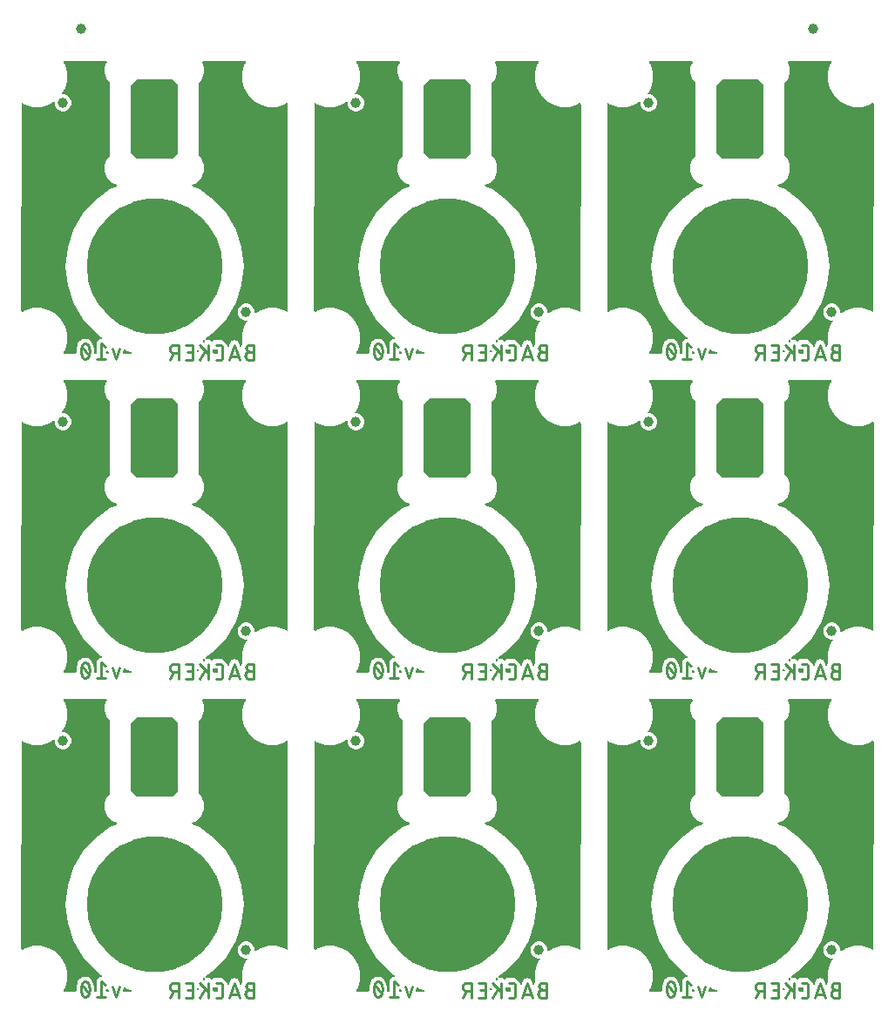
<source format=gbl>
G04 EAGLE Gerber RS-274X export*
G75*
%MOMM*%
%FSLAX34Y34*%
%LPD*%
%INBottom Copper*%
%IPPOS*%
%AMOC8*
5,1,8,0,0,1.08239X$1,22.5*%
G01*
%ADD10C,0.279400*%
%ADD11C,1.000000*%

G36*
X347193Y10169D02*
X347193Y10169D01*
X347251Y10167D01*
X347333Y10189D01*
X347417Y10201D01*
X347470Y10224D01*
X347527Y10239D01*
X347599Y10282D01*
X347676Y10317D01*
X347721Y10355D01*
X347771Y10384D01*
X347829Y10446D01*
X347893Y10500D01*
X347925Y10549D01*
X347965Y10592D01*
X348004Y10667D01*
X348051Y10737D01*
X348068Y10793D01*
X348095Y10845D01*
X348106Y10913D01*
X348136Y11008D01*
X348139Y11108D01*
X348150Y11176D01*
X348150Y14689D01*
X348189Y14790D01*
X348194Y14804D01*
X349011Y18340D01*
X349075Y18472D01*
X349077Y18478D01*
X349080Y18482D01*
X349091Y18521D01*
X349162Y18743D01*
X349164Y18778D01*
X349171Y18805D01*
X349213Y19184D01*
X349377Y19314D01*
X349415Y19355D01*
X349460Y19389D01*
X349501Y19446D01*
X349572Y19521D01*
X349616Y19607D01*
X349655Y19662D01*
X349701Y19756D01*
X349723Y19825D01*
X349749Y19872D01*
X350422Y21835D01*
X354347Y24639D01*
X359171Y24639D01*
X363096Y21835D01*
X363769Y19872D01*
X363801Y19808D01*
X363817Y19757D01*
X364507Y18340D01*
X365323Y14804D01*
X365365Y14697D01*
X365367Y14688D01*
X365367Y11176D01*
X365376Y11118D01*
X365374Y11060D01*
X365395Y10978D01*
X365407Y10894D01*
X365431Y10841D01*
X365446Y10785D01*
X365489Y10712D01*
X365523Y10635D01*
X365561Y10590D01*
X365591Y10540D01*
X365653Y10482D01*
X365707Y10418D01*
X365756Y10386D01*
X365798Y10346D01*
X365874Y10307D01*
X365944Y10260D01*
X366000Y10243D01*
X366052Y10216D01*
X366120Y10205D01*
X366215Y10175D01*
X366315Y10172D01*
X366383Y10161D01*
X366929Y10161D01*
X366987Y10169D01*
X367045Y10167D01*
X367127Y10189D01*
X367211Y10201D01*
X367264Y10224D01*
X367321Y10239D01*
X367393Y10282D01*
X367470Y10317D01*
X367515Y10355D01*
X367565Y10384D01*
X367623Y10446D01*
X367687Y10500D01*
X367719Y10549D01*
X367759Y10592D01*
X367798Y10667D01*
X367845Y10737D01*
X367862Y10793D01*
X367889Y10845D01*
X367900Y10913D01*
X367930Y11008D01*
X367933Y11108D01*
X367944Y11176D01*
X367944Y19891D01*
X367935Y19954D01*
X367938Y20003D01*
X367767Y21540D01*
X367810Y21623D01*
X367867Y21719D01*
X367875Y21750D01*
X367889Y21778D01*
X367902Y21855D01*
X367938Y21994D01*
X367937Y22027D01*
X369033Y23123D01*
X369071Y23174D01*
X369108Y23206D01*
X370074Y24414D01*
X370163Y24443D01*
X370271Y24471D01*
X370298Y24487D01*
X370328Y24496D01*
X370392Y24542D01*
X370516Y24615D01*
X370538Y24639D01*
X371943Y24639D01*
X372051Y24654D01*
X372159Y24662D01*
X372191Y24674D01*
X372224Y24679D01*
X372323Y24723D01*
X372425Y24761D01*
X372453Y24781D01*
X372484Y24795D01*
X372566Y24865D01*
X372654Y24930D01*
X372675Y24957D01*
X372701Y24978D01*
X372761Y25069D01*
X372827Y25155D01*
X372839Y25187D01*
X372858Y25215D01*
X372891Y25319D01*
X372931Y25420D01*
X372934Y25454D01*
X372944Y25486D01*
X372947Y25595D01*
X372957Y25703D01*
X372950Y25736D01*
X372951Y25770D01*
X372924Y25875D01*
X372903Y25982D01*
X372888Y26013D01*
X372879Y26045D01*
X372824Y26139D01*
X372775Y26236D01*
X372753Y26257D01*
X372734Y26290D01*
X372574Y26440D01*
X372539Y26475D01*
X366338Y30981D01*
X354240Y44417D01*
X345200Y60075D01*
X339613Y77269D01*
X337723Y95250D01*
X339613Y113231D01*
X345200Y130425D01*
X354240Y146083D01*
X366338Y159519D01*
X380964Y170146D01*
X387233Y172937D01*
X387247Y172945D01*
X387262Y172950D01*
X387367Y173021D01*
X387474Y173088D01*
X387485Y173100D01*
X387498Y173108D01*
X387579Y173205D01*
X387664Y173299D01*
X387671Y173314D01*
X387681Y173326D01*
X387732Y173442D01*
X387787Y173555D01*
X387790Y173571D01*
X387796Y173586D01*
X387814Y173711D01*
X387835Y173836D01*
X387833Y173852D01*
X387835Y173867D01*
X387817Y173993D01*
X387803Y174118D01*
X387797Y174133D01*
X387795Y174149D01*
X387743Y174264D01*
X387694Y174381D01*
X387684Y174393D01*
X387678Y174408D01*
X387595Y174504D01*
X387517Y174603D01*
X387504Y174612D01*
X387493Y174624D01*
X387434Y174661D01*
X387285Y174767D01*
X387240Y174782D01*
X387209Y174802D01*
X383103Y176503D01*
X378458Y181147D01*
X375945Y187216D01*
X375945Y193784D01*
X378458Y199853D01*
X380727Y202122D01*
X380780Y202191D01*
X380840Y202255D01*
X380865Y202305D01*
X380898Y202349D01*
X380929Y202431D01*
X380969Y202508D01*
X380977Y202556D01*
X380999Y202614D01*
X381012Y202762D01*
X381025Y202840D01*
X381025Y273410D01*
X381012Y273497D01*
X381010Y273585D01*
X380993Y273637D01*
X380985Y273692D01*
X380949Y273772D01*
X380922Y273855D01*
X380894Y273894D01*
X380869Y273951D01*
X380773Y274065D01*
X380727Y274128D01*
X378458Y276397D01*
X375945Y282466D01*
X375945Y289034D01*
X377685Y293235D01*
X377714Y293347D01*
X377748Y293456D01*
X377749Y293484D01*
X377756Y293511D01*
X377753Y293625D01*
X377756Y293740D01*
X377748Y293767D01*
X377748Y293795D01*
X377713Y293904D01*
X377684Y294015D01*
X377670Y294039D01*
X377661Y294066D01*
X377597Y294161D01*
X377538Y294260D01*
X377518Y294279D01*
X377503Y294302D01*
X377415Y294376D01*
X377331Y294454D01*
X377306Y294467D01*
X377285Y294485D01*
X377180Y294531D01*
X377078Y294584D01*
X377053Y294588D01*
X377025Y294600D01*
X376762Y294637D01*
X376747Y294639D01*
X336595Y294639D01*
X336556Y294634D01*
X336517Y294636D01*
X336416Y294614D01*
X336314Y294599D01*
X336278Y294583D01*
X336240Y294575D01*
X336149Y294526D01*
X336054Y294483D01*
X336024Y294458D01*
X335990Y294439D01*
X335916Y294367D01*
X335837Y294300D01*
X335816Y294267D01*
X335788Y294240D01*
X335737Y294149D01*
X335680Y294063D01*
X335668Y294026D01*
X335649Y293992D01*
X335625Y293891D01*
X335594Y293792D01*
X335593Y293753D01*
X335584Y293715D01*
X335589Y293611D01*
X335587Y293508D01*
X335596Y293470D01*
X335598Y293431D01*
X335626Y293358D01*
X335658Y293233D01*
X335696Y293169D01*
X335716Y293116D01*
X337125Y290675D01*
X339116Y283246D01*
X339116Y275554D01*
X337125Y268125D01*
X334497Y263572D01*
X334482Y263535D01*
X334460Y263503D01*
X334429Y263404D01*
X334390Y263308D01*
X334386Y263269D01*
X334374Y263232D01*
X334372Y263128D01*
X334361Y263025D01*
X334368Y262987D01*
X334367Y262948D01*
X334393Y262847D01*
X334412Y262745D01*
X334429Y262710D01*
X334439Y262673D01*
X334492Y262584D01*
X334538Y262491D01*
X334564Y262462D01*
X334584Y262428D01*
X334660Y262357D01*
X334730Y262281D01*
X334763Y262260D01*
X334792Y262234D01*
X334884Y262187D01*
X334972Y262132D01*
X335010Y262122D01*
X335045Y262104D01*
X335121Y262091D01*
X335246Y262057D01*
X335321Y262058D01*
X335376Y262049D01*
X336906Y262049D01*
X339865Y260823D01*
X342129Y258559D01*
X343354Y255601D01*
X343354Y252399D01*
X342129Y249441D01*
X339865Y247177D01*
X336906Y245951D01*
X333704Y245951D01*
X330746Y247177D01*
X328482Y249441D01*
X327257Y252399D01*
X327257Y253930D01*
X327251Y253968D01*
X327254Y254007D01*
X327231Y254109D01*
X327217Y254211D01*
X327201Y254247D01*
X327192Y254285D01*
X327143Y254376D01*
X327101Y254471D01*
X327075Y254500D01*
X327057Y254535D01*
X326984Y254608D01*
X326917Y254688D01*
X326884Y254709D01*
X326857Y254737D01*
X326767Y254788D01*
X326680Y254845D01*
X326643Y254857D01*
X326609Y254876D01*
X326508Y254900D01*
X326409Y254931D01*
X326370Y254932D01*
X326332Y254941D01*
X326229Y254936D01*
X326125Y254938D01*
X326087Y254928D01*
X326048Y254926D01*
X325975Y254899D01*
X325850Y254866D01*
X325786Y254828D01*
X325734Y254809D01*
X321180Y252180D01*
X313751Y250189D01*
X306060Y250189D01*
X298630Y252180D01*
X296271Y253542D01*
X296235Y253556D01*
X296203Y253578D01*
X296104Y253609D01*
X296008Y253648D01*
X295969Y253652D01*
X295932Y253664D01*
X295828Y253667D01*
X295725Y253677D01*
X295687Y253670D01*
X295648Y253671D01*
X295547Y253645D01*
X295445Y253627D01*
X295410Y253609D01*
X295373Y253600D01*
X295283Y253547D01*
X295190Y253501D01*
X295162Y253474D01*
X295128Y253454D01*
X295057Y253379D01*
X294980Y253309D01*
X294960Y253276D01*
X294934Y253247D01*
X294886Y253155D01*
X294832Y253066D01*
X294822Y253029D01*
X294804Y252994D01*
X294791Y252917D01*
X294757Y252792D01*
X294758Y252718D01*
X294748Y252663D01*
X294684Y52100D01*
X294689Y52061D01*
X294687Y52022D01*
X294709Y51921D01*
X294724Y51819D01*
X294740Y51783D01*
X294748Y51745D01*
X294797Y51654D01*
X294840Y51559D01*
X294865Y51529D01*
X294884Y51495D01*
X294956Y51421D01*
X295023Y51342D01*
X295056Y51320D01*
X295084Y51293D01*
X295174Y51242D01*
X295260Y51185D01*
X295297Y51173D01*
X295332Y51154D01*
X295432Y51130D01*
X295531Y51099D01*
X295570Y51098D01*
X295608Y51089D01*
X295712Y51094D01*
X295815Y51091D01*
X295853Y51101D01*
X295892Y51103D01*
X295965Y51130D01*
X296090Y51163D01*
X296154Y51201D01*
X296207Y51221D01*
X298630Y52620D01*
X306060Y54611D01*
X313751Y54611D01*
X321180Y52620D01*
X327841Y48774D01*
X333280Y43336D01*
X337125Y36675D01*
X339116Y29246D01*
X339116Y21554D01*
X337125Y14125D01*
X335716Y11684D01*
X335701Y11647D01*
X335680Y11615D01*
X335648Y11516D01*
X335610Y11420D01*
X335606Y11381D01*
X335594Y11344D01*
X335591Y11240D01*
X335581Y11137D01*
X335588Y11099D01*
X335587Y11060D01*
X335613Y10959D01*
X335631Y10857D01*
X335649Y10822D01*
X335658Y10785D01*
X335711Y10696D01*
X335757Y10603D01*
X335784Y10574D01*
X335804Y10540D01*
X335879Y10469D01*
X335949Y10393D01*
X335982Y10372D01*
X336011Y10346D01*
X336103Y10299D01*
X336192Y10244D01*
X336229Y10234D01*
X336264Y10216D01*
X336341Y10203D01*
X336466Y10169D01*
X336540Y10170D01*
X336595Y10161D01*
X347135Y10161D01*
X347193Y10169D01*
G37*
G36*
X631698Y629929D02*
X631698Y629929D01*
X631757Y629927D01*
X631839Y629949D01*
X631922Y629961D01*
X631975Y629984D01*
X632032Y629999D01*
X632104Y630042D01*
X632181Y630077D01*
X632226Y630115D01*
X632276Y630144D01*
X632334Y630206D01*
X632398Y630260D01*
X632431Y630309D01*
X632471Y630352D01*
X632509Y630427D01*
X632556Y630497D01*
X632574Y630553D01*
X632600Y630605D01*
X632612Y630673D01*
X632642Y630768D01*
X632644Y630868D01*
X632656Y630936D01*
X632656Y634449D01*
X632694Y634550D01*
X632700Y634564D01*
X633516Y638100D01*
X633580Y638232D01*
X633582Y638238D01*
X633585Y638242D01*
X633596Y638281D01*
X633668Y638503D01*
X633669Y638538D01*
X633677Y638565D01*
X633719Y638944D01*
X633882Y639075D01*
X633921Y639115D01*
X633966Y639149D01*
X634006Y639206D01*
X634077Y639281D01*
X634121Y639367D01*
X634160Y639422D01*
X634206Y639517D01*
X634228Y639585D01*
X634254Y639632D01*
X634927Y641595D01*
X638852Y644399D01*
X643676Y644399D01*
X647601Y641595D01*
X648274Y639632D01*
X648307Y639568D01*
X648322Y639517D01*
X649013Y638100D01*
X649829Y634564D01*
X649870Y634457D01*
X649873Y634448D01*
X649873Y630936D01*
X649881Y630878D01*
X649879Y630820D01*
X649901Y630738D01*
X649913Y630654D01*
X649937Y630601D01*
X649951Y630545D01*
X649994Y630472D01*
X650029Y630395D01*
X650067Y630350D01*
X650097Y630300D01*
X650158Y630242D01*
X650213Y630178D01*
X650261Y630146D01*
X650304Y630106D01*
X650379Y630067D01*
X650449Y630020D01*
X650505Y630003D01*
X650557Y629976D01*
X650625Y629965D01*
X650720Y629935D01*
X650820Y629932D01*
X650888Y629921D01*
X651435Y629921D01*
X651492Y629929D01*
X651551Y629927D01*
X651633Y629949D01*
X651716Y629961D01*
X651769Y629984D01*
X651826Y629999D01*
X651898Y630042D01*
X651975Y630077D01*
X652020Y630115D01*
X652070Y630144D01*
X652128Y630206D01*
X652192Y630260D01*
X652225Y630309D01*
X652265Y630352D01*
X652303Y630427D01*
X652350Y630497D01*
X652368Y630553D01*
X652394Y630605D01*
X652406Y630673D01*
X652436Y630768D01*
X652438Y630868D01*
X652450Y630936D01*
X652450Y639651D01*
X652441Y639714D01*
X652444Y639763D01*
X652273Y641300D01*
X652315Y641383D01*
X652372Y641479D01*
X652380Y641510D01*
X652394Y641538D01*
X652407Y641615D01*
X652443Y641754D01*
X652442Y641787D01*
X653538Y642883D01*
X653576Y642934D01*
X653613Y642966D01*
X654579Y644174D01*
X654668Y644203D01*
X654776Y644231D01*
X654803Y644247D01*
X654833Y644256D01*
X654897Y644302D01*
X655021Y644375D01*
X655044Y644399D01*
X656448Y644399D01*
X656556Y644414D01*
X656664Y644422D01*
X656696Y644434D01*
X656730Y644439D01*
X656829Y644483D01*
X656931Y644521D01*
X656958Y644541D01*
X656989Y644555D01*
X657072Y644625D01*
X657160Y644690D01*
X657180Y644717D01*
X657206Y644738D01*
X657266Y644829D01*
X657332Y644915D01*
X657345Y644947D01*
X657364Y644975D01*
X657396Y645079D01*
X657436Y645180D01*
X657439Y645214D01*
X657449Y645246D01*
X657452Y645355D01*
X657462Y645463D01*
X657456Y645496D01*
X657457Y645530D01*
X657429Y645635D01*
X657409Y645742D01*
X657393Y645773D01*
X657385Y645805D01*
X657329Y645899D01*
X657280Y645996D01*
X657259Y646017D01*
X657240Y646050D01*
X657080Y646200D01*
X657045Y646235D01*
X650843Y650741D01*
X638745Y664177D01*
X629705Y679834D01*
X624119Y697029D01*
X622229Y715010D01*
X624119Y732991D01*
X629705Y750186D01*
X638745Y765843D01*
X650843Y779279D01*
X665470Y789906D01*
X671738Y792697D01*
X671752Y792705D01*
X671767Y792710D01*
X671872Y792781D01*
X671979Y792848D01*
X671990Y792860D01*
X672003Y792868D01*
X672085Y792965D01*
X672169Y793059D01*
X672176Y793074D01*
X672186Y793086D01*
X672238Y793202D01*
X672293Y793315D01*
X672295Y793331D01*
X672302Y793346D01*
X672319Y793471D01*
X672340Y793596D01*
X672339Y793612D01*
X672341Y793627D01*
X672323Y793753D01*
X672309Y793878D01*
X672302Y793893D01*
X672300Y793909D01*
X672248Y794024D01*
X672200Y794141D01*
X672190Y794153D01*
X672183Y794168D01*
X672101Y794264D01*
X672022Y794363D01*
X672009Y794372D01*
X671999Y794384D01*
X671940Y794421D01*
X671790Y794527D01*
X671746Y794542D01*
X671714Y794562D01*
X667608Y796263D01*
X662964Y800907D01*
X660450Y806976D01*
X660450Y813544D01*
X662964Y819613D01*
X665233Y821882D01*
X665285Y821951D01*
X665345Y822015D01*
X665370Y822065D01*
X665404Y822109D01*
X665435Y822191D01*
X665475Y822268D01*
X665483Y822316D01*
X665505Y822374D01*
X665517Y822522D01*
X665530Y822599D01*
X665530Y893171D01*
X665518Y893257D01*
X665515Y893345D01*
X665498Y893397D01*
X665490Y893452D01*
X665454Y893532D01*
X665428Y893615D01*
X665400Y893654D01*
X665374Y893711D01*
X665278Y893825D01*
X665233Y893888D01*
X662964Y896157D01*
X660450Y902226D01*
X660450Y908794D01*
X662190Y912995D01*
X662219Y913107D01*
X662254Y913216D01*
X662254Y913244D01*
X662261Y913271D01*
X662258Y913385D01*
X662261Y913500D01*
X662254Y913527D01*
X662253Y913555D01*
X662218Y913664D01*
X662189Y913775D01*
X662175Y913799D01*
X662166Y913826D01*
X662102Y913921D01*
X662044Y914020D01*
X662024Y914039D01*
X662008Y914062D01*
X661920Y914136D01*
X661837Y914214D01*
X661812Y914227D01*
X661791Y914245D01*
X661686Y914291D01*
X661583Y914344D01*
X661559Y914348D01*
X661531Y914360D01*
X661267Y914397D01*
X661252Y914399D01*
X621101Y914399D01*
X621062Y914394D01*
X621023Y914396D01*
X620922Y914374D01*
X620819Y914359D01*
X620783Y914343D01*
X620745Y914335D01*
X620654Y914286D01*
X620560Y914243D01*
X620530Y914218D01*
X620495Y914199D01*
X620422Y914127D01*
X620343Y914060D01*
X620321Y914027D01*
X620293Y914000D01*
X620242Y913909D01*
X620185Y913823D01*
X620173Y913786D01*
X620154Y913752D01*
X620131Y913651D01*
X620099Y913552D01*
X620098Y913513D01*
X620089Y913475D01*
X620095Y913371D01*
X620092Y913268D01*
X620102Y913230D01*
X620104Y913191D01*
X620131Y913118D01*
X620164Y912993D01*
X620202Y912929D01*
X620221Y912876D01*
X621631Y910435D01*
X623622Y903006D01*
X623622Y895314D01*
X621631Y887885D01*
X619002Y883332D01*
X618987Y883295D01*
X618966Y883263D01*
X618934Y883164D01*
X618896Y883068D01*
X618892Y883029D01*
X618880Y882992D01*
X618877Y882888D01*
X618867Y882785D01*
X618874Y882747D01*
X618873Y882708D01*
X618899Y882607D01*
X618917Y882505D01*
X618935Y882470D01*
X618944Y882433D01*
X618997Y882344D01*
X619043Y882251D01*
X619070Y882222D01*
X619090Y882188D01*
X619165Y882117D01*
X619235Y882041D01*
X619268Y882020D01*
X619297Y881994D01*
X619389Y881947D01*
X619478Y881892D01*
X619515Y881882D01*
X619550Y881864D01*
X619627Y881851D01*
X619752Y881817D01*
X619826Y881818D01*
X619881Y881809D01*
X621412Y881809D01*
X624370Y880583D01*
X626634Y878319D01*
X627860Y875361D01*
X627860Y872159D01*
X626634Y869201D01*
X624370Y866937D01*
X621412Y865711D01*
X618210Y865711D01*
X615252Y866937D01*
X612987Y869201D01*
X611762Y872159D01*
X611762Y873690D01*
X611757Y873728D01*
X611759Y873767D01*
X611737Y873869D01*
X611722Y873971D01*
X611706Y874007D01*
X611698Y874045D01*
X611648Y874136D01*
X611606Y874231D01*
X611581Y874260D01*
X611562Y874295D01*
X611489Y874368D01*
X611422Y874448D01*
X611390Y874469D01*
X611362Y874497D01*
X611272Y874548D01*
X611186Y874605D01*
X611148Y874617D01*
X611114Y874636D01*
X611014Y874660D01*
X610915Y874691D01*
X610876Y874692D01*
X610838Y874701D01*
X610734Y874696D01*
X610630Y874698D01*
X610593Y874688D01*
X610554Y874686D01*
X610481Y874659D01*
X610355Y874626D01*
X610291Y874588D01*
X610239Y874569D01*
X605686Y871940D01*
X598256Y869949D01*
X590565Y869949D01*
X583136Y871940D01*
X580777Y873302D01*
X580741Y873316D01*
X580708Y873338D01*
X580609Y873369D01*
X580513Y873408D01*
X580474Y873412D01*
X580437Y873424D01*
X580333Y873427D01*
X580230Y873437D01*
X580192Y873430D01*
X580153Y873431D01*
X580053Y873405D01*
X579950Y873387D01*
X579916Y873369D01*
X579878Y873360D01*
X579789Y873307D01*
X579696Y873261D01*
X579667Y873234D01*
X579634Y873214D01*
X579563Y873139D01*
X579486Y873069D01*
X579466Y873036D01*
X579439Y873007D01*
X579392Y872915D01*
X579337Y872826D01*
X579327Y872789D01*
X579309Y872754D01*
X579297Y872677D01*
X579262Y872552D01*
X579263Y872478D01*
X579254Y872423D01*
X579189Y671860D01*
X579195Y671821D01*
X579192Y671782D01*
X579215Y671681D01*
X579229Y671579D01*
X579245Y671543D01*
X579253Y671505D01*
X579303Y671414D01*
X579345Y671319D01*
X579371Y671289D01*
X579389Y671255D01*
X579462Y671181D01*
X579529Y671102D01*
X579561Y671080D01*
X579589Y671053D01*
X579679Y671002D01*
X579765Y670945D01*
X579803Y670933D01*
X579837Y670914D01*
X579938Y670890D01*
X580036Y670859D01*
X580075Y670858D01*
X580114Y670849D01*
X580217Y670854D01*
X580321Y670851D01*
X580358Y670861D01*
X580398Y670863D01*
X580471Y670890D01*
X580596Y670923D01*
X580660Y670961D01*
X580712Y670981D01*
X583136Y672380D01*
X590565Y674371D01*
X598256Y674371D01*
X605686Y672380D01*
X612347Y668534D01*
X617785Y663096D01*
X621631Y656435D01*
X623622Y649006D01*
X623622Y641314D01*
X621631Y633885D01*
X620221Y631444D01*
X620207Y631407D01*
X620185Y631375D01*
X620154Y631276D01*
X620115Y631180D01*
X620111Y631141D01*
X620099Y631104D01*
X620097Y631000D01*
X620086Y630897D01*
X620093Y630859D01*
X620092Y630820D01*
X620118Y630719D01*
X620137Y630617D01*
X620154Y630582D01*
X620164Y630545D01*
X620217Y630456D01*
X620263Y630363D01*
X620289Y630334D01*
X620309Y630300D01*
X620385Y630229D01*
X620455Y630153D01*
X620488Y630132D01*
X620516Y630106D01*
X620608Y630059D01*
X620697Y630004D01*
X620735Y629994D01*
X620769Y629976D01*
X620846Y629963D01*
X620971Y629929D01*
X621046Y629930D01*
X621101Y629921D01*
X631641Y629921D01*
X631698Y629929D01*
G37*
G36*
X62688Y320049D02*
X62688Y320049D01*
X62746Y320047D01*
X62828Y320069D01*
X62911Y320081D01*
X62965Y320104D01*
X63021Y320119D01*
X63094Y320162D01*
X63171Y320197D01*
X63215Y320235D01*
X63266Y320264D01*
X63323Y320326D01*
X63388Y320380D01*
X63420Y320429D01*
X63460Y320472D01*
X63498Y320547D01*
X63545Y320617D01*
X63563Y320673D01*
X63589Y320725D01*
X63601Y320793D01*
X63631Y320888D01*
X63634Y320988D01*
X63645Y321056D01*
X63645Y324569D01*
X63683Y324670D01*
X63689Y324684D01*
X64505Y328220D01*
X64570Y328352D01*
X64571Y328358D01*
X64574Y328362D01*
X64585Y328401D01*
X64657Y328623D01*
X64658Y328658D01*
X64666Y328685D01*
X64708Y329064D01*
X64871Y329194D01*
X64910Y329235D01*
X64955Y329269D01*
X64995Y329326D01*
X65066Y329401D01*
X65110Y329487D01*
X65150Y329542D01*
X65196Y329636D01*
X65218Y329705D01*
X65243Y329752D01*
X65916Y331715D01*
X69842Y334519D01*
X74665Y334519D01*
X78591Y331715D01*
X79264Y329752D01*
X79296Y329688D01*
X79311Y329637D01*
X80002Y328220D01*
X80818Y324684D01*
X80859Y324577D01*
X80862Y324568D01*
X80862Y321056D01*
X80870Y320998D01*
X80869Y320940D01*
X80890Y320858D01*
X80902Y320774D01*
X80926Y320721D01*
X80940Y320665D01*
X80984Y320592D01*
X81018Y320515D01*
X81056Y320470D01*
X81086Y320420D01*
X81147Y320362D01*
X81202Y320298D01*
X81250Y320266D01*
X81293Y320226D01*
X81368Y320187D01*
X81438Y320140D01*
X81494Y320123D01*
X81546Y320096D01*
X81614Y320085D01*
X81709Y320055D01*
X81809Y320052D01*
X81877Y320041D01*
X82424Y320041D01*
X82482Y320049D01*
X82540Y320047D01*
X82622Y320069D01*
X82705Y320081D01*
X82759Y320104D01*
X82815Y320119D01*
X82888Y320162D01*
X82965Y320197D01*
X83009Y320235D01*
X83060Y320264D01*
X83117Y320326D01*
X83182Y320380D01*
X83214Y320429D01*
X83254Y320472D01*
X83292Y320547D01*
X83339Y320617D01*
X83357Y320673D01*
X83383Y320725D01*
X83395Y320793D01*
X83425Y320888D01*
X83428Y320988D01*
X83439Y321056D01*
X83439Y329771D01*
X83430Y329834D01*
X83433Y329883D01*
X83262Y331420D01*
X83305Y331503D01*
X83361Y331599D01*
X83369Y331630D01*
X83383Y331658D01*
X83396Y331735D01*
X83433Y331874D01*
X83432Y331907D01*
X84527Y333003D01*
X84566Y333054D01*
X84602Y333086D01*
X85568Y334294D01*
X85657Y334323D01*
X85765Y334351D01*
X85792Y334367D01*
X85822Y334376D01*
X85886Y334422D01*
X86010Y334495D01*
X86033Y334519D01*
X87437Y334519D01*
X87545Y334534D01*
X87653Y334542D01*
X87685Y334554D01*
X87719Y334559D01*
X87818Y334603D01*
X87920Y334641D01*
X87947Y334661D01*
X87978Y334675D01*
X88061Y334745D01*
X88149Y334810D01*
X88169Y334837D01*
X88195Y334858D01*
X88255Y334949D01*
X88322Y335035D01*
X88334Y335067D01*
X88353Y335095D01*
X88386Y335199D01*
X88425Y335300D01*
X88428Y335334D01*
X88439Y335366D01*
X88441Y335475D01*
X88451Y335583D01*
X88445Y335616D01*
X88446Y335650D01*
X88418Y335755D01*
X88398Y335862D01*
X88383Y335893D01*
X88374Y335925D01*
X88319Y336019D01*
X88269Y336116D01*
X88248Y336137D01*
X88229Y336170D01*
X88069Y336320D01*
X88034Y336355D01*
X81832Y340861D01*
X69735Y354297D01*
X60695Y369954D01*
X55108Y387149D01*
X53218Y405130D01*
X55108Y423111D01*
X60695Y440306D01*
X69735Y455963D01*
X81832Y469399D01*
X96459Y480026D01*
X102728Y482817D01*
X102741Y482825D01*
X102756Y482830D01*
X102862Y482901D01*
X102969Y482968D01*
X102979Y482980D01*
X102993Y482988D01*
X103074Y483085D01*
X103158Y483179D01*
X103165Y483194D01*
X103176Y483206D01*
X103227Y483322D01*
X103282Y483435D01*
X103285Y483451D01*
X103291Y483466D01*
X103308Y483591D01*
X103330Y483716D01*
X103328Y483732D01*
X103330Y483747D01*
X103312Y483873D01*
X103298Y483998D01*
X103292Y484013D01*
X103289Y484029D01*
X103237Y484144D01*
X103189Y484261D01*
X103179Y484273D01*
X103172Y484288D01*
X103090Y484384D01*
X103011Y484483D01*
X102998Y484492D01*
X102988Y484504D01*
X102929Y484541D01*
X102779Y484647D01*
X102735Y484662D01*
X102703Y484682D01*
X98597Y486383D01*
X93953Y491027D01*
X91439Y497096D01*
X91439Y503664D01*
X93953Y509733D01*
X96222Y512002D01*
X96274Y512071D01*
X96334Y512135D01*
X96360Y512185D01*
X96393Y512229D01*
X96424Y512311D01*
X96464Y512388D01*
X96472Y512436D01*
X96494Y512494D01*
X96506Y512642D01*
X96519Y512720D01*
X96519Y583290D01*
X96507Y583377D01*
X96504Y583465D01*
X96487Y583517D01*
X96479Y583572D01*
X96444Y583652D01*
X96417Y583735D01*
X96389Y583774D01*
X96363Y583831D01*
X96267Y583945D01*
X96222Y584008D01*
X93953Y586277D01*
X91439Y592346D01*
X91439Y598914D01*
X93180Y603115D01*
X93208Y603227D01*
X93243Y603336D01*
X93244Y603364D01*
X93250Y603391D01*
X93247Y603505D01*
X93250Y603620D01*
X93243Y603647D01*
X93242Y603675D01*
X93207Y603784D01*
X93178Y603895D01*
X93164Y603919D01*
X93156Y603946D01*
X93092Y604041D01*
X93033Y604140D01*
X93013Y604159D01*
X92997Y604182D01*
X92910Y604256D01*
X92826Y604334D01*
X92801Y604347D01*
X92780Y604365D01*
X92675Y604411D01*
X92573Y604464D01*
X92548Y604468D01*
X92520Y604480D01*
X92256Y604517D01*
X92242Y604519D01*
X52090Y604519D01*
X52051Y604514D01*
X52012Y604516D01*
X51911Y604494D01*
X51808Y604479D01*
X51773Y604463D01*
X51734Y604455D01*
X51643Y604406D01*
X51549Y604363D01*
X51519Y604338D01*
X51485Y604319D01*
X51411Y604247D01*
X51332Y604180D01*
X51310Y604147D01*
X51282Y604120D01*
X51232Y604029D01*
X51174Y603943D01*
X51162Y603906D01*
X51143Y603872D01*
X51120Y603771D01*
X51088Y603672D01*
X51087Y603633D01*
X51079Y603595D01*
X51084Y603491D01*
X51081Y603388D01*
X51091Y603350D01*
X51093Y603311D01*
X51120Y603238D01*
X51153Y603113D01*
X51191Y603049D01*
X51210Y602996D01*
X52620Y600555D01*
X54611Y593126D01*
X54611Y585434D01*
X52620Y578005D01*
X49991Y573452D01*
X49977Y573415D01*
X49955Y573383D01*
X49924Y573284D01*
X49885Y573188D01*
X49881Y573149D01*
X49869Y573112D01*
X49866Y573008D01*
X49856Y572905D01*
X49863Y572867D01*
X49862Y572828D01*
X49888Y572727D01*
X49906Y572625D01*
X49924Y572590D01*
X49934Y572553D01*
X49986Y572464D01*
X50032Y572371D01*
X50059Y572342D01*
X50079Y572308D01*
X50154Y572237D01*
X50224Y572161D01*
X50258Y572140D01*
X50286Y572114D01*
X50378Y572067D01*
X50467Y572012D01*
X50505Y572002D01*
X50539Y571984D01*
X50616Y571971D01*
X50741Y571937D01*
X50815Y571938D01*
X50870Y571929D01*
X52401Y571929D01*
X55359Y570703D01*
X57623Y568439D01*
X58849Y565481D01*
X58849Y562279D01*
X57623Y559321D01*
X55359Y557057D01*
X52401Y555831D01*
X49199Y555831D01*
X46241Y557057D01*
X43977Y559321D01*
X42751Y562279D01*
X42751Y563810D01*
X42746Y563848D01*
X42748Y563887D01*
X42726Y563989D01*
X42711Y564091D01*
X42695Y564127D01*
X42687Y564165D01*
X42638Y564256D01*
X42595Y564351D01*
X42570Y564380D01*
X42551Y564415D01*
X42479Y564488D01*
X42412Y564568D01*
X42379Y564589D01*
X42352Y564617D01*
X42261Y564668D01*
X42175Y564725D01*
X42138Y564737D01*
X42104Y564756D01*
X42003Y564780D01*
X41904Y564811D01*
X41865Y564812D01*
X41827Y564821D01*
X41723Y564816D01*
X41620Y564818D01*
X41582Y564808D01*
X41543Y564806D01*
X41470Y564779D01*
X41345Y564746D01*
X41281Y564708D01*
X41228Y564689D01*
X36675Y562060D01*
X29246Y560069D01*
X21554Y560069D01*
X14125Y562060D01*
X11766Y563422D01*
X11730Y563437D01*
X11697Y563458D01*
X11598Y563490D01*
X11502Y563528D01*
X11463Y563532D01*
X11426Y563544D01*
X11323Y563547D01*
X11219Y563557D01*
X11181Y563550D01*
X11142Y563551D01*
X11042Y563525D01*
X10940Y563507D01*
X10905Y563489D01*
X10867Y563480D01*
X10778Y563427D01*
X10685Y563381D01*
X10656Y563354D01*
X10623Y563335D01*
X10552Y563259D01*
X10475Y563189D01*
X10455Y563156D01*
X10428Y563127D01*
X10381Y563035D01*
X10327Y562946D01*
X10316Y562909D01*
X10299Y562874D01*
X10286Y562797D01*
X10251Y562672D01*
X10252Y562598D01*
X10243Y562543D01*
X10178Y361980D01*
X10184Y361941D01*
X10181Y361902D01*
X10204Y361801D01*
X10218Y361699D01*
X10234Y361663D01*
X10243Y361625D01*
X10292Y361534D01*
X10334Y361439D01*
X10360Y361409D01*
X10378Y361375D01*
X10451Y361301D01*
X10518Y361222D01*
X10551Y361200D01*
X10578Y361173D01*
X10668Y361122D01*
X10754Y361065D01*
X10792Y361053D01*
X10826Y361034D01*
X10927Y361010D01*
X11026Y360979D01*
X11065Y360978D01*
X11103Y360969D01*
X11206Y360974D01*
X11310Y360971D01*
X11348Y360981D01*
X11387Y360983D01*
X11460Y361010D01*
X11585Y361043D01*
X11649Y361081D01*
X11701Y361101D01*
X14125Y362500D01*
X21554Y364491D01*
X29246Y364491D01*
X36675Y362500D01*
X43336Y358654D01*
X48774Y353216D01*
X52620Y346555D01*
X54611Y339126D01*
X54611Y331434D01*
X52620Y324005D01*
X51210Y321564D01*
X51196Y321527D01*
X51174Y321495D01*
X51143Y321396D01*
X51104Y321300D01*
X51100Y321261D01*
X51088Y321224D01*
X51086Y321120D01*
X51075Y321017D01*
X51082Y320979D01*
X51081Y320940D01*
X51107Y320839D01*
X51126Y320737D01*
X51143Y320702D01*
X51153Y320665D01*
X51206Y320576D01*
X51252Y320483D01*
X51278Y320454D01*
X51298Y320420D01*
X51374Y320349D01*
X51444Y320273D01*
X51477Y320252D01*
X51506Y320226D01*
X51598Y320179D01*
X51686Y320124D01*
X51724Y320114D01*
X51759Y320096D01*
X51835Y320083D01*
X51960Y320049D01*
X52035Y320050D01*
X52090Y320041D01*
X62630Y320041D01*
X62688Y320049D01*
G37*
G36*
X347193Y629929D02*
X347193Y629929D01*
X347251Y629927D01*
X347333Y629949D01*
X347417Y629961D01*
X347470Y629984D01*
X347527Y629999D01*
X347599Y630042D01*
X347676Y630077D01*
X347721Y630115D01*
X347771Y630144D01*
X347829Y630206D01*
X347893Y630260D01*
X347925Y630309D01*
X347965Y630352D01*
X348004Y630427D01*
X348051Y630497D01*
X348068Y630553D01*
X348095Y630605D01*
X348106Y630673D01*
X348136Y630768D01*
X348139Y630868D01*
X348150Y630936D01*
X348150Y634449D01*
X348189Y634550D01*
X348194Y634564D01*
X349011Y638100D01*
X349075Y638232D01*
X349077Y638238D01*
X349080Y638242D01*
X349091Y638281D01*
X349162Y638503D01*
X349164Y638538D01*
X349171Y638565D01*
X349213Y638944D01*
X349377Y639075D01*
X349415Y639115D01*
X349460Y639149D01*
X349501Y639206D01*
X349572Y639281D01*
X349616Y639367D01*
X349655Y639422D01*
X349701Y639517D01*
X349723Y639585D01*
X349749Y639632D01*
X350422Y641595D01*
X354347Y644399D01*
X359171Y644399D01*
X363096Y641595D01*
X363769Y639632D01*
X363801Y639568D01*
X363817Y639517D01*
X364507Y638100D01*
X365323Y634564D01*
X365365Y634457D01*
X365367Y634448D01*
X365367Y630936D01*
X365376Y630878D01*
X365374Y630820D01*
X365395Y630738D01*
X365407Y630654D01*
X365431Y630601D01*
X365446Y630545D01*
X365489Y630472D01*
X365523Y630395D01*
X365561Y630350D01*
X365591Y630300D01*
X365653Y630242D01*
X365707Y630178D01*
X365756Y630146D01*
X365798Y630106D01*
X365874Y630067D01*
X365944Y630020D01*
X366000Y630003D01*
X366052Y629976D01*
X366120Y629965D01*
X366215Y629935D01*
X366315Y629932D01*
X366383Y629921D01*
X366929Y629921D01*
X366987Y629929D01*
X367045Y629927D01*
X367127Y629949D01*
X367211Y629961D01*
X367264Y629984D01*
X367321Y629999D01*
X367393Y630042D01*
X367470Y630077D01*
X367515Y630115D01*
X367565Y630144D01*
X367623Y630206D01*
X367687Y630260D01*
X367719Y630309D01*
X367759Y630352D01*
X367798Y630427D01*
X367845Y630497D01*
X367862Y630553D01*
X367889Y630605D01*
X367900Y630673D01*
X367930Y630768D01*
X367933Y630868D01*
X367944Y630936D01*
X367944Y639651D01*
X367935Y639714D01*
X367938Y639763D01*
X367767Y641300D01*
X367810Y641383D01*
X367867Y641479D01*
X367875Y641510D01*
X367889Y641538D01*
X367902Y641615D01*
X367938Y641754D01*
X367937Y641787D01*
X369033Y642883D01*
X369071Y642934D01*
X369108Y642966D01*
X370074Y644174D01*
X370163Y644203D01*
X370271Y644231D01*
X370298Y644247D01*
X370328Y644256D01*
X370392Y644302D01*
X370516Y644375D01*
X370538Y644399D01*
X371943Y644399D01*
X372051Y644414D01*
X372159Y644422D01*
X372191Y644434D01*
X372224Y644439D01*
X372323Y644483D01*
X372425Y644521D01*
X372453Y644541D01*
X372484Y644555D01*
X372566Y644625D01*
X372654Y644690D01*
X372675Y644717D01*
X372701Y644738D01*
X372761Y644829D01*
X372827Y644915D01*
X372839Y644947D01*
X372858Y644975D01*
X372891Y645079D01*
X372931Y645180D01*
X372934Y645214D01*
X372944Y645246D01*
X372947Y645355D01*
X372957Y645463D01*
X372950Y645496D01*
X372951Y645530D01*
X372924Y645635D01*
X372903Y645742D01*
X372888Y645773D01*
X372879Y645805D01*
X372824Y645899D01*
X372775Y645996D01*
X372753Y646017D01*
X372734Y646050D01*
X372574Y646200D01*
X372539Y646235D01*
X366338Y650741D01*
X354240Y664177D01*
X345200Y679834D01*
X339613Y697029D01*
X337723Y715010D01*
X339613Y732991D01*
X345200Y750186D01*
X354240Y765843D01*
X366338Y779279D01*
X380964Y789906D01*
X387233Y792697D01*
X387247Y792705D01*
X387262Y792710D01*
X387367Y792781D01*
X387474Y792848D01*
X387485Y792860D01*
X387498Y792868D01*
X387579Y792965D01*
X387664Y793059D01*
X387671Y793074D01*
X387681Y793086D01*
X387732Y793202D01*
X387787Y793315D01*
X387790Y793331D01*
X387796Y793346D01*
X387814Y793471D01*
X387835Y793596D01*
X387833Y793612D01*
X387835Y793627D01*
X387817Y793753D01*
X387803Y793878D01*
X387797Y793893D01*
X387795Y793909D01*
X387743Y794024D01*
X387694Y794141D01*
X387684Y794153D01*
X387678Y794168D01*
X387595Y794264D01*
X387517Y794363D01*
X387504Y794372D01*
X387493Y794384D01*
X387434Y794421D01*
X387285Y794527D01*
X387240Y794542D01*
X387209Y794562D01*
X383103Y796263D01*
X378458Y800907D01*
X375945Y806976D01*
X375945Y813544D01*
X378458Y819613D01*
X380727Y821882D01*
X380780Y821951D01*
X380840Y822015D01*
X380865Y822065D01*
X380898Y822109D01*
X380929Y822191D01*
X380969Y822268D01*
X380977Y822316D01*
X380999Y822374D01*
X381012Y822522D01*
X381025Y822600D01*
X381025Y893170D01*
X381012Y893257D01*
X381010Y893345D01*
X380993Y893397D01*
X380985Y893452D01*
X380949Y893532D01*
X380922Y893615D01*
X380894Y893654D01*
X380869Y893711D01*
X380773Y893825D01*
X380727Y893888D01*
X378458Y896157D01*
X375945Y902226D01*
X375945Y908794D01*
X377685Y912995D01*
X377714Y913107D01*
X377748Y913216D01*
X377749Y913244D01*
X377756Y913271D01*
X377753Y913385D01*
X377756Y913500D01*
X377748Y913527D01*
X377748Y913555D01*
X377713Y913664D01*
X377684Y913775D01*
X377670Y913799D01*
X377661Y913826D01*
X377597Y913921D01*
X377538Y914020D01*
X377518Y914039D01*
X377503Y914062D01*
X377415Y914136D01*
X377331Y914214D01*
X377306Y914227D01*
X377285Y914245D01*
X377180Y914291D01*
X377078Y914344D01*
X377053Y914348D01*
X377025Y914360D01*
X376762Y914397D01*
X376747Y914399D01*
X336595Y914399D01*
X336556Y914394D01*
X336517Y914396D01*
X336416Y914374D01*
X336314Y914359D01*
X336278Y914343D01*
X336240Y914335D01*
X336149Y914286D01*
X336054Y914243D01*
X336024Y914218D01*
X335990Y914199D01*
X335916Y914127D01*
X335837Y914060D01*
X335816Y914027D01*
X335788Y914000D01*
X335737Y913909D01*
X335680Y913823D01*
X335668Y913786D01*
X335649Y913752D01*
X335625Y913651D01*
X335594Y913552D01*
X335593Y913513D01*
X335584Y913475D01*
X335589Y913371D01*
X335587Y913268D01*
X335596Y913230D01*
X335598Y913191D01*
X335626Y913118D01*
X335658Y912993D01*
X335696Y912929D01*
X335716Y912876D01*
X337125Y910435D01*
X339116Y903006D01*
X339116Y895314D01*
X337125Y887885D01*
X334497Y883332D01*
X334482Y883295D01*
X334460Y883263D01*
X334429Y883164D01*
X334390Y883068D01*
X334386Y883029D01*
X334374Y882992D01*
X334372Y882888D01*
X334361Y882785D01*
X334368Y882747D01*
X334367Y882708D01*
X334393Y882607D01*
X334412Y882505D01*
X334429Y882470D01*
X334439Y882433D01*
X334492Y882344D01*
X334538Y882251D01*
X334564Y882222D01*
X334584Y882188D01*
X334660Y882117D01*
X334730Y882041D01*
X334763Y882020D01*
X334792Y881994D01*
X334884Y881947D01*
X334972Y881892D01*
X335010Y881882D01*
X335045Y881864D01*
X335121Y881851D01*
X335246Y881817D01*
X335321Y881818D01*
X335376Y881809D01*
X336906Y881809D01*
X339865Y880583D01*
X342129Y878319D01*
X343354Y875361D01*
X343354Y872159D01*
X342129Y869201D01*
X339865Y866937D01*
X336906Y865711D01*
X333704Y865711D01*
X330746Y866937D01*
X328482Y869201D01*
X327257Y872159D01*
X327257Y873690D01*
X327251Y873728D01*
X327254Y873767D01*
X327231Y873869D01*
X327217Y873971D01*
X327201Y874007D01*
X327192Y874045D01*
X327143Y874136D01*
X327101Y874231D01*
X327075Y874260D01*
X327057Y874295D01*
X326984Y874368D01*
X326917Y874448D01*
X326884Y874469D01*
X326857Y874497D01*
X326767Y874548D01*
X326680Y874605D01*
X326643Y874617D01*
X326609Y874636D01*
X326508Y874660D01*
X326409Y874691D01*
X326370Y874692D01*
X326332Y874701D01*
X326229Y874696D01*
X326125Y874698D01*
X326087Y874688D01*
X326048Y874686D01*
X325975Y874659D01*
X325850Y874626D01*
X325786Y874588D01*
X325734Y874569D01*
X321180Y871940D01*
X313751Y869949D01*
X306060Y869949D01*
X298630Y871940D01*
X296271Y873302D01*
X296235Y873316D01*
X296203Y873338D01*
X296104Y873369D01*
X296008Y873408D01*
X295969Y873412D01*
X295932Y873424D01*
X295828Y873427D01*
X295725Y873437D01*
X295687Y873430D01*
X295648Y873431D01*
X295547Y873405D01*
X295445Y873387D01*
X295410Y873369D01*
X295373Y873360D01*
X295283Y873307D01*
X295190Y873261D01*
X295162Y873234D01*
X295128Y873214D01*
X295057Y873139D01*
X294980Y873069D01*
X294960Y873036D01*
X294934Y873007D01*
X294886Y872915D01*
X294832Y872826D01*
X294822Y872789D01*
X294804Y872754D01*
X294791Y872677D01*
X294757Y872552D01*
X294758Y872478D01*
X294748Y872423D01*
X294684Y671860D01*
X294689Y671821D01*
X294687Y671782D01*
X294709Y671681D01*
X294724Y671579D01*
X294740Y671543D01*
X294748Y671505D01*
X294797Y671414D01*
X294840Y671319D01*
X294865Y671289D01*
X294884Y671255D01*
X294956Y671181D01*
X295023Y671102D01*
X295056Y671080D01*
X295084Y671053D01*
X295174Y671002D01*
X295260Y670945D01*
X295297Y670933D01*
X295332Y670914D01*
X295432Y670890D01*
X295531Y670859D01*
X295570Y670858D01*
X295608Y670849D01*
X295712Y670854D01*
X295815Y670851D01*
X295853Y670861D01*
X295892Y670863D01*
X295965Y670890D01*
X296090Y670923D01*
X296154Y670961D01*
X296207Y670981D01*
X298630Y672380D01*
X306060Y674371D01*
X313751Y674371D01*
X321180Y672380D01*
X327841Y668534D01*
X333280Y663096D01*
X337125Y656435D01*
X339116Y649006D01*
X339116Y641314D01*
X337125Y633885D01*
X335716Y631444D01*
X335701Y631407D01*
X335680Y631375D01*
X335648Y631276D01*
X335610Y631180D01*
X335606Y631141D01*
X335594Y631104D01*
X335591Y631000D01*
X335581Y630897D01*
X335588Y630859D01*
X335587Y630820D01*
X335613Y630719D01*
X335631Y630617D01*
X335649Y630582D01*
X335658Y630545D01*
X335711Y630456D01*
X335757Y630363D01*
X335784Y630334D01*
X335804Y630300D01*
X335879Y630229D01*
X335949Y630153D01*
X335982Y630132D01*
X336011Y630106D01*
X336103Y630059D01*
X336192Y630004D01*
X336229Y629994D01*
X336264Y629976D01*
X336341Y629963D01*
X336466Y629929D01*
X336540Y629930D01*
X336595Y629921D01*
X347135Y629921D01*
X347193Y629929D01*
G37*
G36*
X631698Y320049D02*
X631698Y320049D01*
X631757Y320047D01*
X631839Y320069D01*
X631922Y320081D01*
X631975Y320104D01*
X632032Y320119D01*
X632104Y320162D01*
X632181Y320197D01*
X632226Y320235D01*
X632276Y320264D01*
X632334Y320326D01*
X632398Y320380D01*
X632431Y320429D01*
X632471Y320472D01*
X632509Y320547D01*
X632556Y320617D01*
X632574Y320673D01*
X632600Y320725D01*
X632612Y320793D01*
X632642Y320888D01*
X632644Y320988D01*
X632656Y321056D01*
X632656Y324569D01*
X632694Y324670D01*
X632700Y324684D01*
X633516Y328220D01*
X633580Y328352D01*
X633582Y328358D01*
X633585Y328362D01*
X633596Y328401D01*
X633668Y328623D01*
X633669Y328658D01*
X633677Y328685D01*
X633719Y329064D01*
X633882Y329195D01*
X633921Y329235D01*
X633966Y329269D01*
X634006Y329326D01*
X634077Y329401D01*
X634121Y329487D01*
X634160Y329542D01*
X634206Y329637D01*
X634228Y329705D01*
X634254Y329752D01*
X634927Y331715D01*
X638852Y334519D01*
X643676Y334519D01*
X647601Y331715D01*
X648274Y329752D01*
X648307Y329688D01*
X648322Y329637D01*
X649013Y328220D01*
X649829Y324684D01*
X649870Y324577D01*
X649873Y324568D01*
X649873Y321056D01*
X649881Y320998D01*
X649879Y320940D01*
X649901Y320858D01*
X649913Y320774D01*
X649937Y320721D01*
X649951Y320665D01*
X649994Y320592D01*
X650029Y320515D01*
X650067Y320470D01*
X650097Y320420D01*
X650158Y320362D01*
X650213Y320298D01*
X650261Y320266D01*
X650304Y320226D01*
X650379Y320187D01*
X650449Y320140D01*
X650505Y320123D01*
X650557Y320096D01*
X650625Y320085D01*
X650720Y320055D01*
X650820Y320052D01*
X650888Y320041D01*
X651435Y320041D01*
X651492Y320049D01*
X651551Y320047D01*
X651633Y320069D01*
X651716Y320081D01*
X651769Y320104D01*
X651826Y320119D01*
X651898Y320162D01*
X651975Y320197D01*
X652020Y320235D01*
X652070Y320264D01*
X652128Y320326D01*
X652192Y320380D01*
X652225Y320429D01*
X652265Y320472D01*
X652303Y320547D01*
X652350Y320617D01*
X652368Y320673D01*
X652394Y320725D01*
X652406Y320793D01*
X652436Y320888D01*
X652438Y320988D01*
X652450Y321056D01*
X652450Y329771D01*
X652441Y329834D01*
X652444Y329883D01*
X652273Y331420D01*
X652315Y331503D01*
X652372Y331599D01*
X652380Y331630D01*
X652394Y331658D01*
X652407Y331735D01*
X652443Y331874D01*
X652442Y331907D01*
X653538Y333003D01*
X653576Y333054D01*
X653613Y333086D01*
X654579Y334294D01*
X654668Y334323D01*
X654776Y334351D01*
X654803Y334367D01*
X654833Y334376D01*
X654897Y334422D01*
X655021Y334495D01*
X655044Y334519D01*
X656448Y334519D01*
X656556Y334534D01*
X656664Y334542D01*
X656696Y334554D01*
X656730Y334559D01*
X656829Y334603D01*
X656931Y334641D01*
X656958Y334661D01*
X656989Y334675D01*
X657072Y334745D01*
X657160Y334810D01*
X657180Y334837D01*
X657206Y334858D01*
X657266Y334949D01*
X657332Y335035D01*
X657345Y335067D01*
X657364Y335095D01*
X657396Y335199D01*
X657436Y335300D01*
X657439Y335334D01*
X657449Y335366D01*
X657452Y335475D01*
X657462Y335583D01*
X657456Y335616D01*
X657457Y335650D01*
X657429Y335755D01*
X657409Y335862D01*
X657393Y335893D01*
X657385Y335925D01*
X657329Y336019D01*
X657280Y336116D01*
X657259Y336137D01*
X657240Y336170D01*
X657080Y336320D01*
X657045Y336355D01*
X650843Y340861D01*
X638745Y354297D01*
X629705Y369954D01*
X624119Y387149D01*
X622229Y405130D01*
X624119Y423111D01*
X629705Y440306D01*
X638745Y455963D01*
X650843Y469399D01*
X665470Y480026D01*
X671738Y482817D01*
X671752Y482825D01*
X671767Y482830D01*
X671872Y482901D01*
X671979Y482968D01*
X671990Y482980D01*
X672003Y482988D01*
X672085Y483085D01*
X672169Y483179D01*
X672176Y483194D01*
X672186Y483206D01*
X672238Y483322D01*
X672293Y483435D01*
X672295Y483451D01*
X672302Y483466D01*
X672319Y483591D01*
X672340Y483716D01*
X672339Y483732D01*
X672341Y483747D01*
X672323Y483873D01*
X672309Y483998D01*
X672302Y484013D01*
X672300Y484029D01*
X672248Y484144D01*
X672200Y484261D01*
X672190Y484273D01*
X672183Y484288D01*
X672101Y484384D01*
X672022Y484483D01*
X672009Y484492D01*
X671999Y484504D01*
X671940Y484541D01*
X671790Y484647D01*
X671746Y484662D01*
X671714Y484682D01*
X667608Y486383D01*
X662964Y491027D01*
X660450Y497096D01*
X660450Y503664D01*
X662964Y509733D01*
X665233Y512002D01*
X665285Y512071D01*
X665345Y512135D01*
X665370Y512185D01*
X665404Y512229D01*
X665435Y512311D01*
X665475Y512388D01*
X665483Y512436D01*
X665505Y512494D01*
X665517Y512642D01*
X665530Y512720D01*
X665530Y583290D01*
X665518Y583377D01*
X665515Y583465D01*
X665498Y583517D01*
X665490Y583572D01*
X665454Y583652D01*
X665428Y583735D01*
X665400Y583774D01*
X665374Y583831D01*
X665278Y583945D01*
X665233Y584008D01*
X662964Y586277D01*
X660450Y592346D01*
X660450Y598914D01*
X662190Y603115D01*
X662219Y603227D01*
X662254Y603336D01*
X662254Y603364D01*
X662261Y603391D01*
X662258Y603505D01*
X662261Y603620D01*
X662254Y603647D01*
X662253Y603675D01*
X662218Y603784D01*
X662189Y603895D01*
X662175Y603919D01*
X662166Y603946D01*
X662102Y604041D01*
X662044Y604140D01*
X662024Y604159D01*
X662008Y604182D01*
X661920Y604256D01*
X661837Y604334D01*
X661812Y604347D01*
X661791Y604365D01*
X661686Y604411D01*
X661583Y604464D01*
X661559Y604468D01*
X661531Y604480D01*
X661267Y604517D01*
X661252Y604519D01*
X621101Y604519D01*
X621062Y604514D01*
X621023Y604516D01*
X620922Y604494D01*
X620819Y604479D01*
X620783Y604463D01*
X620745Y604455D01*
X620654Y604406D01*
X620560Y604363D01*
X620530Y604338D01*
X620495Y604319D01*
X620422Y604247D01*
X620343Y604180D01*
X620321Y604147D01*
X620293Y604120D01*
X620242Y604029D01*
X620185Y603943D01*
X620173Y603906D01*
X620154Y603872D01*
X620131Y603771D01*
X620099Y603672D01*
X620098Y603633D01*
X620089Y603595D01*
X620095Y603491D01*
X620092Y603388D01*
X620102Y603350D01*
X620104Y603311D01*
X620131Y603238D01*
X620164Y603113D01*
X620202Y603049D01*
X620221Y602996D01*
X621631Y600555D01*
X623622Y593126D01*
X623622Y585434D01*
X621631Y578005D01*
X619002Y573452D01*
X618987Y573415D01*
X618966Y573383D01*
X618934Y573284D01*
X618896Y573188D01*
X618892Y573149D01*
X618880Y573112D01*
X618877Y573008D01*
X618867Y572905D01*
X618874Y572867D01*
X618873Y572828D01*
X618899Y572727D01*
X618917Y572625D01*
X618935Y572590D01*
X618944Y572553D01*
X618997Y572464D01*
X619043Y572371D01*
X619070Y572342D01*
X619090Y572308D01*
X619165Y572237D01*
X619235Y572161D01*
X619268Y572140D01*
X619297Y572114D01*
X619389Y572067D01*
X619478Y572012D01*
X619515Y572002D01*
X619550Y571984D01*
X619627Y571971D01*
X619752Y571937D01*
X619826Y571938D01*
X619881Y571929D01*
X621412Y571929D01*
X624370Y570703D01*
X626634Y568439D01*
X627860Y565481D01*
X627860Y562279D01*
X626634Y559321D01*
X624370Y557057D01*
X621412Y555831D01*
X618210Y555831D01*
X615252Y557057D01*
X612987Y559321D01*
X611762Y562279D01*
X611762Y563810D01*
X611757Y563848D01*
X611759Y563887D01*
X611737Y563989D01*
X611722Y564091D01*
X611706Y564127D01*
X611698Y564165D01*
X611648Y564256D01*
X611606Y564351D01*
X611581Y564380D01*
X611562Y564415D01*
X611489Y564488D01*
X611422Y564568D01*
X611390Y564589D01*
X611362Y564617D01*
X611272Y564668D01*
X611186Y564725D01*
X611148Y564737D01*
X611114Y564756D01*
X611014Y564780D01*
X610915Y564811D01*
X610876Y564812D01*
X610838Y564821D01*
X610734Y564816D01*
X610630Y564818D01*
X610593Y564808D01*
X610554Y564806D01*
X610481Y564779D01*
X610355Y564746D01*
X610291Y564708D01*
X610239Y564689D01*
X605686Y562060D01*
X598256Y560069D01*
X590565Y560069D01*
X583136Y562060D01*
X580777Y563422D01*
X580741Y563437D01*
X580708Y563458D01*
X580609Y563490D01*
X580513Y563528D01*
X580474Y563532D01*
X580437Y563544D01*
X580334Y563547D01*
X580230Y563557D01*
X580192Y563550D01*
X580153Y563551D01*
X580053Y563525D01*
X579950Y563507D01*
X579916Y563489D01*
X579878Y563480D01*
X579789Y563427D01*
X579696Y563381D01*
X579667Y563354D01*
X579634Y563335D01*
X579562Y563259D01*
X579486Y563189D01*
X579466Y563156D01*
X579439Y563127D01*
X579392Y563035D01*
X579337Y562946D01*
X579327Y562909D01*
X579309Y562874D01*
X579297Y562797D01*
X579262Y562672D01*
X579263Y562598D01*
X579254Y562543D01*
X579189Y361980D01*
X579195Y361941D01*
X579192Y361902D01*
X579215Y361801D01*
X579229Y361699D01*
X579245Y361663D01*
X579253Y361625D01*
X579303Y361534D01*
X579345Y361439D01*
X579371Y361409D01*
X579389Y361375D01*
X579462Y361301D01*
X579529Y361222D01*
X579561Y361200D01*
X579589Y361173D01*
X579679Y361122D01*
X579765Y361065D01*
X579803Y361053D01*
X579837Y361034D01*
X579938Y361010D01*
X580036Y360979D01*
X580075Y360978D01*
X580114Y360969D01*
X580217Y360974D01*
X580321Y360971D01*
X580358Y360981D01*
X580398Y360983D01*
X580471Y361010D01*
X580596Y361043D01*
X580660Y361081D01*
X580712Y361101D01*
X583136Y362500D01*
X590565Y364491D01*
X598256Y364491D01*
X605686Y362500D01*
X612347Y358654D01*
X617785Y353216D01*
X621631Y346555D01*
X623622Y339126D01*
X623622Y331434D01*
X621631Y324005D01*
X620221Y321564D01*
X620207Y321527D01*
X620185Y321495D01*
X620154Y321396D01*
X620115Y321300D01*
X620111Y321261D01*
X620099Y321224D01*
X620097Y321120D01*
X620086Y321017D01*
X620093Y320979D01*
X620092Y320940D01*
X620118Y320839D01*
X620137Y320737D01*
X620154Y320702D01*
X620164Y320665D01*
X620217Y320576D01*
X620263Y320483D01*
X620289Y320454D01*
X620309Y320420D01*
X620385Y320349D01*
X620455Y320273D01*
X620488Y320252D01*
X620516Y320226D01*
X620608Y320179D01*
X620697Y320124D01*
X620735Y320114D01*
X620769Y320096D01*
X620846Y320083D01*
X620971Y320049D01*
X621046Y320050D01*
X621101Y320041D01*
X631641Y320041D01*
X631698Y320049D01*
G37*
G36*
X347193Y320049D02*
X347193Y320049D01*
X347251Y320047D01*
X347333Y320069D01*
X347417Y320081D01*
X347470Y320104D01*
X347527Y320119D01*
X347599Y320162D01*
X347676Y320197D01*
X347721Y320235D01*
X347771Y320264D01*
X347829Y320326D01*
X347893Y320380D01*
X347925Y320429D01*
X347965Y320472D01*
X348004Y320547D01*
X348051Y320617D01*
X348068Y320673D01*
X348095Y320725D01*
X348106Y320793D01*
X348136Y320888D01*
X348139Y320988D01*
X348150Y321056D01*
X348150Y324569D01*
X348189Y324670D01*
X348194Y324684D01*
X349011Y328220D01*
X349075Y328352D01*
X349077Y328358D01*
X349080Y328362D01*
X349091Y328401D01*
X349162Y328623D01*
X349164Y328658D01*
X349171Y328685D01*
X349213Y329064D01*
X349377Y329194D01*
X349415Y329235D01*
X349460Y329269D01*
X349501Y329326D01*
X349572Y329401D01*
X349616Y329487D01*
X349655Y329542D01*
X349701Y329637D01*
X349723Y329705D01*
X349749Y329752D01*
X350422Y331715D01*
X354347Y334519D01*
X359171Y334519D01*
X363096Y331715D01*
X363769Y329752D01*
X363801Y329688D01*
X363817Y329637D01*
X364507Y328220D01*
X365323Y324684D01*
X365365Y324577D01*
X365367Y324568D01*
X365367Y321056D01*
X365376Y320998D01*
X365374Y320940D01*
X365395Y320858D01*
X365407Y320774D01*
X365431Y320721D01*
X365446Y320665D01*
X365489Y320592D01*
X365523Y320515D01*
X365561Y320470D01*
X365591Y320420D01*
X365653Y320362D01*
X365707Y320298D01*
X365756Y320266D01*
X365798Y320226D01*
X365874Y320187D01*
X365944Y320140D01*
X366000Y320123D01*
X366052Y320096D01*
X366120Y320085D01*
X366215Y320055D01*
X366315Y320052D01*
X366383Y320041D01*
X366929Y320041D01*
X366987Y320049D01*
X367045Y320047D01*
X367127Y320069D01*
X367211Y320081D01*
X367264Y320104D01*
X367321Y320119D01*
X367393Y320162D01*
X367470Y320197D01*
X367515Y320235D01*
X367565Y320264D01*
X367623Y320326D01*
X367687Y320380D01*
X367719Y320429D01*
X367759Y320472D01*
X367798Y320547D01*
X367845Y320617D01*
X367862Y320673D01*
X367889Y320725D01*
X367900Y320793D01*
X367930Y320888D01*
X367933Y320988D01*
X367944Y321056D01*
X367944Y329771D01*
X367935Y329834D01*
X367938Y329883D01*
X367767Y331420D01*
X367810Y331503D01*
X367867Y331599D01*
X367875Y331630D01*
X367889Y331658D01*
X367902Y331735D01*
X367938Y331874D01*
X367937Y331907D01*
X369033Y333003D01*
X369071Y333054D01*
X369108Y333086D01*
X370074Y334294D01*
X370163Y334323D01*
X370271Y334351D01*
X370298Y334367D01*
X370328Y334376D01*
X370392Y334422D01*
X370516Y334495D01*
X370538Y334519D01*
X371943Y334519D01*
X372051Y334534D01*
X372159Y334542D01*
X372191Y334554D01*
X372224Y334559D01*
X372323Y334603D01*
X372425Y334641D01*
X372453Y334661D01*
X372484Y334675D01*
X372566Y334745D01*
X372654Y334810D01*
X372675Y334837D01*
X372701Y334858D01*
X372761Y334949D01*
X372827Y335035D01*
X372839Y335067D01*
X372858Y335095D01*
X372891Y335199D01*
X372931Y335300D01*
X372934Y335334D01*
X372944Y335366D01*
X372947Y335475D01*
X372957Y335583D01*
X372950Y335616D01*
X372951Y335650D01*
X372924Y335755D01*
X372903Y335862D01*
X372888Y335893D01*
X372879Y335925D01*
X372824Y336019D01*
X372775Y336116D01*
X372753Y336137D01*
X372734Y336170D01*
X372574Y336320D01*
X372539Y336355D01*
X366338Y340861D01*
X354240Y354297D01*
X345200Y369954D01*
X339613Y387149D01*
X337723Y405130D01*
X339613Y423111D01*
X345200Y440306D01*
X354240Y455963D01*
X366338Y469399D01*
X380964Y480026D01*
X387233Y482817D01*
X387247Y482825D01*
X387262Y482830D01*
X387367Y482901D01*
X387474Y482968D01*
X387485Y482980D01*
X387498Y482988D01*
X387579Y483085D01*
X387664Y483179D01*
X387671Y483194D01*
X387681Y483206D01*
X387732Y483322D01*
X387787Y483435D01*
X387790Y483451D01*
X387796Y483466D01*
X387814Y483591D01*
X387835Y483716D01*
X387833Y483732D01*
X387835Y483747D01*
X387817Y483873D01*
X387803Y483998D01*
X387797Y484013D01*
X387795Y484029D01*
X387743Y484144D01*
X387694Y484261D01*
X387684Y484273D01*
X387678Y484288D01*
X387595Y484384D01*
X387517Y484483D01*
X387504Y484492D01*
X387493Y484504D01*
X387434Y484541D01*
X387285Y484647D01*
X387240Y484662D01*
X387209Y484682D01*
X383103Y486383D01*
X378458Y491027D01*
X375945Y497096D01*
X375945Y503664D01*
X378458Y509733D01*
X380727Y512002D01*
X380780Y512071D01*
X380840Y512135D01*
X380865Y512185D01*
X380898Y512229D01*
X380929Y512311D01*
X380969Y512388D01*
X380977Y512436D01*
X380999Y512494D01*
X381012Y512642D01*
X381025Y512720D01*
X381025Y583290D01*
X381012Y583377D01*
X381010Y583465D01*
X380993Y583517D01*
X380985Y583572D01*
X380949Y583652D01*
X380922Y583735D01*
X380894Y583774D01*
X380869Y583831D01*
X380773Y583945D01*
X380727Y584008D01*
X378458Y586277D01*
X375945Y592346D01*
X375945Y598914D01*
X377685Y603115D01*
X377714Y603227D01*
X377748Y603336D01*
X377749Y603364D01*
X377756Y603391D01*
X377753Y603505D01*
X377756Y603620D01*
X377748Y603647D01*
X377748Y603675D01*
X377713Y603784D01*
X377684Y603895D01*
X377670Y603919D01*
X377661Y603946D01*
X377597Y604041D01*
X377538Y604140D01*
X377518Y604159D01*
X377503Y604182D01*
X377415Y604256D01*
X377331Y604334D01*
X377306Y604347D01*
X377285Y604365D01*
X377180Y604411D01*
X377078Y604464D01*
X377053Y604468D01*
X377025Y604480D01*
X376762Y604517D01*
X376747Y604519D01*
X336595Y604519D01*
X336556Y604514D01*
X336517Y604516D01*
X336416Y604494D01*
X336314Y604479D01*
X336278Y604463D01*
X336240Y604455D01*
X336149Y604406D01*
X336054Y604363D01*
X336024Y604338D01*
X335990Y604319D01*
X335916Y604247D01*
X335837Y604180D01*
X335816Y604147D01*
X335788Y604120D01*
X335737Y604029D01*
X335680Y603943D01*
X335668Y603906D01*
X335649Y603872D01*
X335625Y603771D01*
X335594Y603672D01*
X335593Y603633D01*
X335584Y603595D01*
X335589Y603491D01*
X335587Y603388D01*
X335596Y603350D01*
X335598Y603311D01*
X335626Y603238D01*
X335658Y603113D01*
X335696Y603049D01*
X335716Y602996D01*
X337125Y600555D01*
X339116Y593126D01*
X339116Y585434D01*
X337125Y578005D01*
X334497Y573452D01*
X334482Y573415D01*
X334460Y573383D01*
X334429Y573284D01*
X334390Y573188D01*
X334386Y573149D01*
X334374Y573112D01*
X334372Y573008D01*
X334361Y572905D01*
X334368Y572867D01*
X334367Y572828D01*
X334393Y572727D01*
X334412Y572625D01*
X334429Y572590D01*
X334439Y572553D01*
X334492Y572464D01*
X334538Y572371D01*
X334564Y572342D01*
X334584Y572308D01*
X334660Y572237D01*
X334730Y572161D01*
X334763Y572140D01*
X334792Y572114D01*
X334884Y572067D01*
X334972Y572012D01*
X335010Y572002D01*
X335045Y571984D01*
X335121Y571971D01*
X335246Y571937D01*
X335321Y571938D01*
X335376Y571929D01*
X336906Y571929D01*
X339865Y570703D01*
X342129Y568439D01*
X343354Y565481D01*
X343354Y562279D01*
X342129Y559321D01*
X339865Y557057D01*
X336906Y555831D01*
X333704Y555831D01*
X330746Y557057D01*
X328482Y559321D01*
X327257Y562279D01*
X327257Y563810D01*
X327251Y563848D01*
X327254Y563887D01*
X327231Y563989D01*
X327217Y564091D01*
X327201Y564127D01*
X327192Y564165D01*
X327143Y564256D01*
X327101Y564351D01*
X327075Y564380D01*
X327057Y564415D01*
X326984Y564488D01*
X326917Y564568D01*
X326884Y564589D01*
X326857Y564617D01*
X326767Y564668D01*
X326680Y564725D01*
X326643Y564737D01*
X326609Y564756D01*
X326508Y564780D01*
X326409Y564811D01*
X326370Y564812D01*
X326332Y564821D01*
X326229Y564816D01*
X326125Y564818D01*
X326087Y564808D01*
X326048Y564806D01*
X325975Y564779D01*
X325850Y564746D01*
X325786Y564708D01*
X325734Y564689D01*
X321180Y562060D01*
X313751Y560069D01*
X306060Y560069D01*
X298630Y562060D01*
X296271Y563422D01*
X296235Y563437D01*
X296203Y563458D01*
X296104Y563490D01*
X296008Y563528D01*
X295969Y563532D01*
X295932Y563544D01*
X295828Y563547D01*
X295725Y563557D01*
X295687Y563550D01*
X295648Y563551D01*
X295547Y563525D01*
X295445Y563507D01*
X295410Y563489D01*
X295373Y563480D01*
X295283Y563427D01*
X295190Y563381D01*
X295162Y563354D01*
X295128Y563335D01*
X295057Y563259D01*
X294980Y563189D01*
X294960Y563156D01*
X294934Y563127D01*
X294886Y563035D01*
X294832Y562946D01*
X294822Y562909D01*
X294804Y562874D01*
X294791Y562797D01*
X294757Y562672D01*
X294758Y562598D01*
X294748Y562543D01*
X294684Y361980D01*
X294689Y361941D01*
X294687Y361902D01*
X294709Y361801D01*
X294724Y361699D01*
X294740Y361663D01*
X294748Y361625D01*
X294797Y361534D01*
X294840Y361439D01*
X294865Y361409D01*
X294884Y361375D01*
X294956Y361301D01*
X295023Y361222D01*
X295056Y361200D01*
X295084Y361173D01*
X295174Y361122D01*
X295260Y361065D01*
X295297Y361053D01*
X295332Y361034D01*
X295432Y361010D01*
X295531Y360979D01*
X295570Y360978D01*
X295608Y360969D01*
X295712Y360974D01*
X295815Y360971D01*
X295853Y360981D01*
X295892Y360983D01*
X295965Y361010D01*
X296090Y361043D01*
X296154Y361081D01*
X296207Y361101D01*
X298630Y362500D01*
X306060Y364491D01*
X313751Y364491D01*
X321180Y362500D01*
X327841Y358654D01*
X333280Y353216D01*
X337125Y346555D01*
X339116Y339126D01*
X339116Y331434D01*
X337125Y324005D01*
X335716Y321564D01*
X335701Y321527D01*
X335680Y321495D01*
X335648Y321396D01*
X335610Y321300D01*
X335606Y321261D01*
X335594Y321224D01*
X335591Y321120D01*
X335581Y321017D01*
X335588Y320979D01*
X335587Y320940D01*
X335613Y320839D01*
X335631Y320737D01*
X335649Y320702D01*
X335658Y320665D01*
X335711Y320576D01*
X335757Y320483D01*
X335784Y320454D01*
X335804Y320420D01*
X335879Y320349D01*
X335949Y320273D01*
X335982Y320252D01*
X336011Y320226D01*
X336103Y320179D01*
X336192Y320124D01*
X336229Y320114D01*
X336264Y320096D01*
X336341Y320083D01*
X336466Y320049D01*
X336540Y320050D01*
X336595Y320041D01*
X347135Y320041D01*
X347193Y320049D01*
G37*
G36*
X62688Y10169D02*
X62688Y10169D01*
X62746Y10167D01*
X62828Y10189D01*
X62911Y10201D01*
X62965Y10224D01*
X63021Y10239D01*
X63094Y10282D01*
X63171Y10317D01*
X63215Y10355D01*
X63266Y10384D01*
X63323Y10446D01*
X63388Y10500D01*
X63420Y10549D01*
X63460Y10592D01*
X63498Y10667D01*
X63545Y10737D01*
X63563Y10793D01*
X63589Y10845D01*
X63601Y10913D01*
X63631Y11008D01*
X63634Y11108D01*
X63645Y11176D01*
X63645Y14689D01*
X63683Y14790D01*
X63689Y14804D01*
X64505Y18340D01*
X64570Y18472D01*
X64571Y18478D01*
X64574Y18482D01*
X64585Y18521D01*
X64657Y18743D01*
X64658Y18778D01*
X64666Y18805D01*
X64708Y19184D01*
X64871Y19314D01*
X64910Y19355D01*
X64955Y19389D01*
X64995Y19446D01*
X65066Y19521D01*
X65110Y19607D01*
X65150Y19662D01*
X65196Y19756D01*
X65218Y19825D01*
X65243Y19872D01*
X65916Y21835D01*
X69842Y24639D01*
X74665Y24639D01*
X78591Y21835D01*
X79264Y19872D01*
X79296Y19808D01*
X79311Y19757D01*
X80002Y18340D01*
X80818Y14804D01*
X80859Y14697D01*
X80862Y14688D01*
X80862Y11176D01*
X80870Y11118D01*
X80869Y11060D01*
X80890Y10978D01*
X80902Y10894D01*
X80926Y10841D01*
X80940Y10785D01*
X80984Y10712D01*
X81018Y10635D01*
X81056Y10590D01*
X81086Y10540D01*
X81147Y10482D01*
X81202Y10418D01*
X81250Y10386D01*
X81293Y10346D01*
X81368Y10307D01*
X81438Y10260D01*
X81494Y10243D01*
X81546Y10216D01*
X81614Y10205D01*
X81709Y10175D01*
X81809Y10172D01*
X81877Y10161D01*
X82424Y10161D01*
X82482Y10169D01*
X82540Y10167D01*
X82622Y10189D01*
X82705Y10201D01*
X82759Y10224D01*
X82815Y10239D01*
X82888Y10282D01*
X82965Y10317D01*
X83009Y10355D01*
X83060Y10384D01*
X83117Y10446D01*
X83182Y10500D01*
X83214Y10549D01*
X83254Y10592D01*
X83292Y10667D01*
X83339Y10737D01*
X83357Y10793D01*
X83383Y10845D01*
X83395Y10913D01*
X83425Y11008D01*
X83428Y11108D01*
X83439Y11176D01*
X83439Y19891D01*
X83430Y19954D01*
X83433Y20003D01*
X83262Y21540D01*
X83305Y21623D01*
X83361Y21719D01*
X83369Y21750D01*
X83383Y21778D01*
X83396Y21855D01*
X83433Y21994D01*
X83432Y22027D01*
X84527Y23123D01*
X84566Y23174D01*
X84602Y23206D01*
X85568Y24414D01*
X85657Y24443D01*
X85765Y24471D01*
X85792Y24487D01*
X85822Y24496D01*
X85886Y24542D01*
X86010Y24615D01*
X86033Y24639D01*
X87437Y24639D01*
X87545Y24654D01*
X87653Y24662D01*
X87685Y24674D01*
X87719Y24679D01*
X87818Y24723D01*
X87920Y24761D01*
X87947Y24781D01*
X87978Y24795D01*
X88061Y24865D01*
X88149Y24930D01*
X88169Y24957D01*
X88195Y24978D01*
X88255Y25069D01*
X88322Y25155D01*
X88334Y25187D01*
X88353Y25215D01*
X88386Y25319D01*
X88425Y25420D01*
X88428Y25454D01*
X88439Y25486D01*
X88441Y25595D01*
X88451Y25703D01*
X88445Y25736D01*
X88446Y25770D01*
X88418Y25875D01*
X88398Y25982D01*
X88383Y26013D01*
X88374Y26045D01*
X88319Y26139D01*
X88269Y26236D01*
X88248Y26257D01*
X88229Y26290D01*
X88069Y26440D01*
X88034Y26475D01*
X81832Y30981D01*
X69735Y44417D01*
X60695Y60074D01*
X55108Y77269D01*
X53218Y95250D01*
X55108Y113231D01*
X60695Y130425D01*
X69734Y146083D01*
X81832Y159519D01*
X96459Y170146D01*
X102728Y172937D01*
X102741Y172945D01*
X102756Y172950D01*
X102862Y173021D01*
X102969Y173088D01*
X102979Y173100D01*
X102993Y173108D01*
X103074Y173205D01*
X103158Y173299D01*
X103165Y173314D01*
X103176Y173326D01*
X103227Y173442D01*
X103282Y173555D01*
X103285Y173571D01*
X103291Y173586D01*
X103308Y173711D01*
X103330Y173836D01*
X103328Y173852D01*
X103330Y173867D01*
X103312Y173993D01*
X103298Y174118D01*
X103292Y174133D01*
X103289Y174149D01*
X103237Y174264D01*
X103189Y174381D01*
X103179Y174393D01*
X103172Y174408D01*
X103090Y174504D01*
X103011Y174603D01*
X102998Y174612D01*
X102988Y174624D01*
X102929Y174661D01*
X102779Y174767D01*
X102735Y174782D01*
X102703Y174802D01*
X98597Y176503D01*
X93953Y181147D01*
X91439Y187216D01*
X91439Y193784D01*
X93953Y199853D01*
X96222Y202122D01*
X96274Y202191D01*
X96334Y202255D01*
X96360Y202305D01*
X96393Y202349D01*
X96424Y202431D01*
X96464Y202508D01*
X96472Y202556D01*
X96494Y202614D01*
X96506Y202762D01*
X96519Y202840D01*
X96519Y273410D01*
X96507Y273497D01*
X96504Y273585D01*
X96487Y273637D01*
X96479Y273692D01*
X96444Y273772D01*
X96417Y273855D01*
X96389Y273894D01*
X96363Y273951D01*
X96267Y274065D01*
X96222Y274128D01*
X93953Y276397D01*
X91439Y282466D01*
X91439Y289034D01*
X93180Y293235D01*
X93208Y293347D01*
X93243Y293456D01*
X93244Y293484D01*
X93250Y293511D01*
X93247Y293625D01*
X93250Y293740D01*
X93243Y293767D01*
X93242Y293795D01*
X93207Y293904D01*
X93178Y294015D01*
X93164Y294039D01*
X93156Y294066D01*
X93092Y294161D01*
X93033Y294260D01*
X93013Y294279D01*
X92997Y294302D01*
X92910Y294376D01*
X92826Y294454D01*
X92801Y294467D01*
X92780Y294485D01*
X92675Y294531D01*
X92573Y294584D01*
X92548Y294588D01*
X92520Y294600D01*
X92256Y294637D01*
X92242Y294639D01*
X52090Y294639D01*
X52051Y294634D01*
X52012Y294636D01*
X51911Y294614D01*
X51808Y294599D01*
X51773Y294583D01*
X51734Y294575D01*
X51643Y294526D01*
X51549Y294483D01*
X51519Y294458D01*
X51485Y294439D01*
X51411Y294367D01*
X51332Y294300D01*
X51310Y294267D01*
X51282Y294240D01*
X51232Y294149D01*
X51174Y294063D01*
X51162Y294026D01*
X51143Y293992D01*
X51120Y293891D01*
X51088Y293792D01*
X51087Y293753D01*
X51079Y293715D01*
X51084Y293611D01*
X51081Y293508D01*
X51091Y293470D01*
X51093Y293431D01*
X51120Y293358D01*
X51153Y293233D01*
X51191Y293169D01*
X51210Y293116D01*
X52620Y290675D01*
X54611Y283246D01*
X54611Y275554D01*
X52620Y268125D01*
X49991Y263572D01*
X49977Y263535D01*
X49955Y263503D01*
X49924Y263404D01*
X49885Y263308D01*
X49881Y263269D01*
X49869Y263232D01*
X49866Y263128D01*
X49856Y263025D01*
X49863Y262987D01*
X49862Y262948D01*
X49888Y262847D01*
X49906Y262745D01*
X49924Y262710D01*
X49934Y262673D01*
X49986Y262584D01*
X50033Y262491D01*
X50059Y262462D01*
X50079Y262428D01*
X50154Y262357D01*
X50224Y262281D01*
X50258Y262260D01*
X50286Y262234D01*
X50378Y262187D01*
X50467Y262132D01*
X50505Y262122D01*
X50539Y262104D01*
X50616Y262091D01*
X50741Y262057D01*
X50815Y262058D01*
X50870Y262049D01*
X52401Y262049D01*
X55359Y260823D01*
X57623Y258559D01*
X58849Y255601D01*
X58849Y252399D01*
X57623Y249441D01*
X55359Y247177D01*
X52401Y245951D01*
X49199Y245951D01*
X46241Y247177D01*
X43977Y249441D01*
X42751Y252399D01*
X42751Y253930D01*
X42746Y253968D01*
X42748Y254007D01*
X42726Y254109D01*
X42711Y254211D01*
X42695Y254247D01*
X42687Y254285D01*
X42638Y254376D01*
X42595Y254471D01*
X42570Y254500D01*
X42551Y254535D01*
X42478Y254609D01*
X42412Y254688D01*
X42379Y254709D01*
X42352Y254737D01*
X42261Y254788D01*
X42175Y254845D01*
X42138Y254857D01*
X42104Y254876D01*
X42003Y254900D01*
X41904Y254931D01*
X41865Y254932D01*
X41827Y254941D01*
X41723Y254936D01*
X41620Y254938D01*
X41582Y254928D01*
X41543Y254926D01*
X41470Y254899D01*
X41345Y254866D01*
X41281Y254828D01*
X41228Y254809D01*
X36675Y252180D01*
X29246Y250189D01*
X21554Y250189D01*
X14125Y252180D01*
X11766Y253542D01*
X11730Y253556D01*
X11697Y253578D01*
X11598Y253609D01*
X11502Y253648D01*
X11464Y253652D01*
X11426Y253664D01*
X11323Y253667D01*
X11219Y253677D01*
X11181Y253670D01*
X11142Y253671D01*
X11042Y253645D01*
X10940Y253627D01*
X10905Y253609D01*
X10867Y253600D01*
X10778Y253547D01*
X10685Y253501D01*
X10656Y253474D01*
X10623Y253454D01*
X10552Y253379D01*
X10475Y253309D01*
X10455Y253276D01*
X10428Y253247D01*
X10381Y253155D01*
X10327Y253066D01*
X10316Y253029D01*
X10299Y252994D01*
X10286Y252917D01*
X10251Y252792D01*
X10252Y252718D01*
X10243Y252663D01*
X10178Y52100D01*
X10184Y52061D01*
X10181Y52022D01*
X10204Y51921D01*
X10218Y51819D01*
X10234Y51783D01*
X10243Y51745D01*
X10292Y51654D01*
X10334Y51559D01*
X10360Y51529D01*
X10378Y51495D01*
X10451Y51421D01*
X10518Y51342D01*
X10551Y51320D01*
X10578Y51293D01*
X10668Y51242D01*
X10754Y51185D01*
X10792Y51173D01*
X10826Y51154D01*
X10927Y51130D01*
X11026Y51099D01*
X11065Y51098D01*
X11103Y51089D01*
X11206Y51094D01*
X11310Y51091D01*
X11348Y51101D01*
X11387Y51103D01*
X11460Y51130D01*
X11585Y51163D01*
X11649Y51201D01*
X11701Y51221D01*
X14125Y52620D01*
X21554Y54611D01*
X29246Y54611D01*
X36675Y52620D01*
X43336Y48774D01*
X48774Y43336D01*
X52620Y36675D01*
X54611Y29246D01*
X54611Y21554D01*
X52620Y14125D01*
X51210Y11684D01*
X51196Y11647D01*
X51174Y11615D01*
X51143Y11516D01*
X51104Y11420D01*
X51100Y11381D01*
X51088Y11344D01*
X51086Y11240D01*
X51075Y11137D01*
X51082Y11099D01*
X51081Y11060D01*
X51107Y10959D01*
X51126Y10857D01*
X51143Y10822D01*
X51153Y10785D01*
X51206Y10696D01*
X51252Y10603D01*
X51278Y10574D01*
X51298Y10540D01*
X51374Y10469D01*
X51444Y10393D01*
X51477Y10372D01*
X51506Y10346D01*
X51598Y10299D01*
X51686Y10244D01*
X51724Y10234D01*
X51759Y10216D01*
X51835Y10203D01*
X51960Y10169D01*
X52035Y10170D01*
X52090Y10161D01*
X62630Y10161D01*
X62688Y10169D01*
G37*
G36*
X62688Y629929D02*
X62688Y629929D01*
X62746Y629927D01*
X62828Y629949D01*
X62911Y629961D01*
X62965Y629984D01*
X63021Y629999D01*
X63094Y630042D01*
X63171Y630077D01*
X63215Y630115D01*
X63266Y630144D01*
X63323Y630206D01*
X63388Y630260D01*
X63420Y630309D01*
X63460Y630352D01*
X63498Y630427D01*
X63545Y630497D01*
X63563Y630553D01*
X63589Y630605D01*
X63601Y630673D01*
X63631Y630768D01*
X63634Y630868D01*
X63645Y630936D01*
X63645Y634449D01*
X63683Y634550D01*
X63689Y634564D01*
X64505Y638100D01*
X64569Y638232D01*
X64571Y638238D01*
X64574Y638242D01*
X64585Y638281D01*
X64657Y638503D01*
X64658Y638538D01*
X64666Y638565D01*
X64708Y638944D01*
X64871Y639075D01*
X64910Y639115D01*
X64955Y639149D01*
X64996Y639206D01*
X65066Y639281D01*
X65110Y639367D01*
X65150Y639422D01*
X65196Y639517D01*
X65218Y639585D01*
X65243Y639632D01*
X65916Y641595D01*
X69842Y644399D01*
X74665Y644399D01*
X78591Y641595D01*
X79264Y639632D01*
X79296Y639568D01*
X79311Y639517D01*
X80002Y638100D01*
X80818Y634564D01*
X80859Y634457D01*
X80862Y634448D01*
X80862Y630936D01*
X80870Y630878D01*
X80869Y630820D01*
X80890Y630738D01*
X80902Y630654D01*
X80926Y630601D01*
X80940Y630545D01*
X80984Y630472D01*
X81018Y630395D01*
X81056Y630350D01*
X81086Y630300D01*
X81147Y630242D01*
X81202Y630178D01*
X81250Y630146D01*
X81293Y630106D01*
X81368Y630067D01*
X81438Y630020D01*
X81494Y630003D01*
X81546Y629976D01*
X81614Y629965D01*
X81709Y629935D01*
X81809Y629932D01*
X81877Y629921D01*
X82424Y629921D01*
X82482Y629929D01*
X82540Y629927D01*
X82622Y629949D01*
X82705Y629961D01*
X82759Y629984D01*
X82815Y629999D01*
X82888Y630042D01*
X82965Y630077D01*
X83009Y630115D01*
X83060Y630144D01*
X83117Y630206D01*
X83182Y630260D01*
X83214Y630309D01*
X83254Y630352D01*
X83292Y630427D01*
X83339Y630497D01*
X83357Y630553D01*
X83383Y630605D01*
X83395Y630673D01*
X83425Y630768D01*
X83428Y630868D01*
X83439Y630936D01*
X83439Y639651D01*
X83430Y639714D01*
X83433Y639763D01*
X83262Y641300D01*
X83305Y641383D01*
X83361Y641479D01*
X83369Y641510D01*
X83383Y641538D01*
X83396Y641615D01*
X83433Y641754D01*
X83432Y641787D01*
X84527Y642883D01*
X84566Y642934D01*
X84602Y642966D01*
X85568Y644174D01*
X85657Y644203D01*
X85765Y644231D01*
X85792Y644247D01*
X85822Y644256D01*
X85886Y644302D01*
X86010Y644375D01*
X86033Y644399D01*
X87437Y644399D01*
X87545Y644414D01*
X87653Y644422D01*
X87685Y644434D01*
X87719Y644439D01*
X87818Y644483D01*
X87920Y644521D01*
X87947Y644541D01*
X87978Y644555D01*
X88061Y644625D01*
X88149Y644690D01*
X88169Y644717D01*
X88195Y644738D01*
X88255Y644829D01*
X88322Y644915D01*
X88334Y644947D01*
X88353Y644975D01*
X88386Y645079D01*
X88425Y645180D01*
X88428Y645214D01*
X88439Y645246D01*
X88441Y645355D01*
X88451Y645463D01*
X88445Y645496D01*
X88446Y645530D01*
X88418Y645635D01*
X88398Y645742D01*
X88383Y645773D01*
X88374Y645805D01*
X88319Y645899D01*
X88269Y645996D01*
X88248Y646017D01*
X88229Y646050D01*
X88069Y646200D01*
X88034Y646235D01*
X81832Y650741D01*
X69735Y664177D01*
X60695Y679834D01*
X55108Y697029D01*
X53218Y715010D01*
X55108Y732991D01*
X60695Y750186D01*
X69735Y765843D01*
X81832Y779279D01*
X96459Y789906D01*
X102728Y792697D01*
X102741Y792705D01*
X102756Y792710D01*
X102862Y792781D01*
X102969Y792848D01*
X102979Y792860D01*
X102993Y792868D01*
X103074Y792965D01*
X103158Y793059D01*
X103165Y793074D01*
X103176Y793086D01*
X103227Y793202D01*
X103282Y793315D01*
X103285Y793331D01*
X103291Y793346D01*
X103308Y793471D01*
X103330Y793596D01*
X103328Y793612D01*
X103330Y793627D01*
X103312Y793753D01*
X103298Y793878D01*
X103292Y793893D01*
X103289Y793909D01*
X103237Y794024D01*
X103189Y794141D01*
X103179Y794153D01*
X103172Y794168D01*
X103090Y794264D01*
X103011Y794363D01*
X102998Y794372D01*
X102988Y794384D01*
X102929Y794421D01*
X102779Y794527D01*
X102735Y794542D01*
X102703Y794562D01*
X98597Y796263D01*
X93953Y800907D01*
X91439Y806976D01*
X91439Y813544D01*
X93953Y819613D01*
X96222Y821882D01*
X96274Y821951D01*
X96334Y822015D01*
X96360Y822065D01*
X96393Y822109D01*
X96424Y822191D01*
X96464Y822268D01*
X96472Y822316D01*
X96494Y822374D01*
X96506Y822522D01*
X96519Y822600D01*
X96519Y893170D01*
X96507Y893257D01*
X96504Y893345D01*
X96487Y893397D01*
X96479Y893452D01*
X96444Y893532D01*
X96417Y893615D01*
X96389Y893654D01*
X96363Y893711D01*
X96267Y893825D01*
X96222Y893888D01*
X93953Y896157D01*
X91439Y902226D01*
X91439Y908794D01*
X93180Y912995D01*
X93208Y913107D01*
X93243Y913216D01*
X93244Y913244D01*
X93250Y913271D01*
X93247Y913385D01*
X93250Y913500D01*
X93243Y913527D01*
X93242Y913555D01*
X93207Y913664D01*
X93178Y913775D01*
X93164Y913799D01*
X93156Y913826D01*
X93092Y913921D01*
X93033Y914020D01*
X93013Y914039D01*
X92997Y914062D01*
X92910Y914136D01*
X92826Y914214D01*
X92801Y914227D01*
X92780Y914245D01*
X92675Y914291D01*
X92573Y914344D01*
X92548Y914348D01*
X92520Y914360D01*
X92256Y914397D01*
X92242Y914399D01*
X52090Y914399D01*
X52051Y914394D01*
X52012Y914396D01*
X51911Y914374D01*
X51808Y914359D01*
X51773Y914343D01*
X51734Y914335D01*
X51643Y914286D01*
X51549Y914243D01*
X51519Y914218D01*
X51485Y914199D01*
X51411Y914127D01*
X51332Y914060D01*
X51310Y914027D01*
X51282Y914000D01*
X51232Y913909D01*
X51174Y913823D01*
X51162Y913786D01*
X51143Y913752D01*
X51120Y913651D01*
X51088Y913552D01*
X51087Y913513D01*
X51079Y913475D01*
X51084Y913371D01*
X51081Y913268D01*
X51091Y913230D01*
X51093Y913191D01*
X51120Y913118D01*
X51153Y912993D01*
X51191Y912929D01*
X51210Y912876D01*
X52620Y910435D01*
X54611Y903006D01*
X54611Y895314D01*
X52620Y887885D01*
X49991Y883332D01*
X49977Y883295D01*
X49955Y883263D01*
X49924Y883164D01*
X49885Y883068D01*
X49881Y883029D01*
X49869Y882992D01*
X49866Y882888D01*
X49856Y882785D01*
X49863Y882747D01*
X49862Y882708D01*
X49888Y882607D01*
X49906Y882505D01*
X49924Y882470D01*
X49934Y882433D01*
X49986Y882344D01*
X50033Y882251D01*
X50059Y882222D01*
X50079Y882188D01*
X50154Y882117D01*
X50224Y882041D01*
X50258Y882020D01*
X50286Y881994D01*
X50378Y881947D01*
X50467Y881892D01*
X50505Y881882D01*
X50539Y881864D01*
X50616Y881851D01*
X50741Y881817D01*
X50815Y881818D01*
X50870Y881809D01*
X52401Y881809D01*
X55359Y880583D01*
X57623Y878319D01*
X58849Y875361D01*
X58849Y872159D01*
X57623Y869201D01*
X55359Y866937D01*
X52401Y865711D01*
X49199Y865711D01*
X46241Y866937D01*
X43977Y869201D01*
X42751Y872159D01*
X42751Y873690D01*
X42746Y873728D01*
X42748Y873767D01*
X42726Y873869D01*
X42711Y873971D01*
X42695Y874007D01*
X42687Y874045D01*
X42638Y874136D01*
X42595Y874231D01*
X42570Y874260D01*
X42551Y874295D01*
X42478Y874369D01*
X42412Y874448D01*
X42379Y874469D01*
X42352Y874497D01*
X42261Y874548D01*
X42175Y874605D01*
X42138Y874617D01*
X42104Y874636D01*
X42003Y874660D01*
X41904Y874691D01*
X41865Y874692D01*
X41827Y874701D01*
X41723Y874696D01*
X41620Y874698D01*
X41582Y874688D01*
X41543Y874686D01*
X41470Y874659D01*
X41345Y874626D01*
X41281Y874588D01*
X41228Y874569D01*
X36675Y871940D01*
X29246Y869949D01*
X21554Y869949D01*
X14125Y871940D01*
X11766Y873302D01*
X11730Y873316D01*
X11697Y873338D01*
X11598Y873369D01*
X11502Y873408D01*
X11464Y873412D01*
X11426Y873424D01*
X11323Y873427D01*
X11219Y873437D01*
X11181Y873430D01*
X11142Y873431D01*
X11042Y873405D01*
X10940Y873387D01*
X10905Y873369D01*
X10867Y873360D01*
X10778Y873307D01*
X10685Y873261D01*
X10656Y873234D01*
X10623Y873214D01*
X10552Y873139D01*
X10475Y873069D01*
X10455Y873036D01*
X10428Y873007D01*
X10381Y872915D01*
X10327Y872826D01*
X10316Y872789D01*
X10299Y872754D01*
X10286Y872677D01*
X10251Y872552D01*
X10252Y872478D01*
X10243Y872423D01*
X10178Y671860D01*
X10184Y671821D01*
X10181Y671782D01*
X10204Y671681D01*
X10218Y671579D01*
X10234Y671543D01*
X10243Y671505D01*
X10292Y671414D01*
X10334Y671319D01*
X10360Y671289D01*
X10378Y671255D01*
X10451Y671181D01*
X10518Y671102D01*
X10551Y671080D01*
X10578Y671053D01*
X10668Y671002D01*
X10754Y670945D01*
X10792Y670933D01*
X10826Y670914D01*
X10927Y670890D01*
X11026Y670859D01*
X11065Y670858D01*
X11103Y670849D01*
X11206Y670854D01*
X11310Y670851D01*
X11348Y670861D01*
X11387Y670863D01*
X11460Y670890D01*
X11585Y670923D01*
X11649Y670961D01*
X11701Y670981D01*
X14125Y672380D01*
X21554Y674371D01*
X29246Y674371D01*
X36675Y672380D01*
X43336Y668534D01*
X48774Y663096D01*
X52620Y656435D01*
X54611Y649006D01*
X54611Y641314D01*
X52620Y633885D01*
X51210Y631444D01*
X51196Y631407D01*
X51174Y631375D01*
X51143Y631276D01*
X51104Y631180D01*
X51100Y631141D01*
X51088Y631104D01*
X51086Y631000D01*
X51075Y630897D01*
X51082Y630859D01*
X51081Y630820D01*
X51107Y630719D01*
X51126Y630617D01*
X51143Y630582D01*
X51153Y630545D01*
X51206Y630456D01*
X51252Y630363D01*
X51278Y630334D01*
X51298Y630300D01*
X51374Y630229D01*
X51444Y630153D01*
X51477Y630132D01*
X51506Y630106D01*
X51598Y630059D01*
X51686Y630004D01*
X51724Y629994D01*
X51759Y629976D01*
X51835Y629963D01*
X51960Y629929D01*
X52035Y629930D01*
X52090Y629921D01*
X62630Y629921D01*
X62688Y629929D01*
G37*
G36*
X631698Y10169D02*
X631698Y10169D01*
X631757Y10167D01*
X631839Y10189D01*
X631922Y10201D01*
X631975Y10224D01*
X632032Y10239D01*
X632104Y10282D01*
X632181Y10317D01*
X632226Y10355D01*
X632276Y10384D01*
X632334Y10446D01*
X632398Y10500D01*
X632431Y10549D01*
X632471Y10592D01*
X632509Y10667D01*
X632556Y10737D01*
X632574Y10793D01*
X632600Y10845D01*
X632612Y10913D01*
X632642Y11008D01*
X632644Y11108D01*
X632656Y11176D01*
X632656Y14689D01*
X632694Y14790D01*
X632700Y14804D01*
X633516Y18340D01*
X633580Y18472D01*
X633582Y18478D01*
X633585Y18482D01*
X633596Y18521D01*
X633668Y18743D01*
X633669Y18778D01*
X633677Y18805D01*
X633719Y19184D01*
X633882Y19314D01*
X633921Y19355D01*
X633965Y19389D01*
X634006Y19446D01*
X634077Y19521D01*
X634121Y19607D01*
X634160Y19662D01*
X634206Y19756D01*
X634228Y19825D01*
X634254Y19872D01*
X634927Y21835D01*
X638852Y24639D01*
X643676Y24639D01*
X647601Y21835D01*
X648274Y19872D01*
X648307Y19808D01*
X648322Y19757D01*
X649013Y18340D01*
X649829Y14804D01*
X649870Y14697D01*
X649873Y14688D01*
X649873Y11176D01*
X649881Y11118D01*
X649879Y11060D01*
X649901Y10978D01*
X649913Y10894D01*
X649937Y10841D01*
X649951Y10785D01*
X649994Y10712D01*
X650029Y10635D01*
X650067Y10590D01*
X650097Y10540D01*
X650158Y10482D01*
X650213Y10418D01*
X650261Y10386D01*
X650304Y10346D01*
X650379Y10307D01*
X650449Y10260D01*
X650505Y10243D01*
X650557Y10216D01*
X650625Y10205D01*
X650720Y10175D01*
X650820Y10172D01*
X650888Y10161D01*
X651435Y10161D01*
X651492Y10169D01*
X651551Y10167D01*
X651633Y10189D01*
X651716Y10201D01*
X651769Y10224D01*
X651826Y10239D01*
X651898Y10282D01*
X651975Y10317D01*
X652020Y10355D01*
X652070Y10384D01*
X652128Y10446D01*
X652192Y10500D01*
X652225Y10549D01*
X652265Y10592D01*
X652303Y10667D01*
X652350Y10737D01*
X652368Y10793D01*
X652394Y10845D01*
X652406Y10913D01*
X652436Y11008D01*
X652438Y11108D01*
X652450Y11176D01*
X652450Y19891D01*
X652441Y19954D01*
X652444Y20003D01*
X652273Y21540D01*
X652315Y21623D01*
X652372Y21719D01*
X652380Y21750D01*
X652394Y21778D01*
X652407Y21855D01*
X652443Y21994D01*
X652442Y22027D01*
X653538Y23123D01*
X653576Y23174D01*
X653613Y23206D01*
X654579Y24414D01*
X654668Y24443D01*
X654776Y24471D01*
X654803Y24487D01*
X654833Y24496D01*
X654897Y24542D01*
X655021Y24615D01*
X655044Y24639D01*
X656448Y24639D01*
X656556Y24654D01*
X656664Y24662D01*
X656696Y24674D01*
X656730Y24679D01*
X656829Y24723D01*
X656931Y24761D01*
X656958Y24781D01*
X656989Y24795D01*
X657072Y24865D01*
X657160Y24930D01*
X657180Y24957D01*
X657206Y24978D01*
X657266Y25069D01*
X657332Y25155D01*
X657345Y25187D01*
X657364Y25215D01*
X657396Y25319D01*
X657436Y25420D01*
X657439Y25454D01*
X657449Y25486D01*
X657452Y25595D01*
X657462Y25703D01*
X657456Y25736D01*
X657457Y25770D01*
X657429Y25875D01*
X657409Y25982D01*
X657393Y26013D01*
X657385Y26045D01*
X657329Y26139D01*
X657280Y26236D01*
X657259Y26257D01*
X657240Y26290D01*
X657080Y26440D01*
X657045Y26475D01*
X650843Y30981D01*
X638745Y44417D01*
X629705Y60074D01*
X624119Y77269D01*
X622229Y95250D01*
X624119Y113231D01*
X629705Y130426D01*
X638745Y146083D01*
X650843Y159519D01*
X665470Y170146D01*
X671738Y172937D01*
X671752Y172945D01*
X671767Y172950D01*
X671872Y173021D01*
X671979Y173088D01*
X671990Y173100D01*
X672003Y173108D01*
X672085Y173205D01*
X672169Y173299D01*
X672176Y173314D01*
X672186Y173326D01*
X672238Y173442D01*
X672293Y173555D01*
X672295Y173571D01*
X672302Y173586D01*
X672319Y173711D01*
X672340Y173836D01*
X672339Y173852D01*
X672341Y173867D01*
X672323Y173993D01*
X672309Y174118D01*
X672302Y174133D01*
X672300Y174149D01*
X672248Y174264D01*
X672200Y174381D01*
X672190Y174393D01*
X672183Y174408D01*
X672101Y174504D01*
X672022Y174603D01*
X672009Y174612D01*
X671999Y174624D01*
X671940Y174661D01*
X671790Y174767D01*
X671746Y174782D01*
X671714Y174802D01*
X667608Y176503D01*
X662964Y181147D01*
X660450Y187216D01*
X660450Y193784D01*
X662964Y199853D01*
X665233Y202122D01*
X665285Y202191D01*
X665345Y202255D01*
X665370Y202305D01*
X665404Y202349D01*
X665435Y202431D01*
X665475Y202508D01*
X665483Y202556D01*
X665505Y202614D01*
X665517Y202762D01*
X665530Y202840D01*
X665530Y273410D01*
X665518Y273497D01*
X665515Y273585D01*
X665498Y273637D01*
X665490Y273692D01*
X665454Y273772D01*
X665428Y273855D01*
X665400Y273894D01*
X665374Y273951D01*
X665278Y274065D01*
X665233Y274128D01*
X662964Y276397D01*
X660450Y282466D01*
X660450Y289034D01*
X662190Y293235D01*
X662219Y293347D01*
X662254Y293456D01*
X662254Y293484D01*
X662261Y293511D01*
X662258Y293625D01*
X662261Y293740D01*
X662254Y293767D01*
X662253Y293795D01*
X662218Y293904D01*
X662189Y294015D01*
X662175Y294039D01*
X662166Y294066D01*
X662102Y294161D01*
X662044Y294260D01*
X662024Y294279D01*
X662008Y294302D01*
X661920Y294376D01*
X661837Y294454D01*
X661812Y294467D01*
X661791Y294485D01*
X661686Y294531D01*
X661583Y294584D01*
X661559Y294588D01*
X661531Y294600D01*
X661267Y294637D01*
X661252Y294639D01*
X621101Y294639D01*
X621062Y294634D01*
X621023Y294636D01*
X620922Y294614D01*
X620819Y294599D01*
X620783Y294583D01*
X620745Y294575D01*
X620654Y294526D01*
X620560Y294483D01*
X620530Y294458D01*
X620495Y294439D01*
X620422Y294367D01*
X620343Y294300D01*
X620321Y294267D01*
X620293Y294240D01*
X620242Y294149D01*
X620185Y294063D01*
X620173Y294026D01*
X620154Y293992D01*
X620131Y293891D01*
X620099Y293792D01*
X620098Y293753D01*
X620089Y293715D01*
X620095Y293611D01*
X620092Y293508D01*
X620102Y293470D01*
X620104Y293431D01*
X620131Y293358D01*
X620164Y293233D01*
X620202Y293169D01*
X620221Y293116D01*
X621631Y290675D01*
X623622Y283246D01*
X623622Y275554D01*
X621631Y268125D01*
X619002Y263572D01*
X618987Y263535D01*
X618966Y263503D01*
X618934Y263404D01*
X618896Y263308D01*
X618892Y263269D01*
X618880Y263232D01*
X618877Y263128D01*
X618867Y263025D01*
X618874Y262987D01*
X618873Y262948D01*
X618899Y262847D01*
X618917Y262745D01*
X618935Y262710D01*
X618944Y262673D01*
X618997Y262584D01*
X619043Y262491D01*
X619070Y262462D01*
X619090Y262428D01*
X619165Y262357D01*
X619235Y262281D01*
X619268Y262260D01*
X619297Y262234D01*
X619389Y262187D01*
X619478Y262132D01*
X619515Y262122D01*
X619550Y262104D01*
X619627Y262091D01*
X619752Y262057D01*
X619826Y262058D01*
X619881Y262049D01*
X621412Y262049D01*
X624370Y260823D01*
X626634Y258559D01*
X627860Y255601D01*
X627860Y252399D01*
X626634Y249441D01*
X624370Y247177D01*
X621412Y245951D01*
X618210Y245951D01*
X615252Y247177D01*
X612987Y249441D01*
X611762Y252399D01*
X611762Y253930D01*
X611757Y253968D01*
X611759Y254007D01*
X611737Y254109D01*
X611722Y254211D01*
X611706Y254247D01*
X611698Y254285D01*
X611648Y254376D01*
X611606Y254471D01*
X611581Y254500D01*
X611562Y254535D01*
X611489Y254608D01*
X611422Y254688D01*
X611390Y254709D01*
X611362Y254737D01*
X611272Y254788D01*
X611186Y254845D01*
X611148Y254857D01*
X611114Y254876D01*
X611014Y254900D01*
X610915Y254931D01*
X610876Y254932D01*
X610838Y254941D01*
X610734Y254936D01*
X610630Y254938D01*
X610593Y254928D01*
X610554Y254926D01*
X610481Y254899D01*
X610355Y254866D01*
X610291Y254828D01*
X610239Y254809D01*
X605686Y252180D01*
X598256Y250189D01*
X590565Y250189D01*
X583136Y252180D01*
X580777Y253542D01*
X580741Y253556D01*
X580708Y253578D01*
X580609Y253609D01*
X580513Y253648D01*
X580474Y253652D01*
X580437Y253664D01*
X580333Y253667D01*
X580230Y253677D01*
X580192Y253670D01*
X580153Y253671D01*
X580053Y253645D01*
X579950Y253627D01*
X579916Y253609D01*
X579878Y253600D01*
X579789Y253547D01*
X579696Y253501D01*
X579667Y253474D01*
X579634Y253454D01*
X579563Y253379D01*
X579486Y253309D01*
X579466Y253276D01*
X579439Y253247D01*
X579392Y253155D01*
X579337Y253066D01*
X579327Y253029D01*
X579309Y252994D01*
X579297Y252917D01*
X579262Y252792D01*
X579263Y252718D01*
X579254Y252663D01*
X579189Y52100D01*
X579195Y52061D01*
X579192Y52022D01*
X579215Y51921D01*
X579229Y51819D01*
X579245Y51783D01*
X579253Y51745D01*
X579303Y51654D01*
X579345Y51559D01*
X579371Y51529D01*
X579389Y51495D01*
X579462Y51421D01*
X579529Y51342D01*
X579561Y51320D01*
X579589Y51293D01*
X579679Y51242D01*
X579765Y51185D01*
X579803Y51173D01*
X579837Y51154D01*
X579938Y51130D01*
X580036Y51099D01*
X580075Y51098D01*
X580114Y51089D01*
X580217Y51094D01*
X580321Y51091D01*
X580358Y51101D01*
X580398Y51103D01*
X580471Y51130D01*
X580596Y51163D01*
X580660Y51201D01*
X580712Y51221D01*
X583136Y52620D01*
X590565Y54611D01*
X598256Y54611D01*
X605686Y52620D01*
X612347Y48774D01*
X617785Y43336D01*
X621631Y36675D01*
X623622Y29246D01*
X623622Y21554D01*
X621631Y14125D01*
X620221Y11684D01*
X620207Y11647D01*
X620185Y11615D01*
X620154Y11516D01*
X620115Y11420D01*
X620111Y11381D01*
X620099Y11344D01*
X620097Y11240D01*
X620086Y11137D01*
X620093Y11099D01*
X620092Y11060D01*
X620118Y10959D01*
X620137Y10857D01*
X620154Y10822D01*
X620164Y10785D01*
X620217Y10696D01*
X620263Y10603D01*
X620289Y10574D01*
X620309Y10540D01*
X620385Y10469D01*
X620455Y10393D01*
X620488Y10372D01*
X620516Y10346D01*
X620608Y10299D01*
X620697Y10244D01*
X620735Y10234D01*
X620769Y10216D01*
X620846Y10203D01*
X620971Y10169D01*
X621046Y10170D01*
X621101Y10161D01*
X631641Y10161D01*
X631698Y10169D01*
G37*
G36*
X792210Y326911D02*
X792210Y326911D01*
X792356Y326913D01*
X792357Y326914D01*
X792358Y326914D01*
X792492Y326954D01*
X792628Y326995D01*
X792629Y326996D01*
X792630Y326997D01*
X792749Y327074D01*
X792866Y327150D01*
X792867Y327151D01*
X792868Y327152D01*
X793054Y327367D01*
X793066Y327392D01*
X793080Y327409D01*
X794098Y329173D01*
X794131Y329254D01*
X794172Y329331D01*
X794184Y329385D01*
X794205Y329436D01*
X794213Y329523D01*
X794232Y329609D01*
X794227Y329657D01*
X794234Y329719D01*
X794207Y329865D01*
X794200Y329943D01*
X793800Y331434D01*
X793800Y339126D01*
X795791Y346555D01*
X798420Y351108D01*
X798434Y351145D01*
X798456Y351177D01*
X798487Y351276D01*
X798526Y351372D01*
X798530Y351411D01*
X798542Y351448D01*
X798544Y351552D01*
X798555Y351655D01*
X798548Y351693D01*
X798549Y351732D01*
X798523Y351833D01*
X798504Y351935D01*
X798487Y351970D01*
X798477Y352007D01*
X798424Y352096D01*
X798378Y352189D01*
X798352Y352218D01*
X798332Y352252D01*
X798256Y352323D01*
X798186Y352399D01*
X798153Y352420D01*
X798125Y352446D01*
X798033Y352493D01*
X797944Y352548D01*
X797906Y352558D01*
X797872Y352576D01*
X797795Y352589D01*
X797670Y352623D01*
X797595Y352622D01*
X797540Y352631D01*
X796010Y352631D01*
X793052Y353857D01*
X790787Y356121D01*
X789562Y359079D01*
X789562Y362281D01*
X790787Y365239D01*
X793052Y367503D01*
X796010Y368729D01*
X799212Y368729D01*
X802170Y367503D01*
X804434Y365239D01*
X805660Y362281D01*
X805660Y360750D01*
X805665Y360712D01*
X805663Y360673D01*
X805685Y360571D01*
X805699Y360469D01*
X805715Y360433D01*
X805724Y360395D01*
X805773Y360304D01*
X805816Y360209D01*
X805841Y360180D01*
X805860Y360145D01*
X805932Y360072D01*
X805999Y359992D01*
X806032Y359971D01*
X806059Y359943D01*
X806150Y359892D01*
X806236Y359835D01*
X806273Y359823D01*
X806307Y359804D01*
X806408Y359780D01*
X806507Y359749D01*
X806546Y359748D01*
X806584Y359739D01*
X806688Y359744D01*
X806791Y359742D01*
X806829Y359752D01*
X806868Y359754D01*
X806941Y359781D01*
X807066Y359814D01*
X807130Y359852D01*
X807182Y359871D01*
X811736Y362500D01*
X819165Y364491D01*
X826856Y364491D01*
X834286Y362500D01*
X836695Y361109D01*
X836731Y361095D01*
X836763Y361073D01*
X836862Y361042D01*
X836959Y361003D01*
X836997Y360999D01*
X837034Y360987D01*
X837138Y360984D01*
X837241Y360974D01*
X837280Y360981D01*
X837319Y360980D01*
X837419Y361006D01*
X837521Y361024D01*
X837556Y361042D01*
X837594Y361051D01*
X837683Y361104D01*
X837776Y361151D01*
X837805Y361177D01*
X837838Y361197D01*
X837909Y361272D01*
X837986Y361342D01*
X838006Y361376D01*
X838033Y361404D01*
X838080Y361496D01*
X838134Y361585D01*
X838144Y361622D01*
X838162Y361657D01*
X838175Y361734D01*
X838209Y361859D01*
X838209Y361933D01*
X838218Y361988D01*
X838282Y562609D01*
X838277Y562647D01*
X838279Y562687D01*
X838257Y562788D01*
X838243Y562890D01*
X838227Y562926D01*
X838218Y562964D01*
X838169Y563055D01*
X838126Y563150D01*
X838101Y563180D01*
X838082Y563214D01*
X838010Y563288D01*
X837943Y563367D01*
X837910Y563388D01*
X837883Y563416D01*
X837792Y563467D01*
X837706Y563524D01*
X837669Y563536D01*
X837635Y563555D01*
X837534Y563579D01*
X837435Y563610D01*
X837396Y563611D01*
X837358Y563620D01*
X837254Y563615D01*
X837151Y563618D01*
X837113Y563608D01*
X837074Y563606D01*
X837001Y563578D01*
X836876Y563546D01*
X836812Y563508D01*
X836759Y563488D01*
X834286Y562060D01*
X826856Y560069D01*
X819165Y560069D01*
X811736Y562060D01*
X805075Y565906D01*
X799636Y571344D01*
X795791Y578005D01*
X793800Y585434D01*
X793800Y593126D01*
X795791Y600555D01*
X797200Y602996D01*
X797215Y603033D01*
X797237Y603065D01*
X797268Y603164D01*
X797307Y603260D01*
X797311Y603299D01*
X797322Y603336D01*
X797325Y603440D01*
X797336Y603543D01*
X797329Y603581D01*
X797330Y603620D01*
X797304Y603721D01*
X797285Y603823D01*
X797268Y603858D01*
X797258Y603895D01*
X797205Y603984D01*
X797159Y604077D01*
X797133Y604106D01*
X797113Y604140D01*
X797037Y604211D01*
X796967Y604287D01*
X796934Y604308D01*
X796905Y604334D01*
X796813Y604381D01*
X796725Y604436D01*
X796687Y604446D01*
X796652Y604464D01*
X796576Y604477D01*
X796451Y604511D01*
X796376Y604510D01*
X796321Y604519D01*
X756169Y604519D01*
X756055Y604503D01*
X755941Y604493D01*
X755915Y604483D01*
X755888Y604479D01*
X755783Y604432D01*
X755676Y604391D01*
X755654Y604375D01*
X755628Y604363D01*
X755541Y604289D01*
X755449Y604220D01*
X755433Y604197D01*
X755411Y604180D01*
X755348Y604084D01*
X755279Y603992D01*
X755269Y603966D01*
X755254Y603943D01*
X755219Y603833D01*
X755179Y603726D01*
X755176Y603698D01*
X755168Y603672D01*
X755165Y603557D01*
X755156Y603443D01*
X755161Y603418D01*
X755161Y603388D01*
X755228Y603131D01*
X755231Y603115D01*
X756972Y598914D01*
X756972Y592346D01*
X754458Y586277D01*
X752189Y584008D01*
X752136Y583939D01*
X752076Y583875D01*
X752051Y583825D01*
X752018Y583781D01*
X751987Y583699D01*
X751947Y583622D01*
X751939Y583574D01*
X751917Y583516D01*
X751905Y583368D01*
X751892Y583290D01*
X751892Y512720D01*
X751904Y512633D01*
X751907Y512545D01*
X751924Y512493D01*
X751931Y512438D01*
X751967Y512358D01*
X751994Y512275D01*
X752022Y512236D01*
X752048Y512179D01*
X752144Y512065D01*
X752189Y512002D01*
X754458Y509733D01*
X756972Y503664D01*
X756972Y497096D01*
X754458Y491027D01*
X749813Y486383D01*
X745708Y484682D01*
X745694Y484674D01*
X745678Y484670D01*
X745571Y484602D01*
X745463Y484538D01*
X745452Y484526D01*
X745438Y484518D01*
X745354Y484423D01*
X745268Y484331D01*
X745260Y484317D01*
X745250Y484305D01*
X745195Y484191D01*
X745137Y484078D01*
X745134Y484063D01*
X745127Y484048D01*
X745107Y483924D01*
X745082Y483799D01*
X745084Y483783D01*
X745081Y483768D01*
X745096Y483642D01*
X745107Y483516D01*
X745113Y483501D01*
X745114Y483485D01*
X745163Y483369D01*
X745209Y483251D01*
X745218Y483238D01*
X745225Y483223D01*
X745304Y483125D01*
X745380Y483024D01*
X745393Y483015D01*
X745403Y483002D01*
X745461Y482964D01*
X745608Y482854D01*
X745652Y482837D01*
X745683Y482817D01*
X751952Y480026D01*
X766579Y469399D01*
X778676Y455963D01*
X787716Y440306D01*
X793303Y423111D01*
X795193Y405130D01*
X793303Y387149D01*
X787716Y369955D01*
X778676Y354297D01*
X766579Y340861D01*
X758629Y335085D01*
X758551Y335010D01*
X758468Y334939D01*
X758449Y334911D01*
X758424Y334888D01*
X758370Y334793D01*
X758310Y334703D01*
X758300Y334670D01*
X758283Y334641D01*
X758257Y334536D01*
X758224Y334432D01*
X758223Y334398D01*
X758215Y334365D01*
X758220Y334256D01*
X758217Y334148D01*
X758226Y334115D01*
X758227Y334081D01*
X758261Y333978D01*
X758289Y333873D01*
X758306Y333844D01*
X758317Y333811D01*
X758379Y333721D01*
X758434Y333628D01*
X758459Y333605D01*
X758478Y333577D01*
X758562Y333508D01*
X758641Y333434D01*
X758672Y333418D01*
X758698Y333397D01*
X758798Y333354D01*
X758894Y333304D01*
X758924Y333299D01*
X758959Y333284D01*
X759176Y333257D01*
X759226Y333249D01*
X762657Y333249D01*
X763730Y332176D01*
X763776Y332141D01*
X763817Y332098D01*
X763889Y332056D01*
X763957Y332005D01*
X764011Y331984D01*
X764062Y331955D01*
X764143Y331934D01*
X764222Y331904D01*
X764281Y331899D01*
X764337Y331885D01*
X764422Y331887D01*
X764506Y331880D01*
X764563Y331892D01*
X764622Y331894D01*
X764702Y331920D01*
X764784Y331936D01*
X764836Y331963D01*
X764892Y331981D01*
X764948Y332021D01*
X765037Y332067D01*
X765109Y332136D01*
X765165Y332176D01*
X766238Y333249D01*
X769148Y333249D01*
X771410Y333249D01*
X773472Y333249D01*
X773493Y333249D01*
X777102Y331165D01*
X779237Y327467D01*
X779327Y327352D01*
X779411Y327245D01*
X779412Y327244D01*
X779412Y327243D01*
X779534Y327155D01*
X779641Y327078D01*
X779642Y327077D01*
X779643Y327077D01*
X779782Y327027D01*
X779908Y326981D01*
X779909Y326981D01*
X779910Y326981D01*
X780054Y326971D01*
X780192Y326962D01*
X780193Y326963D01*
X780194Y326962D01*
X780336Y326994D01*
X780469Y327023D01*
X780470Y327023D01*
X780472Y327024D01*
X780600Y327093D01*
X780719Y327158D01*
X780720Y327159D01*
X780722Y327159D01*
X780826Y327262D01*
X780922Y327357D01*
X780923Y327358D01*
X780924Y327359D01*
X781063Y327607D01*
X781069Y327634D01*
X781080Y327654D01*
X781356Y328482D01*
X781359Y328497D01*
X781365Y328511D01*
X781384Y328637D01*
X781407Y328762D01*
X781405Y328777D01*
X781408Y328792D01*
X781397Y328860D01*
X781379Y329044D01*
X781361Y329088D01*
X781356Y329124D01*
X781349Y329144D01*
X781999Y330444D01*
X782026Y330523D01*
X782054Y330577D01*
X782514Y331956D01*
X782533Y331965D01*
X782545Y331974D01*
X782560Y331980D01*
X782662Y332055D01*
X782767Y332127D01*
X782776Y332139D01*
X782789Y332148D01*
X782830Y332204D01*
X782947Y332347D01*
X782965Y332389D01*
X782987Y332419D01*
X782996Y332438D01*
X784375Y332898D01*
X784450Y332935D01*
X784508Y332953D01*
X785808Y333603D01*
X785828Y333596D01*
X785843Y333593D01*
X785857Y333587D01*
X785983Y333568D01*
X786108Y333545D01*
X786123Y333547D01*
X786138Y333544D01*
X786206Y333555D01*
X786390Y333573D01*
X786433Y333590D01*
X786470Y333596D01*
X786490Y333603D01*
X787790Y332953D01*
X787869Y332926D01*
X787923Y332898D01*
X789302Y332438D01*
X789311Y332419D01*
X789320Y332407D01*
X789325Y332392D01*
X789401Y332290D01*
X789473Y332185D01*
X789485Y332176D01*
X789494Y332163D01*
X789550Y332122D01*
X789693Y332005D01*
X789735Y331987D01*
X789765Y331965D01*
X789784Y331956D01*
X790244Y330577D01*
X790281Y330502D01*
X790299Y330444D01*
X790949Y329144D01*
X790942Y329124D01*
X790939Y329109D01*
X790933Y329095D01*
X790914Y328969D01*
X790891Y328844D01*
X790892Y328829D01*
X790890Y328814D01*
X790901Y328746D01*
X790919Y328562D01*
X790936Y328518D01*
X790942Y328482D01*
X791238Y327596D01*
X791302Y327467D01*
X791363Y327343D01*
X791364Y327342D01*
X791364Y327341D01*
X791460Y327237D01*
X791555Y327133D01*
X791556Y327133D01*
X791557Y327132D01*
X791679Y327057D01*
X791797Y326985D01*
X791799Y326985D01*
X791800Y326984D01*
X791933Y326948D01*
X792071Y326910D01*
X792073Y326910D01*
X792074Y326909D01*
X792210Y326911D01*
G37*
G36*
X507705Y636791D02*
X507705Y636791D01*
X507850Y636793D01*
X507852Y636794D01*
X507853Y636794D01*
X507986Y636834D01*
X508122Y636875D01*
X508123Y636876D01*
X508125Y636877D01*
X508244Y636954D01*
X508361Y637030D01*
X508362Y637031D01*
X508363Y637032D01*
X508549Y637247D01*
X508560Y637272D01*
X508575Y637289D01*
X509593Y639053D01*
X509626Y639134D01*
X509667Y639211D01*
X509678Y639265D01*
X509699Y639316D01*
X509708Y639403D01*
X509726Y639489D01*
X509722Y639537D01*
X509728Y639599D01*
X509702Y639745D01*
X509694Y639823D01*
X509295Y641314D01*
X509295Y649006D01*
X511285Y656435D01*
X513914Y660988D01*
X513929Y661025D01*
X513951Y661057D01*
X513982Y661156D01*
X514021Y661252D01*
X514025Y661291D01*
X514036Y661328D01*
X514039Y661432D01*
X514050Y661535D01*
X514043Y661573D01*
X514044Y661612D01*
X514017Y661713D01*
X513999Y661815D01*
X513982Y661850D01*
X513972Y661887D01*
X513919Y661976D01*
X513873Y662069D01*
X513847Y662098D01*
X513827Y662132D01*
X513751Y662203D01*
X513681Y662279D01*
X513648Y662300D01*
X513619Y662326D01*
X513527Y662373D01*
X513439Y662428D01*
X513401Y662438D01*
X513366Y662456D01*
X513290Y662469D01*
X513164Y662503D01*
X513090Y662502D01*
X513035Y662511D01*
X511504Y662511D01*
X508546Y663737D01*
X506282Y666001D01*
X505057Y668959D01*
X505057Y672161D01*
X506282Y675119D01*
X508546Y677383D01*
X511504Y678609D01*
X514706Y678609D01*
X517665Y677383D01*
X519929Y675119D01*
X521154Y672161D01*
X521154Y670630D01*
X521160Y670592D01*
X521157Y670553D01*
X521179Y670451D01*
X521194Y670349D01*
X521210Y670313D01*
X521218Y670275D01*
X521268Y670184D01*
X521310Y670089D01*
X521336Y670060D01*
X521354Y670025D01*
X521427Y669952D01*
X521494Y669872D01*
X521526Y669851D01*
X521554Y669823D01*
X521644Y669772D01*
X521731Y669715D01*
X521768Y669703D01*
X521802Y669684D01*
X521903Y669660D01*
X522002Y669629D01*
X522041Y669628D01*
X522079Y669619D01*
X522182Y669624D01*
X522286Y669622D01*
X522323Y669632D01*
X522363Y669634D01*
X522435Y669661D01*
X522561Y669694D01*
X522625Y669732D01*
X522677Y669751D01*
X527230Y672380D01*
X534660Y674371D01*
X542351Y674371D01*
X549780Y672380D01*
X552189Y670989D01*
X552226Y670975D01*
X552258Y670953D01*
X552357Y670922D01*
X552453Y670883D01*
X552492Y670879D01*
X552529Y670867D01*
X552633Y670864D01*
X552736Y670854D01*
X552774Y670861D01*
X552813Y670860D01*
X552913Y670886D01*
X553016Y670904D01*
X553051Y670922D01*
X553088Y670931D01*
X553177Y670984D01*
X553270Y671031D01*
X553299Y671057D01*
X553333Y671077D01*
X553404Y671152D01*
X553480Y671222D01*
X553501Y671256D01*
X553527Y671284D01*
X553574Y671376D01*
X553629Y671465D01*
X553639Y671502D01*
X553657Y671537D01*
X553670Y671614D01*
X553704Y671739D01*
X553703Y671813D01*
X553712Y671868D01*
X553777Y872489D01*
X553771Y872527D01*
X553774Y872567D01*
X553752Y872668D01*
X553737Y872770D01*
X553721Y872806D01*
X553713Y872844D01*
X553663Y872935D01*
X553621Y873030D01*
X553596Y873060D01*
X553577Y873094D01*
X553504Y873168D01*
X553437Y873247D01*
X553405Y873268D01*
X553377Y873296D01*
X553287Y873347D01*
X553201Y873404D01*
X553163Y873416D01*
X553129Y873435D01*
X553028Y873459D01*
X552930Y873490D01*
X552891Y873491D01*
X552852Y873500D01*
X552749Y873495D01*
X552646Y873498D01*
X552608Y873488D01*
X552569Y873486D01*
X552496Y873458D01*
X552371Y873426D01*
X552306Y873388D01*
X552254Y873368D01*
X549780Y871940D01*
X542351Y869949D01*
X534660Y869949D01*
X527230Y871940D01*
X520570Y875786D01*
X515131Y881224D01*
X511285Y887885D01*
X509295Y895314D01*
X509295Y903006D01*
X511285Y910435D01*
X512695Y912876D01*
X512709Y912913D01*
X512731Y912945D01*
X512763Y913044D01*
X512801Y913140D01*
X512805Y913179D01*
X512817Y913216D01*
X512820Y913320D01*
X512830Y913423D01*
X512823Y913461D01*
X512824Y913500D01*
X512798Y913601D01*
X512780Y913703D01*
X512762Y913738D01*
X512752Y913775D01*
X512700Y913864D01*
X512654Y913957D01*
X512627Y913986D01*
X512607Y914020D01*
X512532Y914091D01*
X512462Y914167D01*
X512428Y914188D01*
X512400Y914214D01*
X512308Y914261D01*
X512219Y914316D01*
X512181Y914326D01*
X512147Y914344D01*
X512070Y914357D01*
X511945Y914391D01*
X511871Y914390D01*
X511816Y914399D01*
X471664Y914399D01*
X471550Y914383D01*
X471436Y914373D01*
X471410Y914363D01*
X471382Y914359D01*
X471277Y914312D01*
X471170Y914271D01*
X471148Y914255D01*
X471123Y914243D01*
X471035Y914169D01*
X470944Y914100D01*
X470927Y914077D01*
X470906Y914060D01*
X470842Y913964D01*
X470774Y913872D01*
X470764Y913846D01*
X470748Y913823D01*
X470714Y913713D01*
X470673Y913606D01*
X470671Y913578D01*
X470663Y913552D01*
X470660Y913437D01*
X470650Y913323D01*
X470656Y913298D01*
X470655Y913268D01*
X470722Y913011D01*
X470726Y912995D01*
X472466Y908794D01*
X472466Y902226D01*
X469953Y896157D01*
X467684Y893888D01*
X467631Y893819D01*
X467571Y893755D01*
X467546Y893705D01*
X467513Y893661D01*
X467481Y893579D01*
X467442Y893502D01*
X467434Y893454D01*
X467411Y893396D01*
X467399Y893248D01*
X467386Y893170D01*
X467386Y822599D01*
X467398Y822513D01*
X467401Y822425D01*
X467418Y822373D01*
X467426Y822318D01*
X467462Y822238D01*
X467489Y822155D01*
X467517Y822116D01*
X467542Y822059D01*
X467638Y821945D01*
X467684Y821882D01*
X469953Y819613D01*
X472466Y813544D01*
X472466Y806976D01*
X469953Y800907D01*
X465308Y796263D01*
X461202Y794562D01*
X461188Y794554D01*
X461173Y794550D01*
X461066Y794482D01*
X460957Y794418D01*
X460946Y794406D01*
X460933Y794398D01*
X460849Y794303D01*
X460762Y794211D01*
X460755Y794197D01*
X460744Y794185D01*
X460690Y794071D01*
X460632Y793958D01*
X460629Y793943D01*
X460622Y793928D01*
X460601Y793804D01*
X460577Y793679D01*
X460578Y793663D01*
X460576Y793648D01*
X460591Y793522D01*
X460601Y793396D01*
X460607Y793381D01*
X460609Y793365D01*
X460658Y793249D01*
X460703Y793131D01*
X460713Y793118D01*
X460719Y793103D01*
X460799Y793005D01*
X460875Y792904D01*
X460888Y792895D01*
X460898Y792882D01*
X460956Y792844D01*
X461103Y792734D01*
X461147Y792717D01*
X461178Y792697D01*
X467447Y789906D01*
X482073Y779279D01*
X494171Y765843D01*
X503211Y750186D01*
X508798Y732991D01*
X510688Y715010D01*
X508798Y697029D01*
X503211Y679834D01*
X494171Y664177D01*
X482073Y650741D01*
X474123Y644965D01*
X474045Y644890D01*
X473962Y644819D01*
X473943Y644791D01*
X473919Y644768D01*
X473865Y644673D01*
X473805Y644583D01*
X473794Y644550D01*
X473778Y644521D01*
X473752Y644416D01*
X473719Y644312D01*
X473718Y644278D01*
X473710Y644245D01*
X473714Y644136D01*
X473712Y644028D01*
X473720Y643995D01*
X473721Y643961D01*
X473756Y643858D01*
X473783Y643753D01*
X473801Y643724D01*
X473811Y643691D01*
X473873Y643601D01*
X473929Y643508D01*
X473953Y643485D01*
X473973Y643457D01*
X474057Y643388D01*
X474136Y643314D01*
X474166Y643298D01*
X474192Y643277D01*
X474292Y643234D01*
X474389Y643184D01*
X474419Y643179D01*
X474453Y643164D01*
X474671Y643137D01*
X474720Y643129D01*
X478151Y643129D01*
X479224Y642056D01*
X479271Y642021D01*
X479311Y641978D01*
X479384Y641936D01*
X479451Y641885D01*
X479506Y641864D01*
X479556Y641835D01*
X479638Y641814D01*
X479717Y641784D01*
X479775Y641779D01*
X479832Y641765D01*
X479916Y641767D01*
X480000Y641760D01*
X480058Y641772D01*
X480116Y641774D01*
X480196Y641800D01*
X480279Y641816D01*
X480331Y641843D01*
X480387Y641861D01*
X480443Y641901D01*
X480531Y641947D01*
X480604Y642016D01*
X480660Y642056D01*
X481733Y643129D01*
X484642Y643129D01*
X484643Y643129D01*
X486904Y643129D01*
X488988Y643129D01*
X492597Y641045D01*
X494732Y637347D01*
X494822Y637232D01*
X494905Y637125D01*
X494906Y637124D01*
X494907Y637123D01*
X495029Y637035D01*
X495135Y636958D01*
X495136Y636957D01*
X495137Y636957D01*
X495276Y636907D01*
X495403Y636861D01*
X495404Y636861D01*
X495405Y636861D01*
X495549Y636851D01*
X495686Y636842D01*
X495687Y636843D01*
X495689Y636842D01*
X495830Y636874D01*
X495964Y636903D01*
X495965Y636903D01*
X495966Y636904D01*
X496095Y636973D01*
X496214Y637038D01*
X496215Y637039D01*
X496216Y637039D01*
X496320Y637142D01*
X496417Y637237D01*
X496417Y637238D01*
X496418Y637239D01*
X496557Y637487D01*
X496564Y637514D01*
X496574Y637534D01*
X496850Y638362D01*
X496853Y638377D01*
X496860Y638391D01*
X496879Y638517D01*
X496902Y638642D01*
X496900Y638657D01*
X496902Y638672D01*
X496892Y638740D01*
X496873Y638924D01*
X496856Y638968D01*
X496850Y639004D01*
X496844Y639024D01*
X497494Y640324D01*
X497520Y640403D01*
X497549Y640457D01*
X498008Y641836D01*
X498027Y641845D01*
X498040Y641854D01*
X498055Y641860D01*
X498157Y641935D01*
X498261Y642007D01*
X498271Y642019D01*
X498284Y642028D01*
X498324Y642084D01*
X498441Y642227D01*
X498459Y642269D01*
X498481Y642299D01*
X498491Y642318D01*
X499870Y642778D01*
X499944Y642815D01*
X500003Y642833D01*
X501302Y643483D01*
X501322Y643476D01*
X501338Y643473D01*
X501352Y643467D01*
X501477Y643448D01*
X501602Y643425D01*
X501618Y643427D01*
X501633Y643424D01*
X501701Y643435D01*
X501885Y643453D01*
X501928Y643470D01*
X501965Y643476D01*
X501985Y643483D01*
X503285Y642833D01*
X503364Y642806D01*
X503418Y642778D01*
X504796Y642318D01*
X504806Y642299D01*
X504815Y642287D01*
X504820Y642272D01*
X504895Y642170D01*
X504967Y642065D01*
X504979Y642056D01*
X504989Y642043D01*
X505044Y642002D01*
X505187Y641885D01*
X505230Y641867D01*
X505260Y641845D01*
X505279Y641836D01*
X505738Y640457D01*
X505776Y640382D01*
X505794Y640324D01*
X506443Y639024D01*
X506437Y639004D01*
X506434Y638989D01*
X506427Y638975D01*
X506408Y638849D01*
X506386Y638724D01*
X506387Y638709D01*
X506385Y638694D01*
X506395Y638626D01*
X506414Y638442D01*
X506431Y638398D01*
X506437Y638362D01*
X506732Y637476D01*
X506796Y637347D01*
X506858Y637223D01*
X506858Y637222D01*
X506859Y637221D01*
X506955Y637117D01*
X507049Y637013D01*
X507050Y637013D01*
X507051Y637012D01*
X507173Y636937D01*
X507292Y636865D01*
X507293Y636865D01*
X507294Y636864D01*
X507429Y636827D01*
X507566Y636790D01*
X507567Y636790D01*
X507569Y636789D01*
X507705Y636791D01*
G37*
G36*
X792210Y636791D02*
X792210Y636791D01*
X792356Y636793D01*
X792357Y636794D01*
X792358Y636794D01*
X792492Y636834D01*
X792628Y636875D01*
X792629Y636876D01*
X792630Y636877D01*
X792749Y636954D01*
X792866Y637030D01*
X792867Y637031D01*
X792868Y637032D01*
X793054Y637247D01*
X793066Y637272D01*
X793080Y637289D01*
X794098Y639053D01*
X794131Y639134D01*
X794172Y639211D01*
X794184Y639265D01*
X794205Y639316D01*
X794213Y639403D01*
X794232Y639489D01*
X794227Y639537D01*
X794234Y639599D01*
X794207Y639745D01*
X794200Y639823D01*
X793800Y641314D01*
X793800Y649006D01*
X795791Y656435D01*
X798420Y660988D01*
X798434Y661025D01*
X798456Y661057D01*
X798487Y661156D01*
X798526Y661252D01*
X798530Y661291D01*
X798542Y661328D01*
X798544Y661432D01*
X798555Y661535D01*
X798548Y661573D01*
X798549Y661612D01*
X798523Y661713D01*
X798504Y661815D01*
X798487Y661850D01*
X798477Y661887D01*
X798424Y661976D01*
X798378Y662069D01*
X798352Y662098D01*
X798332Y662132D01*
X798256Y662203D01*
X798186Y662279D01*
X798153Y662300D01*
X798125Y662326D01*
X798033Y662373D01*
X797944Y662428D01*
X797906Y662438D01*
X797872Y662456D01*
X797795Y662469D01*
X797670Y662503D01*
X797595Y662502D01*
X797540Y662511D01*
X796010Y662511D01*
X793052Y663737D01*
X790787Y666001D01*
X789562Y668959D01*
X789562Y672161D01*
X790787Y675119D01*
X793052Y677383D01*
X796010Y678609D01*
X799212Y678609D01*
X802170Y677383D01*
X804434Y675119D01*
X805660Y672161D01*
X805660Y670630D01*
X805665Y670592D01*
X805663Y670553D01*
X805685Y670451D01*
X805699Y670349D01*
X805715Y670313D01*
X805724Y670275D01*
X805773Y670184D01*
X805816Y670089D01*
X805841Y670060D01*
X805860Y670025D01*
X805932Y669952D01*
X805999Y669872D01*
X806032Y669851D01*
X806059Y669823D01*
X806150Y669772D01*
X806236Y669715D01*
X806273Y669703D01*
X806307Y669684D01*
X806408Y669660D01*
X806507Y669629D01*
X806546Y669628D01*
X806584Y669619D01*
X806688Y669624D01*
X806791Y669622D01*
X806829Y669632D01*
X806868Y669634D01*
X806941Y669661D01*
X807066Y669694D01*
X807130Y669732D01*
X807182Y669751D01*
X811736Y672380D01*
X819165Y674371D01*
X826856Y674371D01*
X834286Y672380D01*
X836695Y670989D01*
X836731Y670975D01*
X836763Y670953D01*
X836862Y670922D01*
X836959Y670883D01*
X836997Y670879D01*
X837034Y670867D01*
X837138Y670864D01*
X837241Y670854D01*
X837280Y670861D01*
X837319Y670860D01*
X837419Y670886D01*
X837521Y670904D01*
X837556Y670922D01*
X837594Y670931D01*
X837683Y670984D01*
X837776Y671031D01*
X837805Y671057D01*
X837838Y671077D01*
X837909Y671152D01*
X837986Y671222D01*
X838006Y671256D01*
X838033Y671284D01*
X838080Y671376D01*
X838134Y671465D01*
X838144Y671502D01*
X838162Y671537D01*
X838175Y671614D01*
X838209Y671739D01*
X838209Y671813D01*
X838218Y671868D01*
X838282Y872489D01*
X838277Y872527D01*
X838279Y872567D01*
X838257Y872668D01*
X838243Y872770D01*
X838227Y872806D01*
X838218Y872844D01*
X838169Y872935D01*
X838126Y873030D01*
X838101Y873060D01*
X838082Y873094D01*
X838010Y873168D01*
X837943Y873247D01*
X837910Y873268D01*
X837883Y873296D01*
X837792Y873347D01*
X837706Y873404D01*
X837669Y873416D01*
X837635Y873435D01*
X837534Y873459D01*
X837435Y873490D01*
X837396Y873491D01*
X837358Y873500D01*
X837254Y873495D01*
X837151Y873498D01*
X837113Y873488D01*
X837074Y873486D01*
X837001Y873458D01*
X836876Y873426D01*
X836812Y873388D01*
X836759Y873368D01*
X834286Y871940D01*
X826856Y869949D01*
X819165Y869949D01*
X811736Y871940D01*
X805075Y875786D01*
X799636Y881224D01*
X795791Y887885D01*
X793800Y895314D01*
X793800Y903006D01*
X795791Y910435D01*
X797200Y912876D01*
X797215Y912913D01*
X797237Y912945D01*
X797268Y913044D01*
X797307Y913140D01*
X797311Y913179D01*
X797322Y913216D01*
X797325Y913320D01*
X797336Y913423D01*
X797329Y913461D01*
X797330Y913500D01*
X797304Y913601D01*
X797285Y913703D01*
X797268Y913738D01*
X797258Y913775D01*
X797205Y913864D01*
X797159Y913957D01*
X797133Y913986D01*
X797113Y914020D01*
X797037Y914091D01*
X796967Y914167D01*
X796934Y914188D01*
X796905Y914214D01*
X796813Y914261D01*
X796725Y914316D01*
X796687Y914326D01*
X796652Y914344D01*
X796576Y914357D01*
X796451Y914391D01*
X796376Y914390D01*
X796321Y914399D01*
X756169Y914399D01*
X756055Y914383D01*
X755941Y914373D01*
X755915Y914363D01*
X755888Y914359D01*
X755783Y914312D01*
X755676Y914271D01*
X755654Y914255D01*
X755628Y914243D01*
X755541Y914169D01*
X755449Y914100D01*
X755433Y914077D01*
X755411Y914060D01*
X755348Y913964D01*
X755279Y913872D01*
X755269Y913846D01*
X755254Y913823D01*
X755219Y913713D01*
X755179Y913606D01*
X755176Y913578D01*
X755168Y913552D01*
X755165Y913437D01*
X755156Y913323D01*
X755161Y913298D01*
X755161Y913268D01*
X755228Y913011D01*
X755231Y912995D01*
X756972Y908794D01*
X756972Y902226D01*
X754458Y896157D01*
X752189Y893888D01*
X752136Y893819D01*
X752076Y893755D01*
X752051Y893705D01*
X752018Y893661D01*
X751987Y893579D01*
X751947Y893502D01*
X751939Y893454D01*
X751917Y893396D01*
X751905Y893248D01*
X751892Y893171D01*
X751892Y822599D01*
X751904Y822513D01*
X751907Y822425D01*
X751924Y822373D01*
X751931Y822318D01*
X751967Y822238D01*
X751994Y822155D01*
X752022Y822116D01*
X752048Y822059D01*
X752143Y821945D01*
X752189Y821882D01*
X754458Y819613D01*
X756972Y813544D01*
X756972Y806976D01*
X754458Y800907D01*
X749813Y796263D01*
X745708Y794562D01*
X745694Y794554D01*
X745678Y794550D01*
X745571Y794482D01*
X745463Y794418D01*
X745452Y794406D01*
X745438Y794398D01*
X745354Y794303D01*
X745268Y794211D01*
X745260Y794197D01*
X745250Y794185D01*
X745195Y794071D01*
X745137Y793958D01*
X745134Y793943D01*
X745127Y793928D01*
X745107Y793804D01*
X745082Y793679D01*
X745084Y793663D01*
X745081Y793648D01*
X745096Y793522D01*
X745107Y793396D01*
X745113Y793381D01*
X745114Y793365D01*
X745163Y793249D01*
X745209Y793131D01*
X745218Y793118D01*
X745225Y793103D01*
X745304Y793005D01*
X745380Y792904D01*
X745393Y792895D01*
X745403Y792882D01*
X745461Y792844D01*
X745608Y792734D01*
X745652Y792717D01*
X745683Y792697D01*
X751952Y789906D01*
X766579Y779279D01*
X778676Y765843D01*
X787716Y750185D01*
X793303Y732991D01*
X795193Y715010D01*
X793303Y697029D01*
X787716Y679834D01*
X778676Y664177D01*
X766579Y650741D01*
X758629Y644965D01*
X758551Y644890D01*
X758468Y644819D01*
X758449Y644791D01*
X758424Y644768D01*
X758370Y644673D01*
X758310Y644583D01*
X758300Y644550D01*
X758283Y644521D01*
X758257Y644416D01*
X758224Y644312D01*
X758223Y644278D01*
X758215Y644245D01*
X758220Y644136D01*
X758217Y644028D01*
X758226Y643995D01*
X758227Y643961D01*
X758261Y643858D01*
X758289Y643753D01*
X758306Y643724D01*
X758317Y643691D01*
X758379Y643601D01*
X758434Y643508D01*
X758459Y643485D01*
X758478Y643457D01*
X758562Y643388D01*
X758641Y643314D01*
X758672Y643298D01*
X758698Y643277D01*
X758798Y643234D01*
X758894Y643184D01*
X758924Y643179D01*
X758959Y643164D01*
X759176Y643137D01*
X759226Y643129D01*
X762657Y643129D01*
X763730Y642056D01*
X763776Y642021D01*
X763817Y641978D01*
X763889Y641936D01*
X763957Y641885D01*
X764011Y641864D01*
X764062Y641835D01*
X764143Y641814D01*
X764222Y641784D01*
X764281Y641779D01*
X764337Y641765D01*
X764422Y641767D01*
X764506Y641760D01*
X764563Y641772D01*
X764622Y641774D01*
X764702Y641800D01*
X764784Y641816D01*
X764836Y641843D01*
X764892Y641861D01*
X764948Y641901D01*
X765037Y641947D01*
X765109Y642016D01*
X765165Y642056D01*
X766238Y643129D01*
X769148Y643129D01*
X771410Y643129D01*
X773493Y643129D01*
X777102Y641045D01*
X779237Y637347D01*
X779327Y637232D01*
X779411Y637125D01*
X779412Y637124D01*
X779412Y637123D01*
X779534Y637035D01*
X779641Y636958D01*
X779642Y636957D01*
X779643Y636957D01*
X779782Y636907D01*
X779908Y636861D01*
X779909Y636861D01*
X779910Y636861D01*
X780054Y636851D01*
X780192Y636842D01*
X780193Y636843D01*
X780194Y636842D01*
X780336Y636874D01*
X780469Y636903D01*
X780470Y636903D01*
X780472Y636904D01*
X780600Y636973D01*
X780719Y637038D01*
X780720Y637039D01*
X780722Y637039D01*
X780826Y637142D01*
X780922Y637237D01*
X780923Y637238D01*
X780924Y637239D01*
X781063Y637487D01*
X781069Y637514D01*
X781080Y637534D01*
X781356Y638362D01*
X781359Y638377D01*
X781365Y638391D01*
X781384Y638517D01*
X781407Y638642D01*
X781405Y638657D01*
X781408Y638672D01*
X781397Y638740D01*
X781379Y638924D01*
X781361Y638968D01*
X781356Y639004D01*
X781349Y639024D01*
X781999Y640324D01*
X782025Y640403D01*
X782054Y640457D01*
X782514Y641836D01*
X782533Y641845D01*
X782545Y641854D01*
X782560Y641860D01*
X782662Y641935D01*
X782767Y642007D01*
X782776Y642019D01*
X782789Y642028D01*
X782830Y642084D01*
X782947Y642227D01*
X782965Y642269D01*
X782987Y642299D01*
X782996Y642318D01*
X784375Y642778D01*
X784450Y642815D01*
X784508Y642833D01*
X785808Y643483D01*
X785828Y643476D01*
X785843Y643473D01*
X785857Y643467D01*
X785983Y643448D01*
X786108Y643425D01*
X786123Y643427D01*
X786138Y643424D01*
X786206Y643435D01*
X786390Y643453D01*
X786433Y643470D01*
X786470Y643476D01*
X786490Y643483D01*
X787790Y642833D01*
X787869Y642806D01*
X787923Y642778D01*
X789302Y642318D01*
X789311Y642299D01*
X789320Y642287D01*
X789325Y642272D01*
X789401Y642170D01*
X789473Y642065D01*
X789485Y642056D01*
X789494Y642043D01*
X789550Y642002D01*
X789693Y641885D01*
X789735Y641867D01*
X789765Y641845D01*
X789784Y641836D01*
X790244Y640457D01*
X790281Y640382D01*
X790299Y640324D01*
X790949Y639024D01*
X790942Y639004D01*
X790939Y638989D01*
X790933Y638975D01*
X790914Y638849D01*
X790891Y638724D01*
X790892Y638709D01*
X790890Y638694D01*
X790901Y638626D01*
X790919Y638442D01*
X790936Y638398D01*
X790942Y638362D01*
X791238Y637476D01*
X791302Y637347D01*
X791363Y637223D01*
X791364Y637222D01*
X791364Y637221D01*
X791460Y637117D01*
X791555Y637013D01*
X791556Y637013D01*
X791557Y637012D01*
X791679Y636937D01*
X791797Y636865D01*
X791799Y636865D01*
X791800Y636864D01*
X791935Y636827D01*
X792071Y636790D01*
X792073Y636790D01*
X792074Y636789D01*
X792210Y636791D01*
G37*
G36*
X223199Y326911D02*
X223199Y326911D01*
X223345Y326913D01*
X223346Y326914D01*
X223347Y326914D01*
X223479Y326954D01*
X223617Y326995D01*
X223618Y326996D01*
X223619Y326997D01*
X223740Y327075D01*
X223856Y327150D01*
X223856Y327151D01*
X223858Y327152D01*
X224043Y327367D01*
X224055Y327392D01*
X224069Y327409D01*
X225087Y329173D01*
X225120Y329254D01*
X225161Y329331D01*
X225173Y329385D01*
X225194Y329436D01*
X225203Y329523D01*
X225221Y329609D01*
X225216Y329657D01*
X225223Y329719D01*
X225196Y329865D01*
X225189Y329943D01*
X224789Y331434D01*
X224789Y339126D01*
X226780Y346555D01*
X229409Y351108D01*
X229423Y351145D01*
X229445Y351177D01*
X229476Y351276D01*
X229515Y351372D01*
X229519Y351411D01*
X229531Y351448D01*
X229534Y351552D01*
X229544Y351655D01*
X229537Y351693D01*
X229538Y351732D01*
X229512Y351833D01*
X229494Y351935D01*
X229476Y351970D01*
X229466Y352007D01*
X229414Y352096D01*
X229368Y352189D01*
X229341Y352218D01*
X229321Y352252D01*
X229246Y352323D01*
X229176Y352399D01*
X229142Y352420D01*
X229114Y352446D01*
X229022Y352493D01*
X228933Y352548D01*
X228895Y352558D01*
X228861Y352576D01*
X228784Y352589D01*
X228659Y352623D01*
X228585Y352622D01*
X228530Y352631D01*
X226999Y352631D01*
X224041Y353857D01*
X221777Y356121D01*
X220551Y359079D01*
X220551Y362281D01*
X221777Y365239D01*
X224041Y367503D01*
X226999Y368729D01*
X230201Y368729D01*
X233159Y367503D01*
X235423Y365239D01*
X236649Y362281D01*
X236649Y360750D01*
X236654Y360712D01*
X236652Y360673D01*
X236674Y360571D01*
X236689Y360469D01*
X236705Y360433D01*
X236713Y360395D01*
X236762Y360304D01*
X236805Y360209D01*
X236830Y360180D01*
X236849Y360145D01*
X236921Y360072D01*
X236988Y359992D01*
X237021Y359971D01*
X237048Y359943D01*
X237139Y359892D01*
X237225Y359835D01*
X237262Y359823D01*
X237296Y359804D01*
X237397Y359780D01*
X237496Y359749D01*
X237535Y359748D01*
X237573Y359739D01*
X237677Y359744D01*
X237780Y359742D01*
X237818Y359752D01*
X237857Y359754D01*
X237930Y359781D01*
X238055Y359814D01*
X238119Y359852D01*
X238172Y359871D01*
X242725Y362500D01*
X250154Y364491D01*
X257846Y364491D01*
X265275Y362500D01*
X267684Y361109D01*
X267720Y361095D01*
X267753Y361073D01*
X267851Y361042D01*
X267948Y361003D01*
X267986Y360999D01*
X268024Y360987D01*
X268127Y360984D01*
X268231Y360974D01*
X268269Y360981D01*
X268308Y360980D01*
X268408Y361006D01*
X268510Y361024D01*
X268545Y361042D01*
X268583Y361051D01*
X268672Y361104D01*
X268765Y361151D01*
X268794Y361177D01*
X268827Y361197D01*
X268898Y361272D01*
X268975Y361342D01*
X268995Y361376D01*
X269022Y361404D01*
X269069Y361496D01*
X269123Y361585D01*
X269134Y361622D01*
X269151Y361657D01*
X269164Y361734D01*
X269199Y361859D01*
X269198Y361933D01*
X269207Y361988D01*
X269272Y562609D01*
X269266Y562647D01*
X269269Y562687D01*
X269246Y562788D01*
X269232Y562890D01*
X269216Y562926D01*
X269207Y562964D01*
X269158Y563055D01*
X269116Y563150D01*
X269090Y563180D01*
X269072Y563214D01*
X268999Y563288D01*
X268932Y563367D01*
X268899Y563388D01*
X268872Y563416D01*
X268781Y563467D01*
X268695Y563524D01*
X268658Y563536D01*
X268624Y563555D01*
X268523Y563579D01*
X268424Y563610D01*
X268385Y563611D01*
X268347Y563620D01*
X268244Y563615D01*
X268140Y563618D01*
X268102Y563608D01*
X268063Y563606D01*
X267990Y563578D01*
X267865Y563546D01*
X267801Y563508D01*
X267749Y563488D01*
X265275Y562060D01*
X257846Y560069D01*
X250154Y560069D01*
X242725Y562060D01*
X236064Y565906D01*
X230626Y571344D01*
X226780Y578005D01*
X224789Y585434D01*
X224789Y593126D01*
X226780Y600555D01*
X228190Y602996D01*
X228204Y603033D01*
X228226Y603065D01*
X228257Y603164D01*
X228296Y603260D01*
X228300Y603299D01*
X228312Y603336D01*
X228314Y603440D01*
X228325Y603543D01*
X228318Y603581D01*
X228319Y603620D01*
X228293Y603721D01*
X228274Y603823D01*
X228257Y603858D01*
X228247Y603895D01*
X228194Y603984D01*
X228148Y604077D01*
X228122Y604106D01*
X228102Y604140D01*
X228026Y604211D01*
X227956Y604287D01*
X227923Y604308D01*
X227894Y604334D01*
X227802Y604381D01*
X227714Y604436D01*
X227676Y604446D01*
X227641Y604464D01*
X227565Y604477D01*
X227440Y604511D01*
X227365Y604510D01*
X227310Y604519D01*
X187158Y604519D01*
X187045Y604503D01*
X186930Y604493D01*
X186904Y604483D01*
X186877Y604479D01*
X186772Y604432D01*
X186665Y604391D01*
X186643Y604375D01*
X186618Y604363D01*
X186530Y604289D01*
X186438Y604220D01*
X186422Y604197D01*
X186401Y604180D01*
X186337Y604084D01*
X186268Y603992D01*
X186258Y603966D01*
X186243Y603943D01*
X186208Y603833D01*
X186168Y603726D01*
X186166Y603698D01*
X186157Y603672D01*
X186154Y603557D01*
X186145Y603443D01*
X186151Y603418D01*
X186150Y603388D01*
X186217Y603131D01*
X186220Y603115D01*
X187961Y598914D01*
X187961Y592346D01*
X185447Y586277D01*
X183178Y584008D01*
X183126Y583939D01*
X183066Y583875D01*
X183040Y583825D01*
X183007Y583781D01*
X182976Y583699D01*
X182936Y583622D01*
X182928Y583574D01*
X182906Y583516D01*
X182894Y583368D01*
X182881Y583290D01*
X182881Y512720D01*
X182893Y512633D01*
X182896Y512545D01*
X182913Y512493D01*
X182921Y512438D01*
X182956Y512358D01*
X182983Y512275D01*
X183011Y512236D01*
X183037Y512179D01*
X183133Y512065D01*
X183178Y512002D01*
X185447Y509733D01*
X187961Y503664D01*
X187961Y497096D01*
X185447Y491027D01*
X180803Y486383D01*
X176697Y484682D01*
X176683Y484674D01*
X176668Y484670D01*
X176561Y484602D01*
X176452Y484538D01*
X176441Y484526D01*
X176427Y484518D01*
X176344Y484423D01*
X176257Y484331D01*
X176249Y484317D01*
X176239Y484305D01*
X176184Y484191D01*
X176127Y484078D01*
X176123Y484063D01*
X176117Y484048D01*
X176096Y483924D01*
X176072Y483799D01*
X176073Y483783D01*
X176070Y483768D01*
X176085Y483642D01*
X176096Y483516D01*
X176102Y483501D01*
X176104Y483485D01*
X176153Y483369D01*
X176198Y483251D01*
X176208Y483238D01*
X176214Y483223D01*
X176293Y483125D01*
X176370Y483024D01*
X176382Y483015D01*
X176392Y483002D01*
X176450Y482964D01*
X176597Y482854D01*
X176641Y482837D01*
X176672Y482817D01*
X182941Y480026D01*
X197568Y469399D01*
X209665Y455963D01*
X218705Y440306D01*
X224292Y423111D01*
X226182Y405130D01*
X224292Y387149D01*
X218705Y369954D01*
X209665Y354297D01*
X197568Y340861D01*
X189618Y335085D01*
X189540Y335010D01*
X189457Y334939D01*
X189438Y334911D01*
X189414Y334888D01*
X189360Y334793D01*
X189299Y334703D01*
X189289Y334670D01*
X189272Y334641D01*
X189246Y334536D01*
X189213Y334432D01*
X189213Y334398D01*
X189204Y334365D01*
X189209Y334256D01*
X189206Y334148D01*
X189215Y334115D01*
X189216Y334081D01*
X189251Y333978D01*
X189278Y333873D01*
X189295Y333844D01*
X189306Y333811D01*
X189368Y333721D01*
X189423Y333628D01*
X189448Y333605D01*
X189467Y333577D01*
X189551Y333508D01*
X189631Y333434D01*
X189661Y333418D01*
X189687Y333397D01*
X189787Y333354D01*
X189884Y333304D01*
X189914Y333299D01*
X189948Y333284D01*
X190165Y333257D01*
X190215Y333249D01*
X193646Y333249D01*
X194719Y332176D01*
X194765Y332141D01*
X194806Y332098D01*
X194879Y332056D01*
X194946Y332005D01*
X195001Y331984D01*
X195051Y331955D01*
X195133Y331934D01*
X195212Y331904D01*
X195270Y331899D01*
X195327Y331885D01*
X195411Y331887D01*
X195495Y331880D01*
X195552Y331892D01*
X195611Y331894D01*
X195691Y331920D01*
X195774Y331936D01*
X195826Y331963D01*
X195881Y331981D01*
X195938Y332021D01*
X196026Y332067D01*
X196098Y332136D01*
X196155Y332176D01*
X197227Y333249D01*
X200137Y333249D01*
X202399Y333249D01*
X204483Y333249D01*
X208091Y331165D01*
X210226Y327467D01*
X210316Y327352D01*
X210400Y327245D01*
X210401Y327244D01*
X210402Y327243D01*
X210523Y327155D01*
X210630Y327078D01*
X210631Y327077D01*
X210632Y327077D01*
X210771Y327027D01*
X210897Y326981D01*
X210898Y326981D01*
X210900Y326981D01*
X211043Y326971D01*
X211181Y326962D01*
X211182Y326963D01*
X211183Y326962D01*
X211325Y326994D01*
X211459Y327023D01*
X211460Y327023D01*
X211461Y327024D01*
X211589Y327093D01*
X211709Y327158D01*
X211710Y327159D01*
X211711Y327159D01*
X211815Y327262D01*
X211911Y327357D01*
X211912Y327358D01*
X211913Y327359D01*
X212052Y327607D01*
X212058Y327634D01*
X212069Y327654D01*
X212345Y328482D01*
X212348Y328497D01*
X212354Y328511D01*
X212373Y328637D01*
X212396Y328762D01*
X212395Y328777D01*
X212397Y328792D01*
X212386Y328860D01*
X212368Y329044D01*
X212351Y329088D01*
X212345Y329124D01*
X212338Y329144D01*
X212988Y330444D01*
X213015Y330523D01*
X213043Y330577D01*
X213503Y331956D01*
X213522Y331965D01*
X213535Y331974D01*
X213549Y331980D01*
X213651Y332055D01*
X213756Y332127D01*
X213766Y332139D01*
X213778Y332148D01*
X213819Y332204D01*
X213936Y332347D01*
X213954Y332389D01*
X213976Y332419D01*
X213985Y332438D01*
X215364Y332898D01*
X215439Y332935D01*
X215497Y332953D01*
X216797Y333603D01*
X216817Y333596D01*
X216832Y333593D01*
X216847Y333587D01*
X216972Y333568D01*
X217097Y333545D01*
X217112Y333547D01*
X217128Y333544D01*
X217196Y333555D01*
X217380Y333573D01*
X217423Y333590D01*
X217459Y333596D01*
X217479Y333603D01*
X218779Y332953D01*
X218858Y332926D01*
X218912Y332898D01*
X220291Y332438D01*
X220300Y332419D01*
X220309Y332407D01*
X220315Y332392D01*
X220390Y332290D01*
X220462Y332185D01*
X220474Y332176D01*
X220483Y332163D01*
X220539Y332122D01*
X220682Y332005D01*
X220725Y331987D01*
X220754Y331965D01*
X220773Y331956D01*
X221233Y330577D01*
X221270Y330502D01*
X221288Y330444D01*
X221938Y329144D01*
X221931Y329124D01*
X221929Y329109D01*
X221922Y329095D01*
X221903Y328969D01*
X221880Y328844D01*
X221882Y328829D01*
X221879Y328814D01*
X221890Y328746D01*
X221908Y328562D01*
X221926Y328519D01*
X221931Y328482D01*
X222227Y327596D01*
X222291Y327467D01*
X222352Y327343D01*
X222353Y327342D01*
X222354Y327341D01*
X222449Y327237D01*
X222544Y327133D01*
X222545Y327133D01*
X222546Y327132D01*
X222660Y327062D01*
X222786Y326985D01*
X222788Y326985D01*
X222789Y326984D01*
X222918Y326949D01*
X223061Y326910D01*
X223062Y326910D01*
X223063Y326909D01*
X223199Y326911D01*
G37*
G36*
X792210Y17031D02*
X792210Y17031D01*
X792356Y17033D01*
X792357Y17034D01*
X792358Y17034D01*
X792489Y17074D01*
X792628Y17115D01*
X792629Y17116D01*
X792630Y17117D01*
X792751Y17195D01*
X792866Y17270D01*
X792867Y17271D01*
X792868Y17272D01*
X793054Y17487D01*
X793066Y17512D01*
X793080Y17529D01*
X794098Y19293D01*
X794131Y19374D01*
X794172Y19451D01*
X794184Y19505D01*
X794205Y19556D01*
X794213Y19643D01*
X794232Y19729D01*
X794227Y19777D01*
X794234Y19839D01*
X794207Y19985D01*
X794200Y20063D01*
X793800Y21554D01*
X793800Y29246D01*
X795791Y36675D01*
X798420Y41228D01*
X798434Y41265D01*
X798456Y41297D01*
X798487Y41396D01*
X798526Y41492D01*
X798530Y41531D01*
X798542Y41568D01*
X798544Y41672D01*
X798555Y41775D01*
X798548Y41813D01*
X798549Y41852D01*
X798523Y41953D01*
X798504Y42055D01*
X798487Y42090D01*
X798477Y42127D01*
X798424Y42216D01*
X798378Y42309D01*
X798352Y42338D01*
X798332Y42372D01*
X798256Y42443D01*
X798186Y42519D01*
X798153Y42540D01*
X798125Y42566D01*
X798033Y42613D01*
X797944Y42668D01*
X797906Y42678D01*
X797872Y42696D01*
X797795Y42709D01*
X797670Y42743D01*
X797595Y42742D01*
X797540Y42751D01*
X796010Y42751D01*
X793052Y43977D01*
X790787Y46241D01*
X789562Y49199D01*
X789562Y52401D01*
X790787Y55359D01*
X793052Y57623D01*
X796010Y58849D01*
X799212Y58849D01*
X802170Y57623D01*
X804434Y55359D01*
X805660Y52401D01*
X805660Y50870D01*
X805665Y50832D01*
X805663Y50793D01*
X805685Y50691D01*
X805699Y50589D01*
X805715Y50553D01*
X805724Y50515D01*
X805773Y50424D01*
X805816Y50329D01*
X805841Y50300D01*
X805860Y50265D01*
X805932Y50192D01*
X805999Y50112D01*
X806032Y50091D01*
X806059Y50063D01*
X806150Y50012D01*
X806236Y49955D01*
X806273Y49943D01*
X806307Y49924D01*
X806408Y49900D01*
X806507Y49869D01*
X806546Y49868D01*
X806584Y49859D01*
X806688Y49864D01*
X806791Y49862D01*
X806829Y49872D01*
X806868Y49874D01*
X806941Y49901D01*
X807066Y49934D01*
X807130Y49972D01*
X807182Y49991D01*
X811736Y52620D01*
X819165Y54611D01*
X826856Y54611D01*
X834286Y52620D01*
X836695Y51229D01*
X836731Y51215D01*
X836763Y51193D01*
X836862Y51162D01*
X836959Y51123D01*
X836997Y51119D01*
X837034Y51107D01*
X837138Y51104D01*
X837241Y51094D01*
X837280Y51101D01*
X837319Y51100D01*
X837419Y51126D01*
X837521Y51144D01*
X837556Y51162D01*
X837594Y51171D01*
X837683Y51224D01*
X837776Y51271D01*
X837805Y51297D01*
X837838Y51317D01*
X837909Y51392D01*
X837986Y51462D01*
X838006Y51496D01*
X838033Y51524D01*
X838080Y51616D01*
X838134Y51705D01*
X838144Y51742D01*
X838162Y51777D01*
X838175Y51854D01*
X838209Y51979D01*
X838209Y52053D01*
X838218Y52108D01*
X838282Y252729D01*
X838277Y252767D01*
X838279Y252807D01*
X838257Y252908D01*
X838243Y253010D01*
X838227Y253046D01*
X838218Y253084D01*
X838169Y253175D01*
X838126Y253270D01*
X838101Y253300D01*
X838082Y253334D01*
X838010Y253408D01*
X837943Y253487D01*
X837910Y253508D01*
X837883Y253536D01*
X837792Y253587D01*
X837706Y253644D01*
X837669Y253656D01*
X837635Y253675D01*
X837534Y253699D01*
X837435Y253730D01*
X837396Y253731D01*
X837358Y253740D01*
X837254Y253735D01*
X837151Y253738D01*
X837113Y253728D01*
X837074Y253726D01*
X837001Y253698D01*
X836876Y253666D01*
X836812Y253628D01*
X836759Y253608D01*
X834286Y252180D01*
X826856Y250189D01*
X819165Y250189D01*
X811736Y252180D01*
X805075Y256026D01*
X799636Y261464D01*
X795791Y268125D01*
X793800Y275554D01*
X793800Y283246D01*
X795791Y290675D01*
X797200Y293116D01*
X797215Y293153D01*
X797237Y293185D01*
X797268Y293284D01*
X797307Y293380D01*
X797311Y293419D01*
X797322Y293456D01*
X797325Y293560D01*
X797336Y293663D01*
X797329Y293701D01*
X797330Y293740D01*
X797304Y293841D01*
X797285Y293943D01*
X797268Y293978D01*
X797258Y294015D01*
X797205Y294104D01*
X797159Y294197D01*
X797133Y294226D01*
X797113Y294260D01*
X797037Y294331D01*
X796967Y294407D01*
X796934Y294428D01*
X796905Y294454D01*
X796813Y294501D01*
X796725Y294556D01*
X796687Y294566D01*
X796652Y294584D01*
X796576Y294597D01*
X796451Y294631D01*
X796376Y294630D01*
X796321Y294639D01*
X756169Y294639D01*
X756055Y294623D01*
X755941Y294613D01*
X755915Y294603D01*
X755888Y294599D01*
X755783Y294552D01*
X755676Y294511D01*
X755654Y294495D01*
X755628Y294483D01*
X755541Y294409D01*
X755449Y294340D01*
X755433Y294317D01*
X755411Y294300D01*
X755348Y294204D01*
X755279Y294112D01*
X755269Y294086D01*
X755254Y294063D01*
X755219Y293953D01*
X755179Y293846D01*
X755176Y293818D01*
X755168Y293792D01*
X755165Y293677D01*
X755156Y293563D01*
X755161Y293538D01*
X755161Y293508D01*
X755228Y293251D01*
X755231Y293235D01*
X756972Y289034D01*
X756972Y282466D01*
X754458Y276397D01*
X752189Y274128D01*
X752136Y274059D01*
X752076Y273995D01*
X752051Y273945D01*
X752018Y273901D01*
X751987Y273819D01*
X751947Y273742D01*
X751939Y273694D01*
X751917Y273636D01*
X751905Y273488D01*
X751892Y273410D01*
X751892Y202840D01*
X751904Y202753D01*
X751907Y202665D01*
X751924Y202613D01*
X751931Y202558D01*
X751967Y202478D01*
X751994Y202395D01*
X752022Y202356D01*
X752048Y202299D01*
X752144Y202185D01*
X752189Y202122D01*
X754458Y199853D01*
X756972Y193784D01*
X756972Y187216D01*
X754458Y181147D01*
X749813Y176503D01*
X745708Y174802D01*
X745694Y174794D01*
X745678Y174790D01*
X745571Y174722D01*
X745463Y174658D01*
X745452Y174646D01*
X745438Y174638D01*
X745354Y174543D01*
X745268Y174451D01*
X745260Y174437D01*
X745250Y174425D01*
X745195Y174311D01*
X745137Y174198D01*
X745134Y174183D01*
X745127Y174168D01*
X745107Y174044D01*
X745082Y173919D01*
X745084Y173903D01*
X745081Y173888D01*
X745096Y173762D01*
X745107Y173636D01*
X745113Y173621D01*
X745114Y173605D01*
X745163Y173489D01*
X745209Y173371D01*
X745218Y173358D01*
X745225Y173343D01*
X745304Y173245D01*
X745380Y173144D01*
X745393Y173135D01*
X745403Y173122D01*
X745461Y173084D01*
X745608Y172974D01*
X745652Y172957D01*
X745683Y172937D01*
X751952Y170146D01*
X766579Y159519D01*
X778676Y146083D01*
X787716Y130426D01*
X793303Y113231D01*
X795193Y95250D01*
X793303Y77269D01*
X787716Y60074D01*
X778676Y44417D01*
X766579Y30981D01*
X758629Y25205D01*
X758551Y25130D01*
X758468Y25059D01*
X758449Y25031D01*
X758424Y25008D01*
X758370Y24913D01*
X758310Y24823D01*
X758300Y24790D01*
X758283Y24761D01*
X758257Y24656D01*
X758224Y24552D01*
X758223Y24518D01*
X758215Y24485D01*
X758220Y24376D01*
X758217Y24268D01*
X758226Y24235D01*
X758227Y24201D01*
X758261Y24098D01*
X758289Y23993D01*
X758306Y23964D01*
X758317Y23931D01*
X758379Y23841D01*
X758434Y23748D01*
X758459Y23725D01*
X758478Y23697D01*
X758562Y23628D01*
X758641Y23554D01*
X758672Y23538D01*
X758698Y23517D01*
X758798Y23474D01*
X758894Y23424D01*
X758924Y23419D01*
X758959Y23404D01*
X759176Y23377D01*
X759226Y23369D01*
X762657Y23369D01*
X763730Y22296D01*
X763776Y22261D01*
X763817Y22218D01*
X763889Y22176D01*
X763957Y22125D01*
X764011Y22104D01*
X764062Y22075D01*
X764143Y22054D01*
X764222Y22024D01*
X764281Y22019D01*
X764337Y22005D01*
X764422Y22007D01*
X764506Y22000D01*
X764563Y22012D01*
X764622Y22014D01*
X764702Y22040D01*
X764784Y22056D01*
X764836Y22083D01*
X764892Y22101D01*
X764948Y22141D01*
X765037Y22187D01*
X765109Y22256D01*
X765165Y22296D01*
X766238Y23369D01*
X769148Y23369D01*
X771410Y23369D01*
X773493Y23369D01*
X777102Y21285D01*
X779237Y17587D01*
X779327Y17472D01*
X779411Y17365D01*
X779412Y17364D01*
X779412Y17363D01*
X779534Y17275D01*
X779641Y17198D01*
X779642Y17197D01*
X779643Y17197D01*
X779782Y17147D01*
X779908Y17101D01*
X779909Y17101D01*
X779910Y17101D01*
X780054Y17091D01*
X780192Y17082D01*
X780193Y17083D01*
X780194Y17082D01*
X780336Y17114D01*
X780469Y17143D01*
X780470Y17143D01*
X780472Y17144D01*
X780600Y17213D01*
X780719Y17278D01*
X780720Y17279D01*
X780722Y17279D01*
X780826Y17382D01*
X780922Y17477D01*
X780923Y17478D01*
X780924Y17479D01*
X781063Y17727D01*
X781069Y17754D01*
X781080Y17774D01*
X781356Y18602D01*
X781359Y18617D01*
X781365Y18631D01*
X781384Y18757D01*
X781407Y18882D01*
X781405Y18897D01*
X781408Y18912D01*
X781397Y18980D01*
X781379Y19164D01*
X781361Y19208D01*
X781356Y19244D01*
X781349Y19264D01*
X781999Y20564D01*
X782026Y20643D01*
X782054Y20697D01*
X782514Y22076D01*
X782533Y22085D01*
X782545Y22094D01*
X782560Y22100D01*
X782662Y22175D01*
X782767Y22247D01*
X782776Y22259D01*
X782789Y22268D01*
X782830Y22324D01*
X782947Y22467D01*
X782965Y22509D01*
X782987Y22539D01*
X782996Y22558D01*
X784375Y23018D01*
X784450Y23055D01*
X784508Y23073D01*
X785808Y23723D01*
X785828Y23716D01*
X785843Y23713D01*
X785857Y23707D01*
X785983Y23688D01*
X786108Y23665D01*
X786123Y23667D01*
X786138Y23664D01*
X786206Y23675D01*
X786390Y23693D01*
X786433Y23710D01*
X786470Y23716D01*
X786490Y23723D01*
X787790Y23073D01*
X787869Y23046D01*
X787923Y23018D01*
X789302Y22558D01*
X789311Y22539D01*
X789320Y22527D01*
X789325Y22512D01*
X789401Y22410D01*
X789473Y22305D01*
X789485Y22296D01*
X789494Y22283D01*
X789550Y22242D01*
X789693Y22125D01*
X789735Y22107D01*
X789765Y22085D01*
X789784Y22076D01*
X790244Y20697D01*
X790281Y20622D01*
X790299Y20564D01*
X790949Y19264D01*
X790942Y19244D01*
X790939Y19229D01*
X790933Y19215D01*
X790914Y19089D01*
X790891Y18964D01*
X790892Y18949D01*
X790890Y18934D01*
X790901Y18866D01*
X790919Y18682D01*
X790936Y18639D01*
X790942Y18602D01*
X791238Y17716D01*
X791302Y17587D01*
X791363Y17463D01*
X791364Y17462D01*
X791364Y17461D01*
X791460Y17357D01*
X791555Y17253D01*
X791556Y17253D01*
X791557Y17252D01*
X791671Y17182D01*
X791797Y17105D01*
X791799Y17105D01*
X791800Y17104D01*
X791929Y17069D01*
X792071Y17030D01*
X792073Y17030D01*
X792074Y17029D01*
X792210Y17031D01*
G37*
G36*
X507705Y17031D02*
X507705Y17031D01*
X507850Y17033D01*
X507852Y17034D01*
X507853Y17034D01*
X507984Y17074D01*
X508122Y17115D01*
X508123Y17116D01*
X508125Y17117D01*
X508243Y17193D01*
X508361Y17270D01*
X508362Y17271D01*
X508363Y17272D01*
X508549Y17487D01*
X508560Y17512D01*
X508575Y17529D01*
X509593Y19293D01*
X509626Y19374D01*
X509667Y19451D01*
X509678Y19505D01*
X509699Y19556D01*
X509708Y19643D01*
X509726Y19729D01*
X509722Y19777D01*
X509728Y19839D01*
X509702Y19985D01*
X509694Y20063D01*
X509295Y21554D01*
X509295Y29246D01*
X511285Y36675D01*
X513914Y41228D01*
X513929Y41265D01*
X513951Y41297D01*
X513982Y41396D01*
X514021Y41492D01*
X514025Y41531D01*
X514036Y41568D01*
X514039Y41672D01*
X514050Y41775D01*
X514043Y41813D01*
X514044Y41852D01*
X514017Y41953D01*
X513999Y42055D01*
X513982Y42090D01*
X513972Y42127D01*
X513919Y42216D01*
X513873Y42309D01*
X513847Y42338D01*
X513827Y42372D01*
X513751Y42443D01*
X513681Y42519D01*
X513648Y42540D01*
X513619Y42566D01*
X513527Y42613D01*
X513439Y42668D01*
X513401Y42678D01*
X513366Y42696D01*
X513290Y42709D01*
X513164Y42743D01*
X513090Y42742D01*
X513035Y42751D01*
X511504Y42751D01*
X508546Y43977D01*
X506282Y46241D01*
X505057Y49199D01*
X505057Y52401D01*
X506282Y55359D01*
X508546Y57623D01*
X511504Y58849D01*
X514706Y58849D01*
X517665Y57623D01*
X519929Y55359D01*
X521154Y52401D01*
X521154Y50870D01*
X521160Y50832D01*
X521157Y50793D01*
X521179Y50691D01*
X521194Y50589D01*
X521210Y50553D01*
X521218Y50515D01*
X521268Y50424D01*
X521310Y50329D01*
X521336Y50300D01*
X521354Y50265D01*
X521427Y50192D01*
X521494Y50112D01*
X521526Y50091D01*
X521554Y50063D01*
X521644Y50012D01*
X521731Y49955D01*
X521768Y49943D01*
X521802Y49924D01*
X521903Y49900D01*
X522002Y49869D01*
X522041Y49868D01*
X522079Y49859D01*
X522182Y49864D01*
X522286Y49862D01*
X522323Y49872D01*
X522363Y49874D01*
X522435Y49901D01*
X522561Y49934D01*
X522625Y49972D01*
X522677Y49991D01*
X527230Y52620D01*
X534660Y54611D01*
X542351Y54611D01*
X549780Y52620D01*
X552189Y51229D01*
X552226Y51215D01*
X552258Y51193D01*
X552357Y51162D01*
X552453Y51123D01*
X552492Y51119D01*
X552529Y51107D01*
X552633Y51104D01*
X552736Y51094D01*
X552774Y51101D01*
X552813Y51100D01*
X552913Y51126D01*
X553016Y51144D01*
X553051Y51162D01*
X553088Y51171D01*
X553177Y51224D01*
X553270Y51271D01*
X553299Y51297D01*
X553333Y51317D01*
X553404Y51392D01*
X553480Y51462D01*
X553501Y51496D01*
X553527Y51524D01*
X553574Y51616D01*
X553629Y51705D01*
X553639Y51742D01*
X553657Y51777D01*
X553670Y51854D01*
X553704Y51979D01*
X553703Y52053D01*
X553712Y52108D01*
X553777Y252729D01*
X553771Y252767D01*
X553774Y252807D01*
X553752Y252908D01*
X553737Y253010D01*
X553721Y253046D01*
X553713Y253084D01*
X553663Y253175D01*
X553621Y253270D01*
X553596Y253300D01*
X553577Y253334D01*
X553504Y253408D01*
X553437Y253487D01*
X553405Y253508D01*
X553377Y253536D01*
X553287Y253587D01*
X553201Y253644D01*
X553163Y253656D01*
X553129Y253675D01*
X553028Y253699D01*
X552930Y253730D01*
X552891Y253731D01*
X552852Y253740D01*
X552749Y253735D01*
X552646Y253738D01*
X552608Y253728D01*
X552569Y253726D01*
X552496Y253698D01*
X552371Y253666D01*
X552306Y253628D01*
X552254Y253608D01*
X549780Y252180D01*
X542351Y250189D01*
X534660Y250189D01*
X527230Y252180D01*
X520570Y256026D01*
X515131Y261464D01*
X511285Y268125D01*
X509295Y275554D01*
X509295Y283246D01*
X511285Y290675D01*
X512695Y293116D01*
X512709Y293153D01*
X512731Y293185D01*
X512763Y293284D01*
X512801Y293380D01*
X512805Y293419D01*
X512817Y293456D01*
X512820Y293560D01*
X512830Y293663D01*
X512823Y293701D01*
X512824Y293740D01*
X512798Y293841D01*
X512780Y293943D01*
X512762Y293978D01*
X512752Y294015D01*
X512700Y294104D01*
X512654Y294197D01*
X512627Y294226D01*
X512607Y294260D01*
X512532Y294331D01*
X512462Y294407D01*
X512428Y294428D01*
X512400Y294454D01*
X512308Y294501D01*
X512219Y294556D01*
X512181Y294566D01*
X512147Y294584D01*
X512070Y294597D01*
X511945Y294631D01*
X511871Y294630D01*
X511816Y294639D01*
X471664Y294639D01*
X471550Y294623D01*
X471436Y294613D01*
X471410Y294603D01*
X471382Y294599D01*
X471277Y294552D01*
X471170Y294511D01*
X471148Y294495D01*
X471123Y294483D01*
X471035Y294409D01*
X470944Y294340D01*
X470927Y294317D01*
X470906Y294300D01*
X470842Y294204D01*
X470774Y294112D01*
X470764Y294086D01*
X470748Y294063D01*
X470714Y293953D01*
X470673Y293846D01*
X470671Y293818D01*
X470663Y293792D01*
X470660Y293677D01*
X470650Y293563D01*
X470656Y293538D01*
X470655Y293508D01*
X470722Y293251D01*
X470726Y293235D01*
X472466Y289034D01*
X472466Y282466D01*
X469953Y276397D01*
X467684Y274128D01*
X467631Y274059D01*
X467571Y273995D01*
X467546Y273945D01*
X467513Y273901D01*
X467481Y273819D01*
X467442Y273742D01*
X467434Y273694D01*
X467411Y273636D01*
X467399Y273488D01*
X467386Y273410D01*
X467386Y202840D01*
X467398Y202753D01*
X467401Y202665D01*
X467418Y202613D01*
X467426Y202558D01*
X467462Y202478D01*
X467489Y202395D01*
X467517Y202356D01*
X467542Y202299D01*
X467638Y202185D01*
X467684Y202122D01*
X469953Y199853D01*
X472466Y193784D01*
X472466Y187216D01*
X469953Y181147D01*
X465308Y176503D01*
X461202Y174802D01*
X461188Y174794D01*
X461173Y174790D01*
X461066Y174722D01*
X460957Y174658D01*
X460946Y174646D01*
X460933Y174638D01*
X460849Y174543D01*
X460762Y174451D01*
X460755Y174437D01*
X460744Y174425D01*
X460690Y174311D01*
X460632Y174198D01*
X460629Y174183D01*
X460622Y174168D01*
X460601Y174044D01*
X460577Y173919D01*
X460578Y173903D01*
X460576Y173888D01*
X460591Y173762D01*
X460601Y173636D01*
X460607Y173621D01*
X460609Y173605D01*
X460658Y173489D01*
X460703Y173371D01*
X460713Y173358D01*
X460719Y173343D01*
X460799Y173245D01*
X460875Y173144D01*
X460888Y173135D01*
X460898Y173122D01*
X460956Y173084D01*
X461103Y172974D01*
X461147Y172957D01*
X461178Y172937D01*
X467447Y170146D01*
X482073Y159519D01*
X494171Y146083D01*
X503211Y130426D01*
X508798Y113231D01*
X510688Y95250D01*
X508798Y77269D01*
X503211Y60074D01*
X494171Y44417D01*
X482073Y30981D01*
X474123Y25205D01*
X474045Y25130D01*
X473962Y25059D01*
X473943Y25031D01*
X473919Y25008D01*
X473865Y24913D01*
X473805Y24823D01*
X473794Y24790D01*
X473778Y24761D01*
X473752Y24656D01*
X473719Y24552D01*
X473718Y24518D01*
X473710Y24485D01*
X473714Y24376D01*
X473712Y24268D01*
X473720Y24235D01*
X473721Y24201D01*
X473756Y24098D01*
X473783Y23993D01*
X473801Y23964D01*
X473811Y23931D01*
X473873Y23841D01*
X473929Y23748D01*
X473953Y23725D01*
X473973Y23697D01*
X474057Y23628D01*
X474136Y23554D01*
X474166Y23538D01*
X474192Y23517D01*
X474292Y23474D01*
X474389Y23424D01*
X474419Y23419D01*
X474453Y23404D01*
X474671Y23377D01*
X474720Y23369D01*
X478151Y23369D01*
X479224Y22296D01*
X479271Y22261D01*
X479311Y22218D01*
X479384Y22176D01*
X479451Y22125D01*
X479506Y22104D01*
X479556Y22075D01*
X479638Y22054D01*
X479717Y22024D01*
X479775Y22019D01*
X479832Y22005D01*
X479916Y22007D01*
X480000Y22000D01*
X480058Y22012D01*
X480116Y22014D01*
X480196Y22040D01*
X480279Y22056D01*
X480331Y22083D01*
X480387Y22101D01*
X480443Y22141D01*
X480531Y22187D01*
X480604Y22256D01*
X480660Y22296D01*
X481733Y23369D01*
X484642Y23369D01*
X484643Y23369D01*
X486904Y23369D01*
X488988Y23369D01*
X492597Y21285D01*
X494732Y17587D01*
X494822Y17472D01*
X494905Y17365D01*
X494906Y17364D01*
X494907Y17363D01*
X495029Y17275D01*
X495135Y17198D01*
X495136Y17197D01*
X495137Y17197D01*
X495276Y17147D01*
X495403Y17101D01*
X495404Y17101D01*
X495405Y17101D01*
X495549Y17091D01*
X495686Y17082D01*
X495687Y17083D01*
X495689Y17082D01*
X495830Y17114D01*
X495964Y17143D01*
X495965Y17143D01*
X495966Y17144D01*
X496095Y17213D01*
X496214Y17278D01*
X496215Y17279D01*
X496216Y17279D01*
X496320Y17382D01*
X496417Y17477D01*
X496417Y17478D01*
X496418Y17479D01*
X496557Y17727D01*
X496564Y17754D01*
X496574Y17774D01*
X496850Y18602D01*
X496853Y18617D01*
X496860Y18631D01*
X496879Y18757D01*
X496902Y18882D01*
X496900Y18897D01*
X496902Y18912D01*
X496892Y18980D01*
X496873Y19164D01*
X496856Y19208D01*
X496850Y19244D01*
X496844Y19264D01*
X497494Y20564D01*
X497520Y20643D01*
X497549Y20697D01*
X498008Y22076D01*
X498027Y22085D01*
X498040Y22094D01*
X498055Y22100D01*
X498157Y22175D01*
X498261Y22247D01*
X498271Y22259D01*
X498284Y22268D01*
X498324Y22324D01*
X498441Y22467D01*
X498459Y22509D01*
X498481Y22539D01*
X498491Y22558D01*
X499870Y23018D01*
X499944Y23055D01*
X500003Y23073D01*
X501302Y23723D01*
X501322Y23716D01*
X501338Y23713D01*
X501352Y23707D01*
X501477Y23688D01*
X501602Y23665D01*
X501618Y23667D01*
X501633Y23664D01*
X501701Y23675D01*
X501885Y23693D01*
X501928Y23710D01*
X501965Y23716D01*
X501985Y23723D01*
X503285Y23073D01*
X503364Y23046D01*
X503418Y23018D01*
X504796Y22558D01*
X504806Y22539D01*
X504815Y22527D01*
X504820Y22512D01*
X504895Y22410D01*
X504967Y22305D01*
X504979Y22296D01*
X504989Y22283D01*
X505044Y22242D01*
X505187Y22125D01*
X505230Y22107D01*
X505260Y22085D01*
X505279Y22076D01*
X505738Y20697D01*
X505776Y20622D01*
X505794Y20564D01*
X506443Y19264D01*
X506437Y19244D01*
X506434Y19229D01*
X506427Y19215D01*
X506408Y19089D01*
X506385Y18964D01*
X506387Y18949D01*
X506385Y18934D01*
X506395Y18866D01*
X506414Y18682D01*
X506431Y18639D01*
X506437Y18602D01*
X506732Y17716D01*
X506799Y17582D01*
X506858Y17463D01*
X506858Y17462D01*
X506859Y17461D01*
X506954Y17357D01*
X507049Y17253D01*
X507051Y17253D01*
X507051Y17252D01*
X507168Y17181D01*
X507292Y17105D01*
X507293Y17105D01*
X507294Y17104D01*
X507426Y17068D01*
X507566Y17030D01*
X507567Y17030D01*
X507569Y17029D01*
X507705Y17031D01*
G37*
G36*
X223199Y636791D02*
X223199Y636791D01*
X223345Y636793D01*
X223346Y636794D01*
X223347Y636794D01*
X223481Y636834D01*
X223617Y636875D01*
X223618Y636876D01*
X223619Y636877D01*
X223739Y636954D01*
X223856Y637030D01*
X223856Y637031D01*
X223858Y637032D01*
X224043Y637247D01*
X224055Y637272D01*
X224069Y637289D01*
X225087Y639053D01*
X225120Y639134D01*
X225161Y639211D01*
X225173Y639265D01*
X225194Y639316D01*
X225203Y639403D01*
X225221Y639489D01*
X225216Y639537D01*
X225223Y639599D01*
X225196Y639745D01*
X225189Y639823D01*
X224789Y641314D01*
X224789Y649006D01*
X226780Y656435D01*
X229409Y660988D01*
X229423Y661025D01*
X229445Y661057D01*
X229476Y661156D01*
X229515Y661252D01*
X229519Y661291D01*
X229531Y661328D01*
X229534Y661432D01*
X229544Y661535D01*
X229537Y661573D01*
X229538Y661612D01*
X229512Y661713D01*
X229494Y661815D01*
X229476Y661850D01*
X229466Y661887D01*
X229414Y661976D01*
X229367Y662069D01*
X229341Y662098D01*
X229321Y662132D01*
X229246Y662203D01*
X229176Y662279D01*
X229142Y662300D01*
X229114Y662326D01*
X229022Y662373D01*
X228933Y662428D01*
X228895Y662438D01*
X228861Y662456D01*
X228784Y662469D01*
X228659Y662503D01*
X228585Y662502D01*
X228530Y662511D01*
X226999Y662511D01*
X224041Y663737D01*
X221777Y666001D01*
X220551Y668959D01*
X220551Y672161D01*
X221777Y675119D01*
X224041Y677383D01*
X226999Y678609D01*
X230201Y678609D01*
X233159Y677383D01*
X235423Y675119D01*
X236649Y672161D01*
X236649Y670630D01*
X236654Y670592D01*
X236652Y670553D01*
X236674Y670451D01*
X236689Y670349D01*
X236705Y670313D01*
X236713Y670275D01*
X236762Y670184D01*
X236805Y670089D01*
X236830Y670060D01*
X236849Y670025D01*
X236922Y669951D01*
X236988Y669872D01*
X237021Y669851D01*
X237048Y669823D01*
X237139Y669772D01*
X237225Y669715D01*
X237262Y669703D01*
X237296Y669684D01*
X237397Y669660D01*
X237496Y669629D01*
X237535Y669628D01*
X237573Y669619D01*
X237677Y669624D01*
X237780Y669622D01*
X237818Y669632D01*
X237857Y669634D01*
X237930Y669661D01*
X238055Y669694D01*
X238119Y669732D01*
X238172Y669751D01*
X242725Y672380D01*
X250154Y674371D01*
X257846Y674371D01*
X265275Y672380D01*
X267684Y670989D01*
X267720Y670975D01*
X267753Y670953D01*
X267851Y670922D01*
X267948Y670883D01*
X267986Y670879D01*
X268024Y670867D01*
X268127Y670864D01*
X268231Y670854D01*
X268269Y670861D01*
X268308Y670860D01*
X268408Y670886D01*
X268510Y670904D01*
X268545Y670922D01*
X268583Y670931D01*
X268672Y670984D01*
X268765Y671031D01*
X268794Y671057D01*
X268827Y671077D01*
X268898Y671152D01*
X268975Y671222D01*
X268995Y671256D01*
X269022Y671284D01*
X269069Y671376D01*
X269123Y671465D01*
X269134Y671502D01*
X269151Y671537D01*
X269164Y671614D01*
X269199Y671739D01*
X269198Y671813D01*
X269207Y671868D01*
X269272Y872489D01*
X269266Y872527D01*
X269269Y872567D01*
X269246Y872668D01*
X269232Y872770D01*
X269216Y872806D01*
X269207Y872844D01*
X269158Y872935D01*
X269116Y873030D01*
X269090Y873060D01*
X269072Y873094D01*
X268999Y873168D01*
X268932Y873247D01*
X268899Y873268D01*
X268872Y873296D01*
X268781Y873347D01*
X268695Y873404D01*
X268658Y873416D01*
X268624Y873435D01*
X268523Y873459D01*
X268424Y873490D01*
X268385Y873491D01*
X268347Y873500D01*
X268244Y873495D01*
X268140Y873498D01*
X268102Y873488D01*
X268063Y873486D01*
X267990Y873458D01*
X267865Y873426D01*
X267801Y873388D01*
X267749Y873368D01*
X265275Y871940D01*
X257846Y869949D01*
X250154Y869949D01*
X242725Y871940D01*
X236064Y875786D01*
X230626Y881224D01*
X226780Y887885D01*
X224789Y895314D01*
X224789Y903006D01*
X226780Y910435D01*
X228190Y912876D01*
X228204Y912913D01*
X228226Y912945D01*
X228257Y913044D01*
X228296Y913140D01*
X228300Y913179D01*
X228312Y913216D01*
X228314Y913320D01*
X228325Y913423D01*
X228318Y913461D01*
X228319Y913500D01*
X228293Y913601D01*
X228274Y913703D01*
X228257Y913738D01*
X228247Y913775D01*
X228194Y913864D01*
X228148Y913957D01*
X228122Y913986D01*
X228102Y914020D01*
X228026Y914091D01*
X227956Y914167D01*
X227923Y914188D01*
X227894Y914214D01*
X227802Y914261D01*
X227714Y914316D01*
X227676Y914326D01*
X227641Y914344D01*
X227565Y914357D01*
X227440Y914391D01*
X227365Y914390D01*
X227310Y914399D01*
X187158Y914399D01*
X187045Y914383D01*
X186930Y914373D01*
X186904Y914363D01*
X186877Y914359D01*
X186772Y914312D01*
X186665Y914271D01*
X186643Y914255D01*
X186618Y914243D01*
X186530Y914169D01*
X186438Y914100D01*
X186422Y914077D01*
X186401Y914060D01*
X186337Y913964D01*
X186268Y913872D01*
X186258Y913846D01*
X186243Y913823D01*
X186208Y913713D01*
X186168Y913606D01*
X186166Y913578D01*
X186157Y913552D01*
X186154Y913437D01*
X186145Y913323D01*
X186151Y913298D01*
X186150Y913268D01*
X186217Y913011D01*
X186220Y912995D01*
X187961Y908794D01*
X187961Y902226D01*
X185447Y896157D01*
X183178Y893888D01*
X183126Y893819D01*
X183066Y893755D01*
X183040Y893705D01*
X183007Y893661D01*
X182976Y893579D01*
X182936Y893502D01*
X182928Y893454D01*
X182906Y893396D01*
X182894Y893248D01*
X182881Y893170D01*
X182881Y822600D01*
X182893Y822513D01*
X182896Y822425D01*
X182913Y822373D01*
X182921Y822318D01*
X182956Y822238D01*
X182983Y822155D01*
X183011Y822116D01*
X183037Y822059D01*
X183133Y821945D01*
X183178Y821882D01*
X185447Y819613D01*
X187961Y813544D01*
X187961Y806976D01*
X185447Y800907D01*
X180803Y796263D01*
X176697Y794562D01*
X176683Y794554D01*
X176668Y794550D01*
X176561Y794482D01*
X176452Y794418D01*
X176441Y794406D01*
X176427Y794398D01*
X176344Y794303D01*
X176257Y794211D01*
X176249Y794197D01*
X176239Y794185D01*
X176184Y794071D01*
X176127Y793958D01*
X176123Y793943D01*
X176117Y793928D01*
X176096Y793804D01*
X176072Y793679D01*
X176073Y793663D01*
X176070Y793648D01*
X176085Y793522D01*
X176096Y793396D01*
X176102Y793381D01*
X176104Y793365D01*
X176153Y793249D01*
X176198Y793131D01*
X176208Y793118D01*
X176214Y793103D01*
X176293Y793005D01*
X176370Y792904D01*
X176382Y792895D01*
X176392Y792882D01*
X176450Y792844D01*
X176597Y792734D01*
X176641Y792717D01*
X176672Y792697D01*
X182941Y789906D01*
X197568Y779279D01*
X209665Y765843D01*
X218705Y750186D01*
X224292Y732991D01*
X226182Y715010D01*
X224292Y697029D01*
X218705Y679835D01*
X209665Y664177D01*
X197568Y650741D01*
X189618Y644965D01*
X189540Y644890D01*
X189457Y644819D01*
X189438Y644791D01*
X189414Y644768D01*
X189360Y644673D01*
X189299Y644583D01*
X189289Y644550D01*
X189272Y644521D01*
X189246Y644416D01*
X189213Y644312D01*
X189213Y644278D01*
X189204Y644245D01*
X189209Y644136D01*
X189206Y644028D01*
X189215Y643995D01*
X189216Y643961D01*
X189251Y643858D01*
X189278Y643753D01*
X189295Y643724D01*
X189306Y643691D01*
X189368Y643601D01*
X189423Y643508D01*
X189448Y643485D01*
X189467Y643457D01*
X189551Y643388D01*
X189631Y643314D01*
X189661Y643298D01*
X189687Y643277D01*
X189787Y643234D01*
X189884Y643184D01*
X189914Y643179D01*
X189948Y643164D01*
X190165Y643137D01*
X190215Y643129D01*
X193646Y643129D01*
X194719Y642056D01*
X194765Y642021D01*
X194806Y641978D01*
X194879Y641936D01*
X194946Y641885D01*
X195001Y641864D01*
X195051Y641835D01*
X195133Y641814D01*
X195212Y641784D01*
X195270Y641779D01*
X195327Y641765D01*
X195411Y641767D01*
X195495Y641760D01*
X195552Y641772D01*
X195611Y641774D01*
X195691Y641800D01*
X195774Y641816D01*
X195826Y641843D01*
X195881Y641861D01*
X195937Y641901D01*
X196026Y641947D01*
X196098Y642016D01*
X196154Y642056D01*
X197227Y643129D01*
X200137Y643129D01*
X202399Y643129D01*
X204439Y643129D01*
X204483Y643129D01*
X208091Y641045D01*
X210226Y637347D01*
X210316Y637232D01*
X210400Y637125D01*
X210401Y637124D01*
X210402Y637123D01*
X210523Y637035D01*
X210630Y636958D01*
X210631Y636957D01*
X210632Y636957D01*
X210771Y636907D01*
X210897Y636861D01*
X210898Y636861D01*
X210900Y636861D01*
X211043Y636851D01*
X211181Y636842D01*
X211182Y636843D01*
X211183Y636842D01*
X211325Y636874D01*
X211459Y636903D01*
X211460Y636903D01*
X211461Y636904D01*
X211589Y636973D01*
X211709Y637038D01*
X211710Y637039D01*
X211711Y637039D01*
X211815Y637142D01*
X211911Y637237D01*
X211912Y637238D01*
X211913Y637239D01*
X212052Y637487D01*
X212058Y637514D01*
X212069Y637534D01*
X212345Y638362D01*
X212348Y638377D01*
X212354Y638391D01*
X212373Y638517D01*
X212396Y638642D01*
X212395Y638657D01*
X212397Y638672D01*
X212386Y638740D01*
X212368Y638924D01*
X212351Y638968D01*
X212345Y639004D01*
X212338Y639024D01*
X212988Y640324D01*
X213015Y640403D01*
X213043Y640457D01*
X213503Y641836D01*
X213522Y641845D01*
X213535Y641854D01*
X213549Y641860D01*
X213651Y641935D01*
X213756Y642007D01*
X213766Y642019D01*
X213778Y642028D01*
X213819Y642084D01*
X213936Y642227D01*
X213954Y642269D01*
X213976Y642299D01*
X213985Y642318D01*
X215364Y642778D01*
X215439Y642815D01*
X215497Y642833D01*
X216797Y643483D01*
X216817Y643476D01*
X216832Y643473D01*
X216847Y643467D01*
X216972Y643448D01*
X217097Y643425D01*
X217112Y643427D01*
X217128Y643424D01*
X217196Y643435D01*
X217380Y643453D01*
X217423Y643470D01*
X217459Y643476D01*
X217479Y643483D01*
X218779Y642833D01*
X218858Y642806D01*
X218912Y642778D01*
X220291Y642318D01*
X220300Y642299D01*
X220309Y642287D01*
X220315Y642272D01*
X220390Y642170D01*
X220462Y642065D01*
X220474Y642056D01*
X220483Y642043D01*
X220539Y642002D01*
X220682Y641885D01*
X220725Y641867D01*
X220754Y641845D01*
X220773Y641836D01*
X221233Y640457D01*
X221270Y640382D01*
X221288Y640324D01*
X221938Y639024D01*
X221931Y639004D01*
X221929Y638989D01*
X221922Y638975D01*
X221903Y638849D01*
X221880Y638724D01*
X221882Y638709D01*
X221879Y638694D01*
X221890Y638626D01*
X221908Y638442D01*
X221926Y638398D01*
X221931Y638362D01*
X222227Y637476D01*
X222291Y637347D01*
X222352Y637223D01*
X222353Y637222D01*
X222354Y637221D01*
X222449Y637117D01*
X222544Y637013D01*
X222545Y637013D01*
X222546Y637012D01*
X222668Y636937D01*
X222786Y636865D01*
X222788Y636865D01*
X222789Y636864D01*
X222924Y636827D01*
X223061Y636790D01*
X223062Y636790D01*
X223063Y636789D01*
X223199Y636791D01*
G37*
G36*
X223199Y17031D02*
X223199Y17031D01*
X223345Y17033D01*
X223346Y17034D01*
X223347Y17034D01*
X223479Y17074D01*
X223617Y17115D01*
X223618Y17116D01*
X223619Y17117D01*
X223740Y17195D01*
X223856Y17270D01*
X223856Y17271D01*
X223858Y17272D01*
X224043Y17487D01*
X224055Y17512D01*
X224069Y17529D01*
X225087Y19293D01*
X225120Y19374D01*
X225161Y19451D01*
X225173Y19505D01*
X225194Y19556D01*
X225203Y19643D01*
X225221Y19729D01*
X225216Y19777D01*
X225223Y19839D01*
X225196Y19985D01*
X225189Y20063D01*
X224789Y21554D01*
X224789Y29246D01*
X226780Y36675D01*
X229409Y41228D01*
X229423Y41265D01*
X229445Y41297D01*
X229476Y41396D01*
X229515Y41492D01*
X229519Y41531D01*
X229531Y41568D01*
X229534Y41672D01*
X229544Y41775D01*
X229537Y41813D01*
X229538Y41852D01*
X229512Y41953D01*
X229494Y42055D01*
X229476Y42090D01*
X229466Y42127D01*
X229414Y42216D01*
X229367Y42309D01*
X229341Y42338D01*
X229321Y42372D01*
X229246Y42443D01*
X229176Y42519D01*
X229142Y42540D01*
X229114Y42566D01*
X229022Y42613D01*
X228933Y42668D01*
X228895Y42678D01*
X228861Y42696D01*
X228784Y42709D01*
X228659Y42743D01*
X228585Y42742D01*
X228530Y42751D01*
X226999Y42751D01*
X224041Y43977D01*
X221777Y46241D01*
X220551Y49199D01*
X220551Y52401D01*
X221777Y55359D01*
X224041Y57623D01*
X226999Y58849D01*
X230201Y58849D01*
X233159Y57623D01*
X235423Y55359D01*
X236649Y52401D01*
X236649Y50870D01*
X236654Y50832D01*
X236652Y50793D01*
X236674Y50691D01*
X236689Y50589D01*
X236705Y50553D01*
X236713Y50515D01*
X236762Y50424D01*
X236805Y50329D01*
X236830Y50300D01*
X236849Y50265D01*
X236922Y50191D01*
X236988Y50112D01*
X237021Y50091D01*
X237048Y50063D01*
X237139Y50012D01*
X237225Y49955D01*
X237262Y49943D01*
X237296Y49924D01*
X237397Y49900D01*
X237496Y49869D01*
X237535Y49868D01*
X237573Y49859D01*
X237677Y49864D01*
X237780Y49862D01*
X237818Y49872D01*
X237857Y49874D01*
X237930Y49901D01*
X238055Y49934D01*
X238119Y49972D01*
X238172Y49991D01*
X242725Y52620D01*
X250154Y54611D01*
X257846Y54611D01*
X265275Y52620D01*
X267684Y51229D01*
X267720Y51215D01*
X267753Y51193D01*
X267851Y51162D01*
X267948Y51123D01*
X267986Y51119D01*
X268024Y51107D01*
X268127Y51104D01*
X268231Y51094D01*
X268269Y51101D01*
X268308Y51100D01*
X268408Y51126D01*
X268510Y51144D01*
X268545Y51162D01*
X268583Y51171D01*
X268672Y51224D01*
X268765Y51271D01*
X268794Y51297D01*
X268827Y51317D01*
X268898Y51392D01*
X268975Y51462D01*
X268995Y51496D01*
X269022Y51524D01*
X269069Y51616D01*
X269123Y51705D01*
X269134Y51742D01*
X269151Y51777D01*
X269164Y51854D01*
X269199Y51979D01*
X269198Y52053D01*
X269207Y52108D01*
X269272Y252729D01*
X269266Y252767D01*
X269269Y252807D01*
X269246Y252908D01*
X269232Y253010D01*
X269216Y253046D01*
X269207Y253084D01*
X269158Y253175D01*
X269116Y253270D01*
X269090Y253300D01*
X269072Y253334D01*
X268999Y253408D01*
X268932Y253487D01*
X268899Y253508D01*
X268872Y253536D01*
X268781Y253587D01*
X268695Y253644D01*
X268658Y253656D01*
X268624Y253675D01*
X268523Y253699D01*
X268424Y253730D01*
X268385Y253731D01*
X268347Y253740D01*
X268244Y253735D01*
X268140Y253738D01*
X268102Y253728D01*
X268063Y253726D01*
X267990Y253698D01*
X267865Y253666D01*
X267801Y253628D01*
X267749Y253608D01*
X265275Y252180D01*
X257846Y250189D01*
X250154Y250189D01*
X242725Y252180D01*
X236064Y256026D01*
X230626Y261464D01*
X226780Y268125D01*
X224789Y275554D01*
X224789Y283246D01*
X226780Y290675D01*
X228190Y293116D01*
X228204Y293153D01*
X228226Y293185D01*
X228257Y293284D01*
X228296Y293380D01*
X228300Y293419D01*
X228312Y293456D01*
X228314Y293560D01*
X228325Y293663D01*
X228318Y293701D01*
X228319Y293740D01*
X228293Y293841D01*
X228274Y293943D01*
X228257Y293978D01*
X228247Y294015D01*
X228194Y294104D01*
X228148Y294197D01*
X228122Y294226D01*
X228102Y294260D01*
X228026Y294331D01*
X227956Y294407D01*
X227923Y294428D01*
X227894Y294454D01*
X227802Y294501D01*
X227714Y294556D01*
X227676Y294566D01*
X227641Y294584D01*
X227565Y294597D01*
X227440Y294631D01*
X227365Y294630D01*
X227310Y294639D01*
X187158Y294639D01*
X187045Y294623D01*
X186930Y294613D01*
X186904Y294603D01*
X186877Y294599D01*
X186772Y294552D01*
X186665Y294511D01*
X186643Y294495D01*
X186618Y294483D01*
X186530Y294409D01*
X186438Y294340D01*
X186422Y294317D01*
X186401Y294300D01*
X186337Y294204D01*
X186268Y294112D01*
X186258Y294086D01*
X186243Y294063D01*
X186208Y293953D01*
X186168Y293846D01*
X186166Y293818D01*
X186157Y293792D01*
X186154Y293677D01*
X186145Y293563D01*
X186151Y293538D01*
X186150Y293508D01*
X186217Y293251D01*
X186220Y293235D01*
X187961Y289034D01*
X187961Y282466D01*
X185447Y276397D01*
X183178Y274128D01*
X183126Y274059D01*
X183066Y273995D01*
X183040Y273945D01*
X183007Y273901D01*
X182976Y273819D01*
X182936Y273742D01*
X182928Y273694D01*
X182906Y273636D01*
X182894Y273488D01*
X182881Y273410D01*
X182881Y202840D01*
X182893Y202753D01*
X182896Y202665D01*
X182913Y202613D01*
X182921Y202558D01*
X182956Y202478D01*
X182983Y202395D01*
X183011Y202356D01*
X183037Y202299D01*
X183133Y202185D01*
X183178Y202122D01*
X185447Y199853D01*
X187961Y193784D01*
X187961Y187216D01*
X185447Y181147D01*
X180803Y176503D01*
X176697Y174802D01*
X176683Y174794D01*
X176668Y174790D01*
X176561Y174722D01*
X176452Y174658D01*
X176441Y174646D01*
X176427Y174638D01*
X176344Y174543D01*
X176257Y174451D01*
X176249Y174437D01*
X176239Y174425D01*
X176184Y174311D01*
X176127Y174198D01*
X176123Y174183D01*
X176117Y174168D01*
X176096Y174044D01*
X176072Y173919D01*
X176073Y173903D01*
X176070Y173888D01*
X176085Y173762D01*
X176096Y173636D01*
X176102Y173621D01*
X176104Y173605D01*
X176153Y173489D01*
X176198Y173371D01*
X176208Y173358D01*
X176214Y173343D01*
X176293Y173245D01*
X176370Y173144D01*
X176382Y173135D01*
X176392Y173122D01*
X176450Y173084D01*
X176597Y172974D01*
X176641Y172957D01*
X176672Y172937D01*
X182941Y170146D01*
X197568Y159519D01*
X209665Y146083D01*
X218705Y130426D01*
X224292Y113231D01*
X226182Y95250D01*
X224292Y77269D01*
X218705Y60074D01*
X209665Y44417D01*
X197568Y30981D01*
X189618Y25205D01*
X189540Y25130D01*
X189457Y25059D01*
X189438Y25031D01*
X189414Y25008D01*
X189360Y24913D01*
X189299Y24823D01*
X189289Y24790D01*
X189272Y24761D01*
X189246Y24656D01*
X189213Y24552D01*
X189213Y24518D01*
X189204Y24485D01*
X189209Y24376D01*
X189206Y24268D01*
X189215Y24235D01*
X189216Y24201D01*
X189251Y24098D01*
X189278Y23993D01*
X189295Y23964D01*
X189306Y23931D01*
X189368Y23841D01*
X189423Y23748D01*
X189448Y23725D01*
X189467Y23697D01*
X189551Y23628D01*
X189631Y23554D01*
X189661Y23538D01*
X189687Y23517D01*
X189787Y23474D01*
X189884Y23424D01*
X189914Y23419D01*
X189948Y23404D01*
X190165Y23377D01*
X190215Y23369D01*
X193646Y23369D01*
X194719Y22296D01*
X194765Y22261D01*
X194806Y22218D01*
X194879Y22176D01*
X194946Y22125D01*
X195001Y22104D01*
X195051Y22075D01*
X195133Y22054D01*
X195212Y22024D01*
X195270Y22019D01*
X195327Y22005D01*
X195411Y22007D01*
X195495Y22000D01*
X195552Y22012D01*
X195611Y22014D01*
X195691Y22040D01*
X195774Y22056D01*
X195826Y22083D01*
X195881Y22101D01*
X195938Y22141D01*
X196026Y22187D01*
X196098Y22256D01*
X196155Y22296D01*
X197227Y23369D01*
X200137Y23369D01*
X202399Y23369D01*
X204483Y23369D01*
X208091Y21285D01*
X210226Y17587D01*
X210316Y17472D01*
X210400Y17365D01*
X210401Y17364D01*
X210402Y17363D01*
X210523Y17275D01*
X210630Y17198D01*
X210631Y17197D01*
X210632Y17197D01*
X210771Y17147D01*
X210897Y17101D01*
X210898Y17101D01*
X210900Y17101D01*
X211043Y17091D01*
X211181Y17082D01*
X211182Y17083D01*
X211183Y17082D01*
X211325Y17114D01*
X211459Y17143D01*
X211460Y17143D01*
X211461Y17144D01*
X211589Y17213D01*
X211709Y17278D01*
X211710Y17279D01*
X211711Y17279D01*
X211815Y17382D01*
X211911Y17477D01*
X211912Y17478D01*
X211913Y17479D01*
X212052Y17727D01*
X212058Y17754D01*
X212069Y17774D01*
X212345Y18602D01*
X212348Y18617D01*
X212354Y18631D01*
X212373Y18757D01*
X212396Y18882D01*
X212395Y18897D01*
X212397Y18912D01*
X212386Y18980D01*
X212368Y19164D01*
X212351Y19208D01*
X212345Y19244D01*
X212338Y19264D01*
X212988Y20564D01*
X213015Y20643D01*
X213043Y20697D01*
X213503Y22076D01*
X213522Y22085D01*
X213535Y22094D01*
X213549Y22100D01*
X213651Y22175D01*
X213756Y22247D01*
X213766Y22259D01*
X213778Y22268D01*
X213819Y22324D01*
X213936Y22467D01*
X213954Y22509D01*
X213976Y22539D01*
X213985Y22558D01*
X215364Y23018D01*
X215439Y23055D01*
X215497Y23073D01*
X216797Y23723D01*
X216817Y23716D01*
X216832Y23713D01*
X216847Y23707D01*
X216972Y23688D01*
X217097Y23665D01*
X217112Y23667D01*
X217128Y23664D01*
X217196Y23675D01*
X217380Y23693D01*
X217423Y23710D01*
X217459Y23716D01*
X217479Y23723D01*
X218779Y23073D01*
X218858Y23046D01*
X218912Y23018D01*
X220291Y22558D01*
X220300Y22539D01*
X220309Y22527D01*
X220315Y22512D01*
X220390Y22410D01*
X220462Y22305D01*
X220474Y22296D01*
X220483Y22283D01*
X220539Y22242D01*
X220682Y22125D01*
X220725Y22107D01*
X220754Y22085D01*
X220773Y22076D01*
X221233Y20697D01*
X221270Y20622D01*
X221288Y20564D01*
X221938Y19264D01*
X221931Y19244D01*
X221929Y19229D01*
X221922Y19215D01*
X221903Y19089D01*
X221880Y18964D01*
X221882Y18949D01*
X221879Y18934D01*
X221890Y18866D01*
X221908Y18682D01*
X221926Y18639D01*
X221931Y18602D01*
X222227Y17716D01*
X222291Y17587D01*
X222352Y17463D01*
X222353Y17462D01*
X222354Y17461D01*
X222449Y17357D01*
X222544Y17253D01*
X222545Y17253D01*
X222546Y17252D01*
X222663Y17181D01*
X222786Y17105D01*
X222788Y17105D01*
X222789Y17104D01*
X222921Y17068D01*
X223061Y17030D01*
X223062Y17030D01*
X223063Y17029D01*
X223199Y17031D01*
G37*
G36*
X507705Y326911D02*
X507705Y326911D01*
X507850Y326913D01*
X507852Y326914D01*
X507853Y326914D01*
X507984Y326954D01*
X508122Y326995D01*
X508123Y326996D01*
X508125Y326997D01*
X508245Y327075D01*
X508361Y327150D01*
X508362Y327151D01*
X508363Y327152D01*
X508549Y327367D01*
X508560Y327392D01*
X508575Y327409D01*
X509593Y329173D01*
X509626Y329254D01*
X509667Y329331D01*
X509678Y329385D01*
X509699Y329436D01*
X509708Y329523D01*
X509726Y329609D01*
X509722Y329657D01*
X509728Y329719D01*
X509702Y329865D01*
X509694Y329943D01*
X509295Y331434D01*
X509295Y339126D01*
X511285Y346555D01*
X513914Y351108D01*
X513929Y351145D01*
X513951Y351177D01*
X513982Y351276D01*
X514021Y351372D01*
X514025Y351411D01*
X514036Y351448D01*
X514039Y351552D01*
X514050Y351655D01*
X514043Y351693D01*
X514044Y351732D01*
X514017Y351833D01*
X513999Y351935D01*
X513982Y351970D01*
X513972Y352007D01*
X513919Y352096D01*
X513873Y352189D01*
X513847Y352218D01*
X513827Y352252D01*
X513751Y352323D01*
X513681Y352399D01*
X513648Y352420D01*
X513619Y352446D01*
X513527Y352493D01*
X513439Y352548D01*
X513401Y352558D01*
X513366Y352576D01*
X513290Y352589D01*
X513164Y352623D01*
X513090Y352622D01*
X513035Y352631D01*
X511504Y352631D01*
X508546Y353857D01*
X506282Y356121D01*
X505057Y359079D01*
X505057Y362281D01*
X506282Y365239D01*
X508546Y367503D01*
X511504Y368729D01*
X514706Y368729D01*
X517665Y367503D01*
X519929Y365239D01*
X521154Y362281D01*
X521154Y360750D01*
X521160Y360712D01*
X521157Y360673D01*
X521179Y360571D01*
X521194Y360469D01*
X521210Y360433D01*
X521218Y360395D01*
X521268Y360304D01*
X521310Y360209D01*
X521336Y360180D01*
X521354Y360145D01*
X521427Y360072D01*
X521494Y359992D01*
X521526Y359971D01*
X521554Y359943D01*
X521644Y359892D01*
X521731Y359835D01*
X521768Y359823D01*
X521802Y359804D01*
X521903Y359780D01*
X522002Y359749D01*
X522041Y359748D01*
X522079Y359739D01*
X522182Y359744D01*
X522286Y359742D01*
X522323Y359752D01*
X522363Y359754D01*
X522435Y359781D01*
X522561Y359814D01*
X522625Y359852D01*
X522677Y359871D01*
X527230Y362500D01*
X534660Y364491D01*
X542351Y364491D01*
X549780Y362500D01*
X552189Y361109D01*
X552226Y361095D01*
X552258Y361073D01*
X552357Y361042D01*
X552453Y361003D01*
X552492Y360999D01*
X552529Y360987D01*
X552633Y360984D01*
X552736Y360974D01*
X552774Y360981D01*
X552813Y360980D01*
X552913Y361006D01*
X553016Y361024D01*
X553051Y361042D01*
X553088Y361051D01*
X553177Y361104D01*
X553270Y361151D01*
X553299Y361177D01*
X553333Y361197D01*
X553404Y361272D01*
X553480Y361342D01*
X553501Y361376D01*
X553527Y361404D01*
X553574Y361496D01*
X553629Y361585D01*
X553639Y361622D01*
X553657Y361657D01*
X553670Y361734D01*
X553704Y361859D01*
X553703Y361933D01*
X553712Y361988D01*
X553777Y562609D01*
X553771Y562647D01*
X553774Y562687D01*
X553752Y562788D01*
X553737Y562890D01*
X553721Y562926D01*
X553713Y562964D01*
X553663Y563055D01*
X553621Y563150D01*
X553596Y563180D01*
X553577Y563214D01*
X553504Y563288D01*
X553437Y563367D01*
X553405Y563388D01*
X553377Y563416D01*
X553287Y563467D01*
X553201Y563524D01*
X553163Y563536D01*
X553129Y563555D01*
X553028Y563579D01*
X552930Y563610D01*
X552891Y563611D01*
X552852Y563620D01*
X552749Y563615D01*
X552646Y563618D01*
X552608Y563608D01*
X552569Y563606D01*
X552496Y563578D01*
X552371Y563546D01*
X552306Y563508D01*
X552254Y563488D01*
X549780Y562060D01*
X542351Y560069D01*
X534660Y560069D01*
X527230Y562060D01*
X520570Y565906D01*
X515131Y571344D01*
X511285Y578005D01*
X509295Y585434D01*
X509295Y593126D01*
X511285Y600555D01*
X512695Y602996D01*
X512709Y603033D01*
X512731Y603065D01*
X512763Y603164D01*
X512801Y603260D01*
X512805Y603299D01*
X512817Y603336D01*
X512820Y603440D01*
X512830Y603543D01*
X512823Y603581D01*
X512824Y603620D01*
X512798Y603721D01*
X512780Y603823D01*
X512762Y603858D01*
X512752Y603895D01*
X512700Y603984D01*
X512654Y604077D01*
X512627Y604106D01*
X512607Y604140D01*
X512532Y604211D01*
X512462Y604287D01*
X512428Y604308D01*
X512400Y604334D01*
X512308Y604381D01*
X512219Y604436D01*
X512181Y604446D01*
X512147Y604464D01*
X512070Y604477D01*
X511945Y604511D01*
X511871Y604510D01*
X511816Y604519D01*
X471664Y604519D01*
X471550Y604503D01*
X471436Y604493D01*
X471410Y604483D01*
X471382Y604479D01*
X471277Y604432D01*
X471170Y604391D01*
X471148Y604375D01*
X471123Y604363D01*
X471035Y604289D01*
X470944Y604220D01*
X470927Y604197D01*
X470906Y604180D01*
X470842Y604084D01*
X470774Y603992D01*
X470764Y603966D01*
X470748Y603943D01*
X470714Y603833D01*
X470673Y603726D01*
X470671Y603698D01*
X470663Y603672D01*
X470660Y603557D01*
X470650Y603443D01*
X470656Y603418D01*
X470655Y603388D01*
X470722Y603131D01*
X470726Y603115D01*
X472466Y598914D01*
X472466Y592346D01*
X469953Y586277D01*
X467684Y584008D01*
X467631Y583939D01*
X467571Y583875D01*
X467546Y583825D01*
X467513Y583781D01*
X467481Y583699D01*
X467442Y583622D01*
X467434Y583574D01*
X467411Y583516D01*
X467399Y583368D01*
X467386Y583290D01*
X467386Y512720D01*
X467398Y512633D01*
X467401Y512545D01*
X467418Y512493D01*
X467426Y512438D01*
X467462Y512358D01*
X467489Y512275D01*
X467517Y512236D01*
X467542Y512179D01*
X467638Y512065D01*
X467684Y512002D01*
X469953Y509733D01*
X472466Y503664D01*
X472466Y497096D01*
X469953Y491027D01*
X465308Y486383D01*
X461202Y484682D01*
X461188Y484674D01*
X461173Y484670D01*
X461066Y484602D01*
X460957Y484538D01*
X460946Y484526D01*
X460933Y484518D01*
X460849Y484423D01*
X460762Y484331D01*
X460755Y484317D01*
X460744Y484305D01*
X460690Y484191D01*
X460632Y484078D01*
X460629Y484063D01*
X460622Y484048D01*
X460601Y483924D01*
X460577Y483799D01*
X460578Y483783D01*
X460576Y483768D01*
X460591Y483642D01*
X460601Y483516D01*
X460607Y483501D01*
X460609Y483485D01*
X460658Y483369D01*
X460703Y483251D01*
X460713Y483238D01*
X460719Y483223D01*
X460799Y483125D01*
X460875Y483024D01*
X460888Y483015D01*
X460898Y483002D01*
X460956Y482964D01*
X461103Y482854D01*
X461147Y482837D01*
X461178Y482817D01*
X467447Y480026D01*
X482073Y469399D01*
X494171Y455963D01*
X503211Y440306D01*
X508798Y423111D01*
X510688Y405130D01*
X508798Y387149D01*
X503211Y369954D01*
X494171Y354297D01*
X482073Y340861D01*
X474123Y335085D01*
X474045Y335010D01*
X473962Y334939D01*
X473943Y334911D01*
X473919Y334888D01*
X473865Y334793D01*
X473805Y334703D01*
X473794Y334670D01*
X473778Y334641D01*
X473752Y334536D01*
X473719Y334432D01*
X473718Y334398D01*
X473710Y334365D01*
X473714Y334256D01*
X473712Y334148D01*
X473720Y334115D01*
X473721Y334081D01*
X473756Y333978D01*
X473783Y333873D01*
X473801Y333844D01*
X473811Y333811D01*
X473873Y333721D01*
X473929Y333628D01*
X473953Y333605D01*
X473973Y333577D01*
X474057Y333508D01*
X474136Y333434D01*
X474166Y333418D01*
X474192Y333397D01*
X474292Y333354D01*
X474389Y333304D01*
X474419Y333299D01*
X474453Y333284D01*
X474671Y333257D01*
X474720Y333249D01*
X478151Y333249D01*
X479224Y332176D01*
X479271Y332141D01*
X479311Y332098D01*
X479384Y332056D01*
X479451Y332005D01*
X479506Y331984D01*
X479556Y331955D01*
X479638Y331934D01*
X479717Y331904D01*
X479775Y331899D01*
X479832Y331885D01*
X479916Y331887D01*
X480000Y331880D01*
X480058Y331892D01*
X480116Y331894D01*
X480196Y331920D01*
X480279Y331936D01*
X480331Y331963D01*
X480387Y331981D01*
X480443Y332021D01*
X480531Y332067D01*
X480604Y332136D01*
X480660Y332176D01*
X481733Y333249D01*
X484642Y333249D01*
X484643Y333249D01*
X486904Y333249D01*
X488988Y333249D01*
X492597Y331165D01*
X494732Y327467D01*
X494822Y327352D01*
X494905Y327245D01*
X494906Y327244D01*
X494907Y327243D01*
X495029Y327155D01*
X495135Y327078D01*
X495136Y327077D01*
X495137Y327077D01*
X495276Y327027D01*
X495403Y326981D01*
X495404Y326981D01*
X495405Y326981D01*
X495549Y326971D01*
X495686Y326962D01*
X495687Y326963D01*
X495689Y326962D01*
X495830Y326994D01*
X495964Y327023D01*
X495965Y327023D01*
X495966Y327024D01*
X496095Y327093D01*
X496214Y327158D01*
X496215Y327159D01*
X496216Y327159D01*
X496320Y327262D01*
X496417Y327357D01*
X496417Y327358D01*
X496418Y327359D01*
X496557Y327607D01*
X496564Y327634D01*
X496574Y327654D01*
X496850Y328482D01*
X496853Y328497D01*
X496860Y328511D01*
X496879Y328637D01*
X496902Y328762D01*
X496900Y328777D01*
X496902Y328792D01*
X496892Y328860D01*
X496873Y329044D01*
X496856Y329088D01*
X496850Y329124D01*
X496844Y329144D01*
X497494Y330444D01*
X497520Y330523D01*
X497549Y330577D01*
X498008Y331956D01*
X498027Y331965D01*
X498040Y331974D01*
X498055Y331980D01*
X498157Y332055D01*
X498261Y332127D01*
X498271Y332139D01*
X498284Y332148D01*
X498324Y332204D01*
X498441Y332347D01*
X498459Y332389D01*
X498481Y332419D01*
X498491Y332438D01*
X499870Y332898D01*
X499944Y332935D01*
X500003Y332953D01*
X501302Y333603D01*
X501322Y333596D01*
X501338Y333593D01*
X501352Y333587D01*
X501477Y333568D01*
X501602Y333545D01*
X501618Y333547D01*
X501633Y333544D01*
X501701Y333555D01*
X501885Y333573D01*
X501928Y333590D01*
X501965Y333596D01*
X501985Y333603D01*
X503285Y332953D01*
X503364Y332926D01*
X503418Y332898D01*
X504796Y332438D01*
X504806Y332419D01*
X504815Y332407D01*
X504820Y332392D01*
X504895Y332290D01*
X504967Y332185D01*
X504979Y332176D01*
X504989Y332163D01*
X505044Y332122D01*
X505187Y332005D01*
X505230Y331987D01*
X505260Y331965D01*
X505279Y331956D01*
X505738Y330577D01*
X505776Y330502D01*
X505794Y330444D01*
X506443Y329144D01*
X506437Y329124D01*
X506434Y329109D01*
X506427Y329095D01*
X506408Y328969D01*
X506385Y328844D01*
X506387Y328829D01*
X506385Y328814D01*
X506395Y328746D01*
X506414Y328562D01*
X506431Y328519D01*
X506437Y328482D01*
X506732Y327596D01*
X506796Y327467D01*
X506858Y327343D01*
X506858Y327342D01*
X506859Y327341D01*
X506954Y327237D01*
X507049Y327133D01*
X507051Y327133D01*
X507051Y327132D01*
X507168Y327061D01*
X507292Y326985D01*
X507293Y326985D01*
X507294Y326984D01*
X507425Y326948D01*
X507566Y326910D01*
X507567Y326910D01*
X507569Y326909D01*
X507705Y326911D01*
G37*
G36*
X715627Y29712D02*
X715627Y29712D01*
X715706Y29715D01*
X728976Y32536D01*
X729102Y32582D01*
X729178Y32602D01*
X741572Y38120D01*
X741686Y38191D01*
X741756Y38226D01*
X752732Y46201D01*
X752829Y46294D01*
X752890Y46343D01*
X761968Y56425D01*
X762043Y56537D01*
X762093Y56597D01*
X768876Y68346D01*
X768927Y68471D01*
X768963Y68540D01*
X773155Y81443D01*
X773178Y81576D01*
X773199Y81651D01*
X774618Y95144D01*
X774613Y95278D01*
X774618Y95356D01*
X773199Y108849D01*
X773167Y108979D01*
X773155Y109057D01*
X768963Y121960D01*
X768904Y122080D01*
X768876Y122154D01*
X762093Y133903D01*
X762010Y134009D01*
X761968Y134075D01*
X752890Y144157D01*
X752787Y144243D01*
X752732Y144299D01*
X741756Y152274D01*
X741638Y152337D01*
X741572Y152380D01*
X729178Y157898D01*
X729049Y157935D01*
X728976Y157964D01*
X715705Y160785D01*
X715572Y160794D01*
X715494Y160807D01*
X701927Y160807D01*
X701794Y160788D01*
X701716Y160785D01*
X688445Y157964D01*
X688319Y157918D01*
X688244Y157898D01*
X675849Y152380D01*
X675736Y152309D01*
X675666Y152274D01*
X664689Y144299D01*
X664593Y144206D01*
X664532Y144157D01*
X655454Y134075D01*
X655379Y133963D01*
X655329Y133903D01*
X648545Y122154D01*
X648495Y122029D01*
X648459Y121960D01*
X644266Y109057D01*
X644243Y108924D01*
X644222Y108849D01*
X642804Y95356D01*
X642809Y95222D01*
X642804Y95144D01*
X644222Y81651D01*
X644255Y81521D01*
X644266Y81443D01*
X648459Y68540D01*
X648518Y68420D01*
X648545Y68346D01*
X655329Y56597D01*
X655412Y56491D01*
X655454Y56425D01*
X664532Y46343D01*
X664575Y46307D01*
X664611Y46264D01*
X664658Y46233D01*
X664689Y46201D01*
X675666Y38226D01*
X675784Y38163D01*
X675849Y38120D01*
X688244Y32602D01*
X688373Y32565D01*
X688445Y32536D01*
X701716Y29715D01*
X701850Y29706D01*
X701927Y29693D01*
X715494Y29693D01*
X715627Y29712D01*
G37*
G36*
X431122Y29712D02*
X431122Y29712D01*
X431200Y29715D01*
X444471Y32536D01*
X444597Y32582D01*
X444673Y32602D01*
X457067Y38120D01*
X457181Y38191D01*
X457251Y38226D01*
X468227Y46201D01*
X468323Y46294D01*
X468384Y46343D01*
X477463Y56425D01*
X477538Y56537D01*
X477587Y56597D01*
X484371Y68346D01*
X484421Y68471D01*
X484457Y68540D01*
X488650Y81443D01*
X488673Y81576D01*
X488694Y81651D01*
X490112Y95144D01*
X490107Y95278D01*
X490112Y95356D01*
X488694Y108849D01*
X488661Y108979D01*
X488650Y109057D01*
X484457Y121960D01*
X484398Y122080D01*
X484371Y122154D01*
X477587Y133903D01*
X477505Y134009D01*
X477463Y134075D01*
X468384Y144157D01*
X468282Y144243D01*
X468227Y144299D01*
X457251Y152274D01*
X457132Y152337D01*
X457067Y152380D01*
X444673Y157898D01*
X444544Y157935D01*
X444471Y157964D01*
X431200Y160785D01*
X431066Y160794D01*
X430989Y160807D01*
X417422Y160807D01*
X417289Y160788D01*
X417211Y160785D01*
X403940Y157964D01*
X403814Y157918D01*
X403738Y157898D01*
X391344Y152380D01*
X391230Y152309D01*
X391160Y152274D01*
X380184Y144299D01*
X380088Y144206D01*
X380026Y144157D01*
X370948Y134075D01*
X370873Y133963D01*
X370823Y133903D01*
X364040Y122154D01*
X363990Y122029D01*
X363953Y121960D01*
X359761Y109057D01*
X359738Y108924D01*
X359717Y108849D01*
X358299Y95356D01*
X358304Y95222D01*
X358299Y95144D01*
X359717Y81651D01*
X359749Y81521D01*
X359761Y81443D01*
X363953Y68540D01*
X363972Y68503D01*
X363982Y68463D01*
X364020Y68399D01*
X364040Y68346D01*
X370823Y56597D01*
X370906Y56491D01*
X370948Y56425D01*
X380026Y46343D01*
X380129Y46257D01*
X380184Y46201D01*
X391160Y38226D01*
X391279Y38163D01*
X391344Y38120D01*
X403738Y32602D01*
X403867Y32565D01*
X403940Y32536D01*
X417211Y29715D01*
X417345Y29706D01*
X417422Y29693D01*
X430989Y29693D01*
X431122Y29712D01*
G37*
G36*
X431122Y339592D02*
X431122Y339592D01*
X431200Y339595D01*
X444471Y342416D01*
X444597Y342462D01*
X444673Y342482D01*
X457067Y348000D01*
X457181Y348071D01*
X457251Y348106D01*
X468227Y356081D01*
X468245Y356098D01*
X468266Y356111D01*
X468332Y356181D01*
X468384Y356223D01*
X477463Y366305D01*
X477538Y366417D01*
X477587Y366477D01*
X484371Y378226D01*
X484421Y378351D01*
X484457Y378420D01*
X488650Y391323D01*
X488673Y391456D01*
X488694Y391531D01*
X490112Y405024D01*
X490107Y405158D01*
X490112Y405236D01*
X488694Y418729D01*
X488661Y418859D01*
X488650Y418937D01*
X484457Y431840D01*
X484398Y431960D01*
X484371Y432034D01*
X477587Y443783D01*
X477505Y443889D01*
X477463Y443955D01*
X468384Y454037D01*
X468282Y454123D01*
X468227Y454179D01*
X457251Y462154D01*
X457132Y462217D01*
X457067Y462260D01*
X444673Y467778D01*
X444544Y467815D01*
X444471Y467844D01*
X431200Y470665D01*
X431066Y470674D01*
X430989Y470687D01*
X417422Y470687D01*
X417289Y470668D01*
X417211Y470665D01*
X403940Y467844D01*
X403814Y467798D01*
X403738Y467778D01*
X391344Y462260D01*
X391230Y462189D01*
X391160Y462154D01*
X380184Y454179D01*
X380088Y454086D01*
X380026Y454037D01*
X370948Y443955D01*
X370873Y443843D01*
X370823Y443783D01*
X364040Y432034D01*
X363990Y431909D01*
X363953Y431840D01*
X359761Y418937D01*
X359738Y418804D01*
X359717Y418729D01*
X358299Y405236D01*
X358304Y405102D01*
X358299Y405024D01*
X359717Y391531D01*
X359749Y391401D01*
X359761Y391323D01*
X363953Y378420D01*
X364012Y378300D01*
X364040Y378226D01*
X370823Y366477D01*
X370906Y366371D01*
X370948Y366305D01*
X380026Y356223D01*
X380129Y356137D01*
X380184Y356081D01*
X391160Y348106D01*
X391279Y348043D01*
X391344Y348000D01*
X403738Y342482D01*
X403867Y342445D01*
X403940Y342416D01*
X417211Y339595D01*
X417345Y339586D01*
X417422Y339573D01*
X430989Y339573D01*
X431122Y339592D01*
G37*
G36*
X715627Y649472D02*
X715627Y649472D01*
X715706Y649475D01*
X728976Y652296D01*
X729102Y652342D01*
X729178Y652362D01*
X741572Y657880D01*
X741686Y657951D01*
X741756Y657986D01*
X752732Y665961D01*
X752829Y666054D01*
X752890Y666103D01*
X761968Y676185D01*
X762043Y676297D01*
X762093Y676357D01*
X768876Y688106D01*
X768927Y688231D01*
X768963Y688300D01*
X773155Y701203D01*
X773178Y701336D01*
X773199Y701411D01*
X774618Y714904D01*
X774613Y715038D01*
X774618Y715116D01*
X773199Y728609D01*
X773167Y728739D01*
X773155Y728817D01*
X768963Y741720D01*
X768944Y741757D01*
X768934Y741797D01*
X768896Y741861D01*
X768876Y741914D01*
X762093Y753663D01*
X762010Y753769D01*
X761968Y753835D01*
X752890Y763917D01*
X752787Y764003D01*
X752732Y764059D01*
X741756Y772034D01*
X741638Y772097D01*
X741572Y772140D01*
X729178Y777658D01*
X729049Y777695D01*
X728976Y777724D01*
X715705Y780545D01*
X715572Y780554D01*
X715494Y780567D01*
X701927Y780567D01*
X701794Y780548D01*
X701716Y780545D01*
X688445Y777724D01*
X688319Y777678D01*
X688244Y777658D01*
X675849Y772140D01*
X675736Y772069D01*
X675666Y772034D01*
X664689Y764059D01*
X664593Y763966D01*
X664532Y763917D01*
X655454Y753835D01*
X655379Y753723D01*
X655329Y753663D01*
X648545Y741914D01*
X648495Y741789D01*
X648459Y741720D01*
X644266Y728817D01*
X644243Y728684D01*
X644222Y728609D01*
X642804Y715116D01*
X642809Y714982D01*
X642804Y714904D01*
X644222Y701411D01*
X644255Y701281D01*
X644266Y701203D01*
X648459Y688300D01*
X648518Y688180D01*
X648545Y688106D01*
X655329Y676357D01*
X655412Y676251D01*
X655454Y676185D01*
X664532Y666103D01*
X664635Y666017D01*
X664689Y665961D01*
X675666Y657986D01*
X675784Y657923D01*
X675849Y657880D01*
X688244Y652362D01*
X688373Y652325D01*
X688445Y652296D01*
X701716Y649475D01*
X701850Y649466D01*
X701927Y649453D01*
X715494Y649453D01*
X715627Y649472D01*
G37*
G36*
X715627Y339592D02*
X715627Y339592D01*
X715706Y339595D01*
X728976Y342416D01*
X729102Y342462D01*
X729178Y342482D01*
X741572Y348000D01*
X741686Y348071D01*
X741756Y348106D01*
X752732Y356081D01*
X752829Y356174D01*
X752890Y356223D01*
X761968Y366305D01*
X762043Y366417D01*
X762093Y366477D01*
X768876Y378226D01*
X768927Y378351D01*
X768963Y378420D01*
X773155Y391323D01*
X773178Y391456D01*
X773199Y391531D01*
X774618Y405024D01*
X774613Y405158D01*
X774618Y405236D01*
X773199Y418729D01*
X773167Y418859D01*
X773155Y418937D01*
X768963Y431840D01*
X768904Y431960D01*
X768876Y432034D01*
X762093Y443783D01*
X762010Y443889D01*
X761968Y443955D01*
X752890Y454037D01*
X752787Y454123D01*
X752732Y454179D01*
X741756Y462154D01*
X741638Y462217D01*
X741572Y462260D01*
X729178Y467778D01*
X729049Y467815D01*
X728976Y467844D01*
X715705Y470665D01*
X715572Y470674D01*
X715494Y470687D01*
X701927Y470687D01*
X701794Y470668D01*
X701716Y470665D01*
X688445Y467844D01*
X688319Y467798D01*
X688244Y467778D01*
X675849Y462260D01*
X675736Y462189D01*
X675666Y462154D01*
X664689Y454179D01*
X664593Y454086D01*
X664532Y454037D01*
X655454Y443955D01*
X655379Y443843D01*
X655329Y443783D01*
X648545Y432034D01*
X648495Y431909D01*
X648459Y431840D01*
X644266Y418937D01*
X644243Y418804D01*
X644222Y418729D01*
X642804Y405236D01*
X642809Y405102D01*
X642804Y405024D01*
X644222Y391531D01*
X644255Y391401D01*
X644266Y391323D01*
X648459Y378420D01*
X648518Y378300D01*
X648545Y378226D01*
X655329Y366477D01*
X655412Y366371D01*
X655454Y366305D01*
X664532Y356223D01*
X664635Y356137D01*
X664689Y356081D01*
X675666Y348106D01*
X675784Y348043D01*
X675849Y348000D01*
X688244Y342482D01*
X688373Y342445D01*
X688445Y342416D01*
X701716Y339595D01*
X701850Y339586D01*
X701927Y339573D01*
X715494Y339573D01*
X715627Y339592D01*
G37*
G36*
X146616Y29712D02*
X146616Y29712D01*
X146695Y29715D01*
X159965Y32536D01*
X160091Y32582D01*
X160167Y32602D01*
X172561Y38120D01*
X172675Y38191D01*
X172745Y38226D01*
X183721Y46201D01*
X183818Y46294D01*
X183879Y46343D01*
X192957Y56425D01*
X193032Y56537D01*
X193082Y56597D01*
X199866Y68346D01*
X199916Y68471D01*
X199952Y68540D01*
X204144Y81443D01*
X204168Y81576D01*
X204189Y81651D01*
X205607Y95144D01*
X205602Y95278D01*
X205607Y95356D01*
X204189Y108849D01*
X204156Y108979D01*
X204144Y109057D01*
X199952Y121960D01*
X199893Y122080D01*
X199866Y122154D01*
X193082Y133903D01*
X192999Y134009D01*
X192957Y134075D01*
X183879Y144157D01*
X183776Y144243D01*
X183721Y144299D01*
X172745Y152274D01*
X172627Y152337D01*
X172561Y152380D01*
X160167Y157898D01*
X160038Y157935D01*
X159965Y157964D01*
X146695Y160785D01*
X146561Y160794D01*
X146484Y160807D01*
X132916Y160807D01*
X132784Y160788D01*
X132705Y160785D01*
X119435Y157964D01*
X119308Y157918D01*
X119233Y157898D01*
X106839Y152380D01*
X106725Y152309D01*
X106655Y152274D01*
X95679Y144299D01*
X95582Y144206D01*
X95521Y144157D01*
X86443Y134075D01*
X86368Y133963D01*
X86318Y133903D01*
X79534Y122154D01*
X79484Y122029D01*
X79448Y121960D01*
X75256Y109057D01*
X75232Y108924D01*
X75211Y108849D01*
X73793Y95356D01*
X73798Y95222D01*
X73793Y95144D01*
X75211Y81651D01*
X75244Y81521D01*
X75256Y81443D01*
X79448Y68540D01*
X79507Y68420D01*
X79534Y68346D01*
X86318Y56597D01*
X86401Y56491D01*
X86443Y56425D01*
X95521Y46343D01*
X95624Y46257D01*
X95679Y46201D01*
X106655Y38226D01*
X106773Y38163D01*
X106839Y38120D01*
X119233Y32602D01*
X119362Y32565D01*
X119435Y32536D01*
X132705Y29715D01*
X132839Y29706D01*
X132916Y29693D01*
X146484Y29693D01*
X146616Y29712D01*
G37*
G36*
X146616Y339592D02*
X146616Y339592D01*
X146695Y339595D01*
X159965Y342416D01*
X160091Y342462D01*
X160167Y342482D01*
X172561Y348000D01*
X172675Y348071D01*
X172745Y348106D01*
X183721Y356081D01*
X183818Y356174D01*
X183879Y356223D01*
X192957Y366305D01*
X193032Y366417D01*
X193082Y366477D01*
X199866Y378226D01*
X199916Y378351D01*
X199952Y378420D01*
X204144Y391323D01*
X204168Y391456D01*
X204189Y391531D01*
X205607Y405024D01*
X205602Y405158D01*
X205607Y405236D01*
X204189Y418729D01*
X204156Y418859D01*
X204144Y418937D01*
X199952Y431840D01*
X199893Y431960D01*
X199866Y432034D01*
X193082Y443783D01*
X192999Y443889D01*
X192957Y443955D01*
X183879Y454037D01*
X183776Y454123D01*
X183721Y454179D01*
X172745Y462154D01*
X172627Y462217D01*
X172561Y462260D01*
X160167Y467778D01*
X160038Y467815D01*
X159965Y467844D01*
X146695Y470665D01*
X146561Y470674D01*
X146484Y470687D01*
X132916Y470687D01*
X132784Y470668D01*
X132705Y470665D01*
X119435Y467844D01*
X119308Y467798D01*
X119233Y467778D01*
X106839Y462260D01*
X106725Y462189D01*
X106655Y462154D01*
X95679Y454179D01*
X95582Y454086D01*
X95521Y454037D01*
X86443Y443955D01*
X86368Y443843D01*
X86318Y443783D01*
X79534Y432034D01*
X79484Y431909D01*
X79448Y431840D01*
X75256Y418937D01*
X75232Y418804D01*
X75211Y418729D01*
X73793Y405236D01*
X73798Y405102D01*
X73793Y405024D01*
X75211Y391531D01*
X75244Y391401D01*
X75256Y391323D01*
X79448Y378420D01*
X79507Y378300D01*
X79534Y378226D01*
X86318Y366477D01*
X86401Y366371D01*
X86443Y366305D01*
X95521Y356223D01*
X95624Y356137D01*
X95679Y356081D01*
X106655Y348106D01*
X106773Y348043D01*
X106839Y348000D01*
X119233Y342482D01*
X119362Y342445D01*
X119435Y342416D01*
X132705Y339595D01*
X132839Y339586D01*
X132916Y339573D01*
X146484Y339573D01*
X146616Y339592D01*
G37*
G36*
X146616Y649472D02*
X146616Y649472D01*
X146695Y649475D01*
X159965Y652296D01*
X160092Y652342D01*
X160167Y652362D01*
X172561Y657880D01*
X172675Y657951D01*
X172745Y657986D01*
X183721Y665961D01*
X183818Y666054D01*
X183879Y666103D01*
X192957Y676185D01*
X193032Y676297D01*
X193082Y676357D01*
X199866Y688106D01*
X199916Y688231D01*
X199952Y688300D01*
X204144Y701203D01*
X204168Y701336D01*
X204189Y701411D01*
X205607Y714904D01*
X205602Y715038D01*
X205607Y715116D01*
X204189Y728609D01*
X204156Y728739D01*
X204144Y728817D01*
X199952Y741720D01*
X199893Y741840D01*
X199866Y741914D01*
X193082Y753663D01*
X192999Y753769D01*
X192957Y753835D01*
X183879Y763917D01*
X183776Y764003D01*
X183721Y764059D01*
X172745Y772034D01*
X172627Y772097D01*
X172561Y772140D01*
X160167Y777658D01*
X160038Y777695D01*
X159965Y777724D01*
X146695Y780545D01*
X146561Y780554D01*
X146484Y780567D01*
X132916Y780567D01*
X132784Y780548D01*
X132705Y780545D01*
X119435Y777724D01*
X119309Y777678D01*
X119233Y777658D01*
X106839Y772140D01*
X106725Y772069D01*
X106655Y772034D01*
X95679Y764059D01*
X95582Y763966D01*
X95521Y763917D01*
X86443Y753835D01*
X86368Y753723D01*
X86318Y753663D01*
X79534Y741914D01*
X79484Y741789D01*
X79448Y741720D01*
X75256Y728817D01*
X75232Y728684D01*
X75211Y728609D01*
X73793Y715116D01*
X73798Y714982D01*
X73793Y714904D01*
X75211Y701411D01*
X75244Y701281D01*
X75256Y701203D01*
X79448Y688300D01*
X79507Y688180D01*
X79534Y688106D01*
X86318Y676357D01*
X86401Y676251D01*
X86443Y676185D01*
X95521Y666103D01*
X95624Y666017D01*
X95679Y665961D01*
X106655Y657986D01*
X106773Y657923D01*
X106839Y657880D01*
X119233Y652362D01*
X119362Y652325D01*
X119435Y652296D01*
X132705Y649475D01*
X132839Y649466D01*
X132916Y649453D01*
X146484Y649453D01*
X146616Y649472D01*
G37*
G36*
X431122Y649472D02*
X431122Y649472D01*
X431200Y649475D01*
X444471Y652296D01*
X444597Y652342D01*
X444673Y652362D01*
X457067Y657880D01*
X457181Y657951D01*
X457251Y657986D01*
X468227Y665961D01*
X468323Y666054D01*
X468384Y666103D01*
X477463Y676185D01*
X477538Y676297D01*
X477587Y676357D01*
X484371Y688106D01*
X484421Y688231D01*
X484457Y688300D01*
X488650Y701203D01*
X488673Y701336D01*
X488694Y701411D01*
X490112Y714904D01*
X490107Y715038D01*
X490112Y715116D01*
X488694Y728609D01*
X488661Y728739D01*
X488650Y728817D01*
X484457Y741720D01*
X484398Y741840D01*
X484371Y741914D01*
X477587Y753663D01*
X477505Y753769D01*
X477463Y753835D01*
X468384Y763917D01*
X468282Y764003D01*
X468227Y764059D01*
X457251Y772034D01*
X457132Y772097D01*
X457067Y772140D01*
X444673Y777658D01*
X444544Y777695D01*
X444471Y777724D01*
X431200Y780545D01*
X431066Y780554D01*
X430989Y780567D01*
X417422Y780567D01*
X417289Y780548D01*
X417211Y780545D01*
X403940Y777724D01*
X403814Y777678D01*
X403738Y777658D01*
X391344Y772140D01*
X391230Y772069D01*
X391160Y772034D01*
X380184Y764059D01*
X380088Y763966D01*
X380026Y763917D01*
X370948Y753835D01*
X370873Y753723D01*
X370823Y753663D01*
X364040Y741914D01*
X363990Y741789D01*
X363953Y741720D01*
X359761Y728817D01*
X359738Y728684D01*
X359717Y728609D01*
X358299Y715116D01*
X358304Y714982D01*
X358299Y714904D01*
X359717Y701411D01*
X359749Y701281D01*
X359761Y701203D01*
X363953Y688300D01*
X364012Y688180D01*
X364040Y688106D01*
X370823Y676357D01*
X370906Y676251D01*
X370948Y676185D01*
X380026Y666103D01*
X380129Y666017D01*
X380184Y665961D01*
X391160Y657986D01*
X391279Y657923D01*
X391344Y657880D01*
X403738Y652362D01*
X403867Y652325D01*
X403940Y652296D01*
X417211Y649475D01*
X417345Y649466D01*
X417422Y649453D01*
X430989Y649453D01*
X431122Y649472D01*
G37*
G36*
X725596Y819151D02*
X725596Y819151D01*
X725598Y819151D01*
X725738Y819171D01*
X725876Y819191D01*
X725877Y819191D01*
X725879Y819192D01*
X726006Y819249D01*
X726135Y819307D01*
X726136Y819308D01*
X726138Y819309D01*
X726245Y819400D01*
X726352Y819490D01*
X726353Y819492D01*
X726354Y819493D01*
X726364Y819508D01*
X726373Y819522D01*
X731179Y824328D01*
X731188Y824333D01*
X731189Y824334D01*
X731191Y824335D01*
X731285Y824435D01*
X731383Y824540D01*
X731384Y824541D01*
X731385Y824543D01*
X731447Y824664D01*
X731513Y824792D01*
X731514Y824794D01*
X731515Y824796D01*
X731517Y824813D01*
X731569Y825071D01*
X731566Y825102D01*
X731570Y825127D01*
X731570Y890643D01*
X731570Y890645D01*
X731570Y890647D01*
X731550Y890784D01*
X731530Y890925D01*
X731530Y890926D01*
X731529Y890928D01*
X731472Y891056D01*
X731414Y891184D01*
X731413Y891186D01*
X731412Y891187D01*
X731321Y891294D01*
X731230Y891401D01*
X731229Y891402D01*
X731228Y891404D01*
X731213Y891413D01*
X731199Y891422D01*
X726393Y896228D01*
X726388Y896237D01*
X726386Y896238D01*
X726386Y896240D01*
X726285Y896334D01*
X726181Y896432D01*
X726180Y896433D01*
X726178Y896434D01*
X726055Y896498D01*
X725929Y896563D01*
X725927Y896563D01*
X725925Y896564D01*
X725908Y896567D01*
X725650Y896618D01*
X725619Y896615D01*
X725594Y896619D01*
X691828Y896619D01*
X691826Y896619D01*
X691824Y896619D01*
X691683Y896599D01*
X691546Y896579D01*
X691544Y896579D01*
X691543Y896578D01*
X691415Y896521D01*
X691287Y896463D01*
X691285Y896462D01*
X691284Y896461D01*
X691177Y896370D01*
X691070Y896280D01*
X691069Y896278D01*
X691067Y896277D01*
X691058Y896262D01*
X691049Y896248D01*
X686243Y891442D01*
X686234Y891437D01*
X686233Y891436D01*
X686231Y891435D01*
X686137Y891335D01*
X686039Y891230D01*
X686038Y891229D01*
X686036Y891227D01*
X685973Y891104D01*
X685908Y890978D01*
X685908Y890976D01*
X685907Y890974D01*
X685904Y890957D01*
X685853Y890699D01*
X685856Y890668D01*
X685852Y890643D01*
X685852Y825127D01*
X685852Y825125D01*
X685852Y825123D01*
X685872Y824983D01*
X685891Y824845D01*
X685892Y824844D01*
X685892Y824842D01*
X685950Y824714D01*
X686008Y824586D01*
X686009Y824584D01*
X686010Y824583D01*
X686100Y824476D01*
X686191Y824369D01*
X686193Y824368D01*
X686194Y824366D01*
X686209Y824357D01*
X686222Y824348D01*
X691028Y819542D01*
X691034Y819533D01*
X691035Y819532D01*
X691036Y819530D01*
X691136Y819436D01*
X691240Y819338D01*
X691242Y819337D01*
X691243Y819336D01*
X691367Y819272D01*
X691493Y819207D01*
X691495Y819207D01*
X691497Y819206D01*
X691514Y819203D01*
X691772Y819152D01*
X691803Y819155D01*
X691828Y819151D01*
X725594Y819151D01*
X725596Y819151D01*
G37*
G36*
X156585Y819151D02*
X156585Y819151D01*
X156587Y819151D01*
X156727Y819171D01*
X156865Y819191D01*
X156866Y819191D01*
X156868Y819192D01*
X156996Y819249D01*
X157124Y819307D01*
X157126Y819308D01*
X157127Y819309D01*
X157234Y819400D01*
X157341Y819490D01*
X157342Y819492D01*
X157344Y819493D01*
X157353Y819508D01*
X157362Y819522D01*
X162168Y824328D01*
X162177Y824333D01*
X162178Y824334D01*
X162180Y824335D01*
X162274Y824435D01*
X162372Y824540D01*
X162373Y824541D01*
X162374Y824543D01*
X162436Y824664D01*
X162503Y824792D01*
X162503Y824794D01*
X162504Y824796D01*
X162507Y824813D01*
X162558Y825071D01*
X162555Y825102D01*
X162559Y825127D01*
X162559Y890643D01*
X162559Y890645D01*
X162559Y890647D01*
X162539Y890784D01*
X162519Y890925D01*
X162519Y890926D01*
X162518Y890928D01*
X162461Y891056D01*
X162403Y891184D01*
X162402Y891186D01*
X162401Y891187D01*
X162310Y891294D01*
X162220Y891401D01*
X162218Y891402D01*
X162217Y891404D01*
X162202Y891413D01*
X162188Y891422D01*
X157382Y896228D01*
X157377Y896237D01*
X157376Y896238D01*
X157375Y896240D01*
X157275Y896334D01*
X157170Y896432D01*
X157169Y896433D01*
X157167Y896434D01*
X157044Y896498D01*
X156918Y896563D01*
X156916Y896563D01*
X156914Y896564D01*
X156897Y896567D01*
X156639Y896618D01*
X156608Y896615D01*
X156583Y896619D01*
X122817Y896619D01*
X122815Y896619D01*
X122813Y896619D01*
X122673Y896599D01*
X122535Y896579D01*
X122534Y896579D01*
X122532Y896578D01*
X122404Y896521D01*
X122276Y896463D01*
X122274Y896462D01*
X122273Y896461D01*
X122166Y896370D01*
X122059Y896280D01*
X122058Y896278D01*
X122056Y896277D01*
X122047Y896262D01*
X122038Y896248D01*
X117232Y891442D01*
X117223Y891437D01*
X117222Y891436D01*
X117220Y891435D01*
X117126Y891335D01*
X117028Y891230D01*
X117027Y891229D01*
X117026Y891227D01*
X116962Y891104D01*
X116897Y890978D01*
X116897Y890976D01*
X116896Y890974D01*
X116893Y890957D01*
X116842Y890699D01*
X116845Y890668D01*
X116841Y890643D01*
X116841Y825127D01*
X116841Y825125D01*
X116841Y825123D01*
X116861Y824983D01*
X116881Y824845D01*
X116881Y824844D01*
X116882Y824842D01*
X116939Y824714D01*
X116997Y824586D01*
X116998Y824584D01*
X116999Y824583D01*
X117090Y824476D01*
X117180Y824369D01*
X117182Y824368D01*
X117183Y824366D01*
X117198Y824357D01*
X117212Y824348D01*
X122018Y819542D01*
X122023Y819533D01*
X122024Y819532D01*
X122025Y819530D01*
X122125Y819436D01*
X122230Y819338D01*
X122231Y819337D01*
X122233Y819336D01*
X122356Y819272D01*
X122482Y819207D01*
X122484Y819207D01*
X122486Y819206D01*
X122503Y819203D01*
X122761Y819152D01*
X122792Y819155D01*
X122817Y819151D01*
X156583Y819151D01*
X156585Y819151D01*
G37*
G36*
X441090Y819151D02*
X441090Y819151D01*
X441092Y819151D01*
X441233Y819171D01*
X441370Y819191D01*
X441372Y819191D01*
X441374Y819192D01*
X441501Y819249D01*
X441630Y819307D01*
X441631Y819308D01*
X441633Y819309D01*
X441739Y819400D01*
X441847Y819490D01*
X441848Y819492D01*
X441849Y819493D01*
X441858Y819508D01*
X441867Y819522D01*
X446673Y824328D01*
X446682Y824333D01*
X446684Y824334D01*
X446685Y824335D01*
X446779Y824435D01*
X446878Y824540D01*
X446878Y824541D01*
X446880Y824543D01*
X446942Y824664D01*
X447008Y824792D01*
X447008Y824794D01*
X447009Y824796D01*
X447012Y824813D01*
X447063Y825071D01*
X447060Y825102D01*
X447065Y825127D01*
X447065Y890643D01*
X447064Y890645D01*
X447065Y890647D01*
X447045Y890784D01*
X447025Y890925D01*
X447024Y890926D01*
X447024Y890928D01*
X446966Y891056D01*
X446909Y891184D01*
X446907Y891186D01*
X446907Y891187D01*
X446816Y891294D01*
X446725Y891401D01*
X446723Y891402D01*
X446722Y891404D01*
X446707Y891413D01*
X446694Y891422D01*
X441888Y896228D01*
X441882Y896237D01*
X441881Y896238D01*
X441880Y896240D01*
X441780Y896334D01*
X441676Y896432D01*
X441674Y896433D01*
X441673Y896434D01*
X441549Y896498D01*
X441423Y896563D01*
X441421Y896563D01*
X441420Y896564D01*
X441402Y896567D01*
X441144Y896618D01*
X441114Y896615D01*
X441089Y896619D01*
X407322Y896619D01*
X407320Y896619D01*
X407318Y896619D01*
X407178Y896599D01*
X407041Y896579D01*
X407039Y896579D01*
X407037Y896578D01*
X406910Y896521D01*
X406781Y896463D01*
X406780Y896462D01*
X406778Y896461D01*
X406672Y896370D01*
X406564Y896280D01*
X406563Y896278D01*
X406562Y896277D01*
X406553Y896262D01*
X406544Y896248D01*
X401738Y891442D01*
X401728Y891437D01*
X401727Y891436D01*
X401726Y891435D01*
X401632Y891335D01*
X401533Y891230D01*
X401532Y891229D01*
X401531Y891227D01*
X401468Y891104D01*
X401403Y890978D01*
X401402Y890976D01*
X401402Y890974D01*
X401399Y890957D01*
X401348Y890699D01*
X401350Y890668D01*
X401346Y890643D01*
X401346Y825127D01*
X401346Y825125D01*
X401346Y825123D01*
X401367Y824983D01*
X401386Y824845D01*
X401387Y824844D01*
X401387Y824842D01*
X401445Y824714D01*
X401502Y824586D01*
X401503Y824584D01*
X401504Y824583D01*
X401595Y824476D01*
X401686Y824369D01*
X401687Y824368D01*
X401689Y824366D01*
X401704Y824357D01*
X401717Y824348D01*
X406523Y819542D01*
X406528Y819533D01*
X406530Y819532D01*
X406531Y819530D01*
X406631Y819436D01*
X406735Y819338D01*
X406737Y819337D01*
X406738Y819336D01*
X406862Y819272D01*
X406988Y819207D01*
X406989Y819207D01*
X406991Y819206D01*
X407008Y819203D01*
X407266Y819152D01*
X407297Y819155D01*
X407322Y819151D01*
X441089Y819151D01*
X441090Y819151D01*
G37*
G36*
X156585Y199391D02*
X156585Y199391D01*
X156587Y199391D01*
X156727Y199411D01*
X156865Y199431D01*
X156866Y199431D01*
X156868Y199432D01*
X156996Y199489D01*
X157124Y199547D01*
X157126Y199548D01*
X157127Y199549D01*
X157234Y199640D01*
X157341Y199730D01*
X157342Y199732D01*
X157344Y199733D01*
X157353Y199748D01*
X157362Y199762D01*
X162168Y204568D01*
X162177Y204573D01*
X162178Y204574D01*
X162180Y204575D01*
X162274Y204675D01*
X162372Y204780D01*
X162373Y204781D01*
X162374Y204783D01*
X162436Y204904D01*
X162503Y205032D01*
X162503Y205034D01*
X162504Y205036D01*
X162507Y205053D01*
X162558Y205311D01*
X162555Y205342D01*
X162559Y205367D01*
X162559Y270883D01*
X162559Y270885D01*
X162559Y270887D01*
X162539Y271024D01*
X162519Y271165D01*
X162519Y271166D01*
X162518Y271168D01*
X162461Y271296D01*
X162403Y271424D01*
X162402Y271426D01*
X162401Y271427D01*
X162310Y271534D01*
X162220Y271641D01*
X162218Y271642D01*
X162217Y271644D01*
X162202Y271653D01*
X162188Y271662D01*
X157382Y276468D01*
X157377Y276477D01*
X157376Y276478D01*
X157375Y276480D01*
X157275Y276574D01*
X157170Y276672D01*
X157169Y276673D01*
X157167Y276674D01*
X157044Y276738D01*
X156918Y276803D01*
X156916Y276803D01*
X156914Y276804D01*
X156897Y276807D01*
X156639Y276858D01*
X156608Y276855D01*
X156583Y276859D01*
X122817Y276859D01*
X122815Y276859D01*
X122813Y276859D01*
X122673Y276839D01*
X122535Y276819D01*
X122534Y276819D01*
X122532Y276818D01*
X122404Y276761D01*
X122276Y276703D01*
X122274Y276702D01*
X122273Y276701D01*
X122166Y276610D01*
X122059Y276520D01*
X122058Y276518D01*
X122056Y276517D01*
X122047Y276502D01*
X122038Y276488D01*
X117232Y271682D01*
X117223Y271677D01*
X117222Y271676D01*
X117220Y271675D01*
X117126Y271575D01*
X117028Y271470D01*
X117027Y271469D01*
X117026Y271467D01*
X116962Y271344D01*
X116897Y271218D01*
X116897Y271216D01*
X116896Y271214D01*
X116893Y271197D01*
X116842Y270939D01*
X116845Y270908D01*
X116841Y270883D01*
X116841Y205367D01*
X116841Y205365D01*
X116841Y205363D01*
X116861Y205223D01*
X116881Y205085D01*
X116881Y205084D01*
X116882Y205082D01*
X116939Y204954D01*
X116997Y204826D01*
X116998Y204824D01*
X116999Y204823D01*
X117090Y204716D01*
X117180Y204609D01*
X117182Y204608D01*
X117183Y204606D01*
X117198Y204597D01*
X117212Y204588D01*
X122018Y199782D01*
X122023Y199773D01*
X122024Y199772D01*
X122025Y199770D01*
X122125Y199676D01*
X122230Y199578D01*
X122231Y199577D01*
X122233Y199576D01*
X122356Y199512D01*
X122482Y199447D01*
X122484Y199447D01*
X122486Y199446D01*
X122503Y199443D01*
X122761Y199392D01*
X122792Y199395D01*
X122817Y199391D01*
X156583Y199391D01*
X156585Y199391D01*
G37*
G36*
X156585Y509271D02*
X156585Y509271D01*
X156587Y509271D01*
X156727Y509291D01*
X156865Y509311D01*
X156866Y509311D01*
X156868Y509312D01*
X156996Y509369D01*
X157124Y509427D01*
X157126Y509428D01*
X157127Y509429D01*
X157234Y509520D01*
X157341Y509610D01*
X157342Y509612D01*
X157344Y509613D01*
X157353Y509628D01*
X157362Y509642D01*
X162168Y514448D01*
X162177Y514453D01*
X162178Y514454D01*
X162180Y514455D01*
X162274Y514555D01*
X162372Y514660D01*
X162373Y514661D01*
X162374Y514663D01*
X162436Y514784D01*
X162503Y514912D01*
X162503Y514914D01*
X162504Y514916D01*
X162507Y514933D01*
X162558Y515191D01*
X162555Y515222D01*
X162559Y515247D01*
X162559Y580763D01*
X162559Y580765D01*
X162559Y580767D01*
X162539Y580904D01*
X162519Y581045D01*
X162519Y581046D01*
X162518Y581048D01*
X162461Y581176D01*
X162403Y581304D01*
X162402Y581306D01*
X162401Y581307D01*
X162310Y581414D01*
X162220Y581521D01*
X162218Y581522D01*
X162217Y581524D01*
X162202Y581533D01*
X162188Y581542D01*
X157382Y586348D01*
X157377Y586357D01*
X157376Y586358D01*
X157375Y586360D01*
X157275Y586454D01*
X157170Y586552D01*
X157169Y586553D01*
X157167Y586554D01*
X157044Y586618D01*
X156918Y586683D01*
X156916Y586683D01*
X156914Y586684D01*
X156897Y586687D01*
X156639Y586738D01*
X156608Y586735D01*
X156583Y586739D01*
X122817Y586739D01*
X122815Y586739D01*
X122813Y586739D01*
X122673Y586719D01*
X122535Y586699D01*
X122534Y586699D01*
X122532Y586698D01*
X122404Y586641D01*
X122276Y586583D01*
X122274Y586582D01*
X122273Y586581D01*
X122166Y586490D01*
X122059Y586400D01*
X122058Y586398D01*
X122056Y586397D01*
X122047Y586382D01*
X122038Y586368D01*
X117232Y581562D01*
X117223Y581557D01*
X117222Y581556D01*
X117220Y581555D01*
X117126Y581455D01*
X117028Y581350D01*
X117027Y581349D01*
X117026Y581347D01*
X116962Y581224D01*
X116897Y581098D01*
X116897Y581096D01*
X116896Y581094D01*
X116893Y581077D01*
X116842Y580819D01*
X116845Y580788D01*
X116841Y580763D01*
X116841Y515247D01*
X116841Y515245D01*
X116841Y515243D01*
X116861Y515103D01*
X116881Y514965D01*
X116881Y514964D01*
X116882Y514962D01*
X116939Y514834D01*
X116997Y514706D01*
X116998Y514704D01*
X116999Y514703D01*
X117090Y514596D01*
X117180Y514489D01*
X117182Y514488D01*
X117183Y514486D01*
X117198Y514477D01*
X117212Y514468D01*
X122018Y509662D01*
X122023Y509653D01*
X122024Y509652D01*
X122025Y509650D01*
X122125Y509556D01*
X122230Y509458D01*
X122231Y509457D01*
X122233Y509456D01*
X122356Y509392D01*
X122482Y509327D01*
X122484Y509327D01*
X122486Y509326D01*
X122503Y509323D01*
X122761Y509272D01*
X122792Y509275D01*
X122817Y509271D01*
X156583Y509271D01*
X156585Y509271D01*
G37*
G36*
X725596Y509271D02*
X725596Y509271D01*
X725598Y509271D01*
X725738Y509291D01*
X725876Y509311D01*
X725877Y509311D01*
X725879Y509312D01*
X726006Y509369D01*
X726135Y509427D01*
X726136Y509428D01*
X726138Y509429D01*
X726245Y509520D01*
X726352Y509610D01*
X726353Y509612D01*
X726354Y509613D01*
X726364Y509628D01*
X726373Y509642D01*
X731179Y514448D01*
X731188Y514453D01*
X731189Y514454D01*
X731191Y514455D01*
X731285Y514555D01*
X731383Y514660D01*
X731384Y514661D01*
X731385Y514663D01*
X731447Y514784D01*
X731513Y514912D01*
X731514Y514914D01*
X731515Y514916D01*
X731517Y514933D01*
X731569Y515191D01*
X731566Y515222D01*
X731570Y515247D01*
X731570Y580763D01*
X731570Y580765D01*
X731570Y580767D01*
X731550Y580904D01*
X731530Y581045D01*
X731530Y581046D01*
X731529Y581048D01*
X731472Y581176D01*
X731414Y581304D01*
X731413Y581306D01*
X731412Y581307D01*
X731321Y581414D01*
X731230Y581521D01*
X731229Y581522D01*
X731228Y581524D01*
X731213Y581533D01*
X731199Y581542D01*
X726393Y586348D01*
X726388Y586357D01*
X726386Y586358D01*
X726386Y586360D01*
X726285Y586454D01*
X726181Y586552D01*
X726180Y586553D01*
X726178Y586554D01*
X726055Y586618D01*
X725929Y586683D01*
X725927Y586683D01*
X725925Y586684D01*
X725908Y586687D01*
X725650Y586738D01*
X725619Y586735D01*
X725594Y586739D01*
X691828Y586739D01*
X691826Y586739D01*
X691824Y586739D01*
X691683Y586719D01*
X691546Y586699D01*
X691544Y586699D01*
X691543Y586698D01*
X691415Y586641D01*
X691287Y586583D01*
X691285Y586582D01*
X691284Y586581D01*
X691177Y586490D01*
X691070Y586400D01*
X691069Y586398D01*
X691067Y586397D01*
X691058Y586382D01*
X691049Y586368D01*
X686243Y581562D01*
X686234Y581557D01*
X686233Y581556D01*
X686231Y581555D01*
X686137Y581455D01*
X686039Y581350D01*
X686038Y581349D01*
X686036Y581347D01*
X685973Y581224D01*
X685908Y581098D01*
X685908Y581096D01*
X685907Y581094D01*
X685904Y581077D01*
X685853Y580819D01*
X685856Y580788D01*
X685852Y580763D01*
X685852Y515247D01*
X685852Y515245D01*
X685852Y515243D01*
X685872Y515103D01*
X685891Y514965D01*
X685892Y514964D01*
X685892Y514962D01*
X685950Y514834D01*
X686008Y514706D01*
X686009Y514704D01*
X686010Y514703D01*
X686100Y514596D01*
X686191Y514489D01*
X686193Y514488D01*
X686194Y514486D01*
X686209Y514477D01*
X686222Y514468D01*
X691028Y509662D01*
X691034Y509653D01*
X691035Y509652D01*
X691036Y509650D01*
X691136Y509556D01*
X691240Y509458D01*
X691242Y509457D01*
X691243Y509456D01*
X691367Y509392D01*
X691493Y509327D01*
X691495Y509327D01*
X691497Y509326D01*
X691514Y509323D01*
X691772Y509272D01*
X691803Y509275D01*
X691828Y509271D01*
X725594Y509271D01*
X725596Y509271D01*
G37*
G36*
X441090Y199391D02*
X441090Y199391D01*
X441092Y199391D01*
X441233Y199411D01*
X441370Y199431D01*
X441372Y199431D01*
X441374Y199432D01*
X441501Y199489D01*
X441630Y199547D01*
X441631Y199548D01*
X441633Y199549D01*
X441739Y199640D01*
X441847Y199730D01*
X441848Y199732D01*
X441849Y199733D01*
X441858Y199748D01*
X441867Y199762D01*
X446673Y204568D01*
X446682Y204573D01*
X446684Y204574D01*
X446685Y204575D01*
X446779Y204675D01*
X446878Y204780D01*
X446878Y204781D01*
X446880Y204783D01*
X446942Y204904D01*
X447008Y205032D01*
X447008Y205034D01*
X447009Y205036D01*
X447012Y205053D01*
X447063Y205311D01*
X447060Y205342D01*
X447065Y205367D01*
X447065Y270883D01*
X447064Y270885D01*
X447065Y270887D01*
X447045Y271024D01*
X447025Y271165D01*
X447024Y271166D01*
X447024Y271168D01*
X446966Y271296D01*
X446909Y271424D01*
X446907Y271426D01*
X446907Y271427D01*
X446816Y271534D01*
X446725Y271641D01*
X446723Y271642D01*
X446722Y271644D01*
X446707Y271653D01*
X446694Y271662D01*
X441888Y276468D01*
X441882Y276477D01*
X441881Y276478D01*
X441880Y276480D01*
X441780Y276574D01*
X441676Y276672D01*
X441674Y276673D01*
X441673Y276674D01*
X441549Y276738D01*
X441423Y276803D01*
X441421Y276803D01*
X441420Y276804D01*
X441402Y276807D01*
X441144Y276858D01*
X441114Y276855D01*
X441089Y276859D01*
X407322Y276859D01*
X407320Y276859D01*
X407318Y276859D01*
X407178Y276839D01*
X407041Y276819D01*
X407039Y276819D01*
X407037Y276818D01*
X406910Y276761D01*
X406781Y276703D01*
X406780Y276702D01*
X406778Y276701D01*
X406672Y276610D01*
X406564Y276520D01*
X406563Y276518D01*
X406562Y276517D01*
X406553Y276502D01*
X406544Y276488D01*
X401738Y271682D01*
X401728Y271677D01*
X401727Y271676D01*
X401726Y271675D01*
X401632Y271575D01*
X401533Y271470D01*
X401532Y271469D01*
X401531Y271467D01*
X401468Y271344D01*
X401403Y271218D01*
X401402Y271216D01*
X401402Y271214D01*
X401399Y271197D01*
X401348Y270939D01*
X401350Y270908D01*
X401346Y270883D01*
X401346Y205367D01*
X401346Y205365D01*
X401346Y205363D01*
X401367Y205223D01*
X401386Y205085D01*
X401387Y205084D01*
X401387Y205082D01*
X401445Y204954D01*
X401502Y204826D01*
X401503Y204824D01*
X401504Y204823D01*
X401595Y204716D01*
X401686Y204609D01*
X401687Y204608D01*
X401689Y204606D01*
X401704Y204597D01*
X401717Y204588D01*
X406523Y199782D01*
X406528Y199773D01*
X406530Y199772D01*
X406531Y199770D01*
X406631Y199676D01*
X406735Y199578D01*
X406737Y199577D01*
X406738Y199576D01*
X406862Y199512D01*
X406988Y199447D01*
X406989Y199447D01*
X406991Y199446D01*
X407008Y199443D01*
X407266Y199392D01*
X407297Y199395D01*
X407322Y199391D01*
X441089Y199391D01*
X441090Y199391D01*
G37*
G36*
X725596Y199391D02*
X725596Y199391D01*
X725598Y199391D01*
X725738Y199411D01*
X725876Y199431D01*
X725877Y199431D01*
X725879Y199432D01*
X726006Y199489D01*
X726135Y199547D01*
X726136Y199548D01*
X726138Y199549D01*
X726245Y199640D01*
X726352Y199730D01*
X726353Y199732D01*
X726354Y199733D01*
X726364Y199748D01*
X726373Y199762D01*
X731179Y204568D01*
X731188Y204573D01*
X731189Y204574D01*
X731191Y204575D01*
X731285Y204675D01*
X731383Y204780D01*
X731384Y204781D01*
X731385Y204783D01*
X731447Y204904D01*
X731513Y205032D01*
X731514Y205034D01*
X731515Y205036D01*
X731517Y205053D01*
X731569Y205311D01*
X731566Y205342D01*
X731570Y205367D01*
X731570Y270883D01*
X731570Y270885D01*
X731570Y270887D01*
X731550Y271024D01*
X731530Y271165D01*
X731530Y271166D01*
X731529Y271168D01*
X731472Y271296D01*
X731414Y271424D01*
X731413Y271426D01*
X731412Y271427D01*
X731321Y271534D01*
X731230Y271641D01*
X731229Y271642D01*
X731228Y271644D01*
X731213Y271653D01*
X731199Y271662D01*
X726393Y276468D01*
X726388Y276477D01*
X726386Y276478D01*
X726386Y276480D01*
X726285Y276574D01*
X726181Y276672D01*
X726180Y276673D01*
X726178Y276674D01*
X726055Y276738D01*
X725929Y276803D01*
X725927Y276803D01*
X725925Y276804D01*
X725908Y276807D01*
X725650Y2768
... [194251 chars truncated]
</source>
